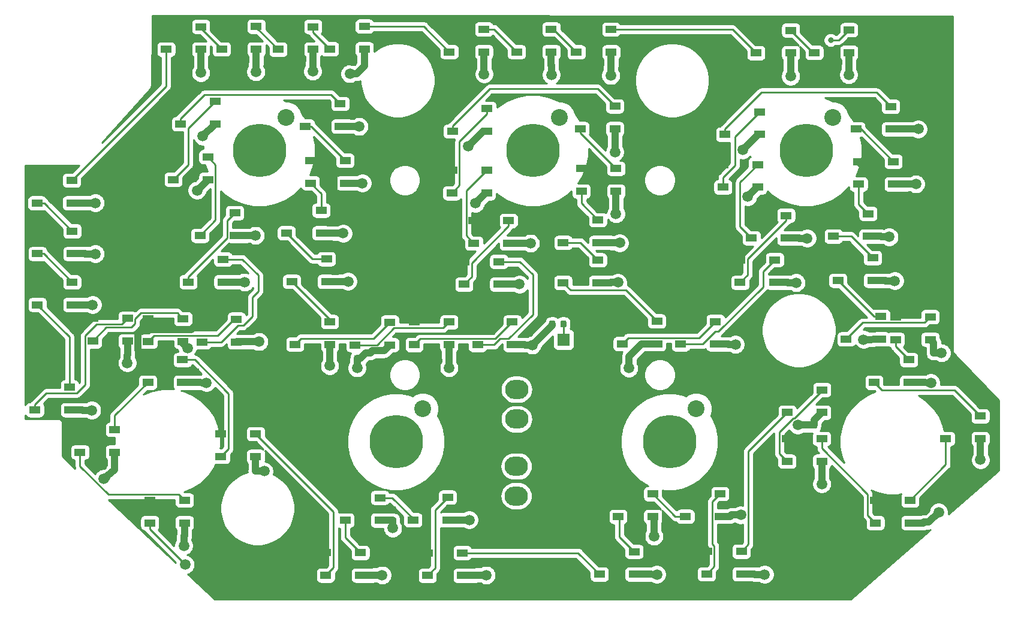
<source format=gbr>
G04 #@! TF.GenerationSoftware,KiCad,Pcbnew,(5.1.6)-1*
G04 #@! TF.CreationDate,2021-02-10T22:50:21+11:00*
G04 #@! TF.ProjectId,INTR LT Panel PCB V2,494e5452-204c-4542-9050-616e656c2050,rev?*
G04 #@! TF.SameCoordinates,Original*
G04 #@! TF.FileFunction,Copper,L1,Top*
G04 #@! TF.FilePolarity,Positive*
%FSLAX46Y46*%
G04 Gerber Fmt 4.6, Leading zero omitted, Abs format (unit mm)*
G04 Created by KiCad (PCBNEW (5.1.6)-1) date 2021-02-10 22:50:21*
%MOMM*%
%LPD*%
G01*
G04 APERTURE LIST*
G04 #@! TA.AperFunction,SMDPad,CuDef*
%ADD10R,1.500000X1.000000*%
G04 #@! TD*
G04 #@! TA.AperFunction,WasherPad*
%ADD11C,2.381250*%
G04 #@! TD*
G04 #@! TA.AperFunction,WasherPad*
%ADD12C,7.540752*%
G04 #@! TD*
G04 #@! TA.AperFunction,ComponentPad*
%ADD13O,3.300000X2.700000*%
G04 #@! TD*
G04 #@! TA.AperFunction,ComponentPad*
%ADD14C,1.800000*%
G04 #@! TD*
G04 #@! TA.AperFunction,ComponentPad*
%ADD15R,1.800000X1.800000*%
G04 #@! TD*
G04 #@! TA.AperFunction,ViaPad*
%ADD16C,1.500000*%
G04 #@! TD*
G04 #@! TA.AperFunction,ViaPad*
%ADD17C,0.800000*%
G04 #@! TD*
G04 #@! TA.AperFunction,Conductor*
%ADD18C,1.000000*%
G04 #@! TD*
G04 #@! TA.AperFunction,Conductor*
%ADD19C,0.250000*%
G04 #@! TD*
G04 #@! TA.AperFunction,Conductor*
%ADD20C,0.254000*%
G04 #@! TD*
G04 APERTURE END LIST*
G04 #@! TO.P,C55,2*
G04 #@! TO.N,/LEDGND*
G04 #@! TA.AperFunction,SMDPad,CuDef*
G36*
G01*
X124262500Y-74343750D02*
X124262500Y-74856250D01*
G75*
G02*
X124043750Y-75075000I-218750J0D01*
G01*
X123606250Y-75075000D01*
G75*
G02*
X123387500Y-74856250I0J218750D01*
G01*
X123387500Y-74343750D01*
G75*
G02*
X123606250Y-74125000I218750J0D01*
G01*
X124043750Y-74125000D01*
G75*
G02*
X124262500Y-74343750I0J-218750D01*
G01*
G37*
G04 #@! TD.AperFunction*
G04 #@! TO.P,C55,1*
G04 #@! TO.N,/LED+5V*
G04 #@! TA.AperFunction,SMDPad,CuDef*
G36*
G01*
X125837500Y-74343750D02*
X125837500Y-74856250D01*
G75*
G02*
X125618750Y-75075000I-218750J0D01*
G01*
X125181250Y-75075000D01*
G75*
G02*
X124962500Y-74856250I0J218750D01*
G01*
X124962500Y-74343750D01*
G75*
G02*
X125181250Y-74125000I218750J0D01*
G01*
X125618750Y-74125000D01*
G75*
G02*
X125837500Y-74343750I0J-218750D01*
G01*
G37*
G04 #@! TD.AperFunction*
G04 #@! TD*
D10*
G04 #@! TO.P,D45,1*
G04 #@! TO.N,/LED+5V*
X158100000Y-68350000D03*
G04 #@! TO.P,D45,2*
G04 #@! TO.N,Net-(D45-Pad2)*
X158100000Y-71550000D03*
G04 #@! TO.P,D45,4*
G04 #@! TO.N,Net-(D44-Pad2)*
X163000000Y-68350000D03*
G04 #@! TO.P,D45,3*
G04 #@! TO.N,/LEDGND*
X163000000Y-71550000D03*
G04 #@! TD*
G04 #@! TO.P,D44,1*
G04 #@! TO.N,/LED+5V*
X157725000Y-60575000D03*
G04 #@! TO.P,D44,2*
G04 #@! TO.N,Net-(D44-Pad2)*
X157725000Y-63775000D03*
G04 #@! TO.P,D44,4*
G04 #@! TO.N,Net-(D43-Pad2)*
X162625000Y-60575000D03*
G04 #@! TO.P,D44,3*
G04 #@! TO.N,/LEDGND*
X162625000Y-63775000D03*
G04 #@! TD*
G04 #@! TO.P,D43,1*
G04 #@! TO.N,/LED+5V*
X139200000Y-61325000D03*
G04 #@! TO.P,D43,2*
G04 #@! TO.N,Net-(D43-Pad2)*
X139200000Y-64525000D03*
G04 #@! TO.P,D43,4*
G04 #@! TO.N,Net-(D42-Pad2)*
X144100000Y-61325000D03*
G04 #@! TO.P,D43,3*
G04 #@! TO.N,/LEDGND*
X144100000Y-64525000D03*
G04 #@! TD*
G04 #@! TO.P,D42,1*
G04 #@! TO.N,/LED+5V*
X138925000Y-68775000D03*
G04 #@! TO.P,D42,2*
G04 #@! TO.N,Net-(D42-Pad2)*
X138925000Y-71975000D03*
G04 #@! TO.P,D42,4*
G04 #@! TO.N,Net-(D41-Pad2)*
X143825000Y-68775000D03*
G04 #@! TO.P,D42,3*
G04 #@! TO.N,/LEDGND*
X143825000Y-71975000D03*
G04 #@! TD*
G04 #@! TO.P,D35,1*
G04 #@! TO.N,/LED+5V*
X118925000Y-69350000D03*
G04 #@! TO.P,D35,2*
G04 #@! TO.N,Net-(D35-Pad2)*
X118925000Y-72550000D03*
G04 #@! TO.P,D35,4*
G04 #@! TO.N,Net-(D34-Pad2)*
X123825000Y-69350000D03*
G04 #@! TO.P,D35,3*
G04 #@! TO.N,/LEDGND*
X123825000Y-72550000D03*
G04 #@! TD*
G04 #@! TO.P,D34,1*
G04 #@! TO.N,/LED+5V*
X118775000Y-60525000D03*
G04 #@! TO.P,D34,2*
G04 #@! TO.N,Net-(D34-Pad2)*
X118775000Y-63725000D03*
G04 #@! TO.P,D34,4*
G04 #@! TO.N,Net-(D33-Pad2)*
X123675000Y-60525000D03*
G04 #@! TO.P,D34,3*
G04 #@! TO.N,/LEDGND*
X123675000Y-63725000D03*
G04 #@! TD*
G04 #@! TO.P,D33,1*
G04 #@! TO.N,/LED+5V*
X100725000Y-60875000D03*
G04 #@! TO.P,D33,2*
G04 #@! TO.N,Net-(D33-Pad2)*
X100725000Y-64075000D03*
G04 #@! TO.P,D33,4*
G04 #@! TO.N,Net-(D32-Pad2)*
X105625000Y-60875000D03*
G04 #@! TO.P,D33,3*
G04 #@! TO.N,/LEDGND*
X105625000Y-64075000D03*
G04 #@! TD*
G04 #@! TO.P,D32,1*
G04 #@! TO.N,/LED+5V*
X100650000Y-69600000D03*
G04 #@! TO.P,D32,2*
G04 #@! TO.N,Net-(D32-Pad2)*
X100650000Y-72800000D03*
G04 #@! TO.P,D32,4*
G04 #@! TO.N,Net-(D31-Pad2)*
X105550000Y-69600000D03*
G04 #@! TO.P,D32,3*
G04 #@! TO.N,/LEDGND*
X105550000Y-72800000D03*
G04 #@! TD*
G04 #@! TO.P,D23,1*
G04 #@! TO.N,/LED+5V*
X80675000Y-68200000D03*
G04 #@! TO.P,D23,2*
G04 #@! TO.N,Net-(D23-Pad2)*
X80675000Y-71400000D03*
G04 #@! TO.P,D23,4*
G04 #@! TO.N,Net-(D22-Pad2)*
X85575000Y-68200000D03*
G04 #@! TO.P,D23,3*
G04 #@! TO.N,/LEDGND*
X85575000Y-71400000D03*
G04 #@! TD*
G04 #@! TO.P,D22,1*
G04 #@! TO.N,/LED+5V*
X79975000Y-60175000D03*
G04 #@! TO.P,D22,2*
G04 #@! TO.N,Net-(D22-Pad2)*
X79975000Y-63375000D03*
G04 #@! TO.P,D22,4*
G04 #@! TO.N,Net-(D21-Pad2)*
X84875000Y-60175000D03*
G04 #@! TO.P,D22,3*
G04 #@! TO.N,/LEDGND*
X84875000Y-63375000D03*
G04 #@! TD*
G04 #@! TO.P,D21,1*
G04 #@! TO.N,/LED+5V*
X62350000Y-59850000D03*
G04 #@! TO.P,D21,2*
G04 #@! TO.N,Net-(D21-Pad2)*
X62350000Y-63050000D03*
G04 #@! TO.P,D21,4*
G04 #@! TO.N,Net-(D20-Pad2)*
X67250000Y-59850000D03*
G04 #@! TO.P,D21,3*
G04 #@! TO.N,/LEDGND*
X67250000Y-63050000D03*
G04 #@! TD*
G04 #@! TO.P,D20,1*
G04 #@! TO.N,/LED+5V*
X61300000Y-67700000D03*
G04 #@! TO.P,D20,2*
G04 #@! TO.N,Net-(D20-Pad2)*
X61300000Y-70900000D03*
G04 #@! TO.P,D20,4*
G04 #@! TO.N,Net-(D19-Pad2)*
X66200000Y-67700000D03*
G04 #@! TO.P,D20,3*
G04 #@! TO.N,/LEDGND*
X66200000Y-70900000D03*
G04 #@! TD*
G04 #@! TO.P,C56,2*
G04 #@! TO.N,/LEDGND*
G04 #@! TA.AperFunction,SMDPad,CuDef*
G36*
G01*
X124112500Y-65468750D02*
X124112500Y-65981250D01*
G75*
G02*
X123893750Y-66200000I-218750J0D01*
G01*
X123456250Y-66200000D01*
G75*
G02*
X123237500Y-65981250I0J218750D01*
G01*
X123237500Y-65468750D01*
G75*
G02*
X123456250Y-65250000I218750J0D01*
G01*
X123893750Y-65250000D01*
G75*
G02*
X124112500Y-65468750I0J-218750D01*
G01*
G37*
G04 #@! TD.AperFunction*
G04 #@! TO.P,C56,1*
G04 #@! TO.N,/LED+5V*
G04 #@! TA.AperFunction,SMDPad,CuDef*
G36*
G01*
X125687500Y-65468750D02*
X125687500Y-65981250D01*
G75*
G02*
X125468750Y-66200000I-218750J0D01*
G01*
X125031250Y-66200000D01*
G75*
G02*
X124812500Y-65981250I0J218750D01*
G01*
X124812500Y-65468750D01*
G75*
G02*
X125031250Y-65250000I218750J0D01*
G01*
X125468750Y-65250000D01*
G75*
G02*
X125687500Y-65468750I0J-218750D01*
G01*
G37*
G04 #@! TD.AperFunction*
G04 #@! TD*
G04 #@! TO.P,C54,2*
G04 #@! TO.N,/LEDGND*
G04 #@! TA.AperFunction,SMDPad,CuDef*
G36*
G01*
X164618750Y-71087500D02*
X165131250Y-71087500D01*
G75*
G02*
X165350000Y-71306250I0J-218750D01*
G01*
X165350000Y-71743750D01*
G75*
G02*
X165131250Y-71962500I-218750J0D01*
G01*
X164618750Y-71962500D01*
G75*
G02*
X164400000Y-71743750I0J218750D01*
G01*
X164400000Y-71306250D01*
G75*
G02*
X164618750Y-71087500I218750J0D01*
G01*
G37*
G04 #@! TD.AperFunction*
G04 #@! TO.P,C54,1*
G04 #@! TO.N,/LED+5V*
G04 #@! TA.AperFunction,SMDPad,CuDef*
G36*
G01*
X164618750Y-69512500D02*
X165131250Y-69512500D01*
G75*
G02*
X165350000Y-69731250I0J-218750D01*
G01*
X165350000Y-70168750D01*
G75*
G02*
X165131250Y-70387500I-218750J0D01*
G01*
X164618750Y-70387500D01*
G75*
G02*
X164400000Y-70168750I0J218750D01*
G01*
X164400000Y-69731250D01*
G75*
G02*
X164618750Y-69512500I218750J0D01*
G01*
G37*
G04 #@! TD.AperFunction*
G04 #@! TD*
G04 #@! TO.P,C53,2*
G04 #@! TO.N,/LEDGND*
G04 #@! TA.AperFunction,SMDPad,CuDef*
G36*
G01*
X164643750Y-63337500D02*
X165156250Y-63337500D01*
G75*
G02*
X165375000Y-63556250I0J-218750D01*
G01*
X165375000Y-63993750D01*
G75*
G02*
X165156250Y-64212500I-218750J0D01*
G01*
X164643750Y-64212500D01*
G75*
G02*
X164425000Y-63993750I0J218750D01*
G01*
X164425000Y-63556250D01*
G75*
G02*
X164643750Y-63337500I218750J0D01*
G01*
G37*
G04 #@! TD.AperFunction*
G04 #@! TO.P,C53,1*
G04 #@! TO.N,/LED+5V*
G04 #@! TA.AperFunction,SMDPad,CuDef*
G36*
G01*
X164643750Y-61762500D02*
X165156250Y-61762500D01*
G75*
G02*
X165375000Y-61981250I0J-218750D01*
G01*
X165375000Y-62418750D01*
G75*
G02*
X165156250Y-62637500I-218750J0D01*
G01*
X164643750Y-62637500D01*
G75*
G02*
X164425000Y-62418750I0J218750D01*
G01*
X164425000Y-61981250D01*
G75*
G02*
X164643750Y-61762500I218750J0D01*
G01*
G37*
G04 #@! TD.AperFunction*
G04 #@! TD*
D11*
G04 #@! TO.P,9,*
G04 #@! TO.N,*
X154448722Y-62139124D03*
D12*
X150672800Y-66802000D03*
G04 #@! TD*
D11*
G04 #@! TO.P,8,*
G04 #@! TO.N,*
X115840722Y-62139124D03*
D12*
X112064800Y-66802000D03*
G04 #@! TD*
D11*
G04 #@! TO.P,7,*
G04 #@! TO.N,*
X77232722Y-62139124D03*
D12*
X73456800Y-66802000D03*
G04 #@! TD*
D11*
G04 #@! TO.P,3,*
G04 #@! TO.N,*
X135144722Y-103287124D03*
D12*
X131368800Y-107950000D03*
G04 #@! TD*
D11*
G04 #@! TO.P,2,*
G04 #@! TO.N,*
X96536722Y-103287124D03*
D12*
X92760800Y-107950000D03*
G04 #@! TD*
G04 #@! TO.P,C52,2*
G04 #@! TO.N,/LEDGND*
G04 #@! TA.AperFunction,SMDPad,CuDef*
G36*
G01*
X72462500Y-112306250D02*
X72462500Y-111793750D01*
G75*
G02*
X72681250Y-111575000I218750J0D01*
G01*
X73118750Y-111575000D01*
G75*
G02*
X73337500Y-111793750I0J-218750D01*
G01*
X73337500Y-112306250D01*
G75*
G02*
X73118750Y-112525000I-218750J0D01*
G01*
X72681250Y-112525000D01*
G75*
G02*
X72462500Y-112306250I0J218750D01*
G01*
G37*
G04 #@! TD.AperFunction*
G04 #@! TO.P,C52,1*
G04 #@! TO.N,/LED+5V*
G04 #@! TA.AperFunction,SMDPad,CuDef*
G36*
G01*
X70887500Y-112306250D02*
X70887500Y-111793750D01*
G75*
G02*
X71106250Y-111575000I218750J0D01*
G01*
X71543750Y-111575000D01*
G75*
G02*
X71762500Y-111793750I0J-218750D01*
G01*
X71762500Y-112306250D01*
G75*
G02*
X71543750Y-112525000I-218750J0D01*
G01*
X71106250Y-112525000D01*
G75*
G02*
X70887500Y-112306250I0J218750D01*
G01*
G37*
G04 #@! TD.AperFunction*
G04 #@! TD*
G04 #@! TO.P,C51,2*
G04 #@! TO.N,/LEDGND*
G04 #@! TA.AperFunction,SMDPad,CuDef*
G36*
G01*
X62362500Y-121606250D02*
X62362500Y-121093750D01*
G75*
G02*
X62581250Y-120875000I218750J0D01*
G01*
X63018750Y-120875000D01*
G75*
G02*
X63237500Y-121093750I0J-218750D01*
G01*
X63237500Y-121606250D01*
G75*
G02*
X63018750Y-121825000I-218750J0D01*
G01*
X62581250Y-121825000D01*
G75*
G02*
X62362500Y-121606250I0J218750D01*
G01*
G37*
G04 #@! TD.AperFunction*
G04 #@! TO.P,C51,1*
G04 #@! TO.N,/LED+5V*
G04 #@! TA.AperFunction,SMDPad,CuDef*
G36*
G01*
X60787500Y-121606250D02*
X60787500Y-121093750D01*
G75*
G02*
X61006250Y-120875000I218750J0D01*
G01*
X61443750Y-120875000D01*
G75*
G02*
X61662500Y-121093750I0J-218750D01*
G01*
X61662500Y-121606250D01*
G75*
G02*
X61443750Y-121825000I-218750J0D01*
G01*
X61006250Y-121825000D01*
G75*
G02*
X60787500Y-121606250I0J218750D01*
G01*
G37*
G04 #@! TD.AperFunction*
G04 #@! TD*
G04 #@! TO.P,C50,2*
G04 #@! TO.N,/LEDGND*
G04 #@! TA.AperFunction,SMDPad,CuDef*
G36*
G01*
X52612500Y-111656250D02*
X52612500Y-111143750D01*
G75*
G02*
X52831250Y-110925000I218750J0D01*
G01*
X53268750Y-110925000D01*
G75*
G02*
X53487500Y-111143750I0J-218750D01*
G01*
X53487500Y-111656250D01*
G75*
G02*
X53268750Y-111875000I-218750J0D01*
G01*
X52831250Y-111875000D01*
G75*
G02*
X52612500Y-111656250I0J218750D01*
G01*
G37*
G04 #@! TD.AperFunction*
G04 #@! TO.P,C50,1*
G04 #@! TO.N,/LED+5V*
G04 #@! TA.AperFunction,SMDPad,CuDef*
G36*
G01*
X51037500Y-111656250D02*
X51037500Y-111143750D01*
G75*
G02*
X51256250Y-110925000I218750J0D01*
G01*
X51693750Y-110925000D01*
G75*
G02*
X51912500Y-111143750I0J-218750D01*
G01*
X51912500Y-111656250D01*
G75*
G02*
X51693750Y-111875000I-218750J0D01*
G01*
X51256250Y-111875000D01*
G75*
G02*
X51037500Y-111656250I0J218750D01*
G01*
G37*
G04 #@! TD.AperFunction*
G04 #@! TD*
G04 #@! TO.P,C49,2*
G04 #@! TO.N,/LEDGND*
G04 #@! TA.AperFunction,SMDPad,CuDef*
G36*
G01*
X108843750Y-85262500D02*
X109356250Y-85262500D01*
G75*
G02*
X109575000Y-85481250I0J-218750D01*
G01*
X109575000Y-85918750D01*
G75*
G02*
X109356250Y-86137500I-218750J0D01*
G01*
X108843750Y-86137500D01*
G75*
G02*
X108625000Y-85918750I0J218750D01*
G01*
X108625000Y-85481250D01*
G75*
G02*
X108843750Y-85262500I218750J0D01*
G01*
G37*
G04 #@! TD.AperFunction*
G04 #@! TO.P,C49,1*
G04 #@! TO.N,/LED+5V*
G04 #@! TA.AperFunction,SMDPad,CuDef*
G36*
G01*
X108843750Y-83687500D02*
X109356250Y-83687500D01*
G75*
G02*
X109575000Y-83906250I0J-218750D01*
G01*
X109575000Y-84343750D01*
G75*
G02*
X109356250Y-84562500I-218750J0D01*
G01*
X108843750Y-84562500D01*
G75*
G02*
X108625000Y-84343750I0J218750D01*
G01*
X108625000Y-83906250D01*
G75*
G02*
X108843750Y-83687500I218750J0D01*
G01*
G37*
G04 #@! TD.AperFunction*
G04 #@! TD*
G04 #@! TO.P,C48,2*
G04 #@! TO.N,/LEDGND*
G04 #@! TA.AperFunction,SMDPad,CuDef*
G36*
G01*
X122843750Y-85012500D02*
X123356250Y-85012500D01*
G75*
G02*
X123575000Y-85231250I0J-218750D01*
G01*
X123575000Y-85668750D01*
G75*
G02*
X123356250Y-85887500I-218750J0D01*
G01*
X122843750Y-85887500D01*
G75*
G02*
X122625000Y-85668750I0J218750D01*
G01*
X122625000Y-85231250D01*
G75*
G02*
X122843750Y-85012500I218750J0D01*
G01*
G37*
G04 #@! TD.AperFunction*
G04 #@! TO.P,C48,1*
G04 #@! TO.N,/LED+5V*
G04 #@! TA.AperFunction,SMDPad,CuDef*
G36*
G01*
X122843750Y-83437500D02*
X123356250Y-83437500D01*
G75*
G02*
X123575000Y-83656250I0J-218750D01*
G01*
X123575000Y-84093750D01*
G75*
G02*
X123356250Y-84312500I-218750J0D01*
G01*
X122843750Y-84312500D01*
G75*
G02*
X122625000Y-84093750I0J218750D01*
G01*
X122625000Y-83656250D01*
G75*
G02*
X122843750Y-83437500I218750J0D01*
G01*
G37*
G04 #@! TD.AperFunction*
G04 #@! TD*
G04 #@! TO.P,C47,2*
G04 #@! TO.N,/LEDGND*
G04 #@! TA.AperFunction,SMDPad,CuDef*
G36*
G01*
X110243750Y-79462500D02*
X110756250Y-79462500D01*
G75*
G02*
X110975000Y-79681250I0J-218750D01*
G01*
X110975000Y-80118750D01*
G75*
G02*
X110756250Y-80337500I-218750J0D01*
G01*
X110243750Y-80337500D01*
G75*
G02*
X110025000Y-80118750I0J218750D01*
G01*
X110025000Y-79681250D01*
G75*
G02*
X110243750Y-79462500I218750J0D01*
G01*
G37*
G04 #@! TD.AperFunction*
G04 #@! TO.P,C47,1*
G04 #@! TO.N,/LED+5V*
G04 #@! TA.AperFunction,SMDPad,CuDef*
G36*
G01*
X110243750Y-77887500D02*
X110756250Y-77887500D01*
G75*
G02*
X110975000Y-78106250I0J-218750D01*
G01*
X110975000Y-78543750D01*
G75*
G02*
X110756250Y-78762500I-218750J0D01*
G01*
X110243750Y-78762500D01*
G75*
G02*
X110025000Y-78543750I0J218750D01*
G01*
X110025000Y-78106250D01*
G75*
G02*
X110243750Y-77887500I218750J0D01*
G01*
G37*
G04 #@! TD.AperFunction*
G04 #@! TD*
G04 #@! TO.P,C46,2*
G04 #@! TO.N,/LEDGND*
G04 #@! TA.AperFunction,SMDPad,CuDef*
G36*
G01*
X122893750Y-79412500D02*
X123406250Y-79412500D01*
G75*
G02*
X123625000Y-79631250I0J-218750D01*
G01*
X123625000Y-80068750D01*
G75*
G02*
X123406250Y-80287500I-218750J0D01*
G01*
X122893750Y-80287500D01*
G75*
G02*
X122675000Y-80068750I0J218750D01*
G01*
X122675000Y-79631250D01*
G75*
G02*
X122893750Y-79412500I218750J0D01*
G01*
G37*
G04 #@! TD.AperFunction*
G04 #@! TO.P,C46,1*
G04 #@! TO.N,/LED+5V*
G04 #@! TA.AperFunction,SMDPad,CuDef*
G36*
G01*
X122893750Y-77837500D02*
X123406250Y-77837500D01*
G75*
G02*
X123625000Y-78056250I0J-218750D01*
G01*
X123625000Y-78493750D01*
G75*
G02*
X123406250Y-78712500I-218750J0D01*
G01*
X122893750Y-78712500D01*
G75*
G02*
X122675000Y-78493750I0J218750D01*
G01*
X122675000Y-78056250D01*
G75*
G02*
X122893750Y-77837500I218750J0D01*
G01*
G37*
G04 #@! TD.AperFunction*
G04 #@! TD*
G04 #@! TO.P,C45,2*
G04 #@! TO.N,/LEDGND*
G04 #@! TA.AperFunction,SMDPad,CuDef*
G36*
G01*
X99812500Y-96456250D02*
X99812500Y-95943750D01*
G75*
G02*
X100031250Y-95725000I218750J0D01*
G01*
X100468750Y-95725000D01*
G75*
G02*
X100687500Y-95943750I0J-218750D01*
G01*
X100687500Y-96456250D01*
G75*
G02*
X100468750Y-96675000I-218750J0D01*
G01*
X100031250Y-96675000D01*
G75*
G02*
X99812500Y-96456250I0J218750D01*
G01*
G37*
G04 #@! TD.AperFunction*
G04 #@! TO.P,C45,1*
G04 #@! TO.N,/LED+5V*
G04 #@! TA.AperFunction,SMDPad,CuDef*
G36*
G01*
X98237500Y-96456250D02*
X98237500Y-95943750D01*
G75*
G02*
X98456250Y-95725000I218750J0D01*
G01*
X98893750Y-95725000D01*
G75*
G02*
X99112500Y-95943750I0J-218750D01*
G01*
X99112500Y-96456250D01*
G75*
G02*
X98893750Y-96675000I-218750J0D01*
G01*
X98456250Y-96675000D01*
G75*
G02*
X98237500Y-96456250I0J218750D01*
G01*
G37*
G04 #@! TD.AperFunction*
G04 #@! TD*
G04 #@! TO.P,C44,2*
G04 #@! TO.N,/LEDGND*
G04 #@! TA.AperFunction,SMDPad,CuDef*
G36*
G01*
X139893750Y-117862500D02*
X140406250Y-117862500D01*
G75*
G02*
X140625000Y-118081250I0J-218750D01*
G01*
X140625000Y-118518750D01*
G75*
G02*
X140406250Y-118737500I-218750J0D01*
G01*
X139893750Y-118737500D01*
G75*
G02*
X139675000Y-118518750I0J218750D01*
G01*
X139675000Y-118081250D01*
G75*
G02*
X139893750Y-117862500I218750J0D01*
G01*
G37*
G04 #@! TD.AperFunction*
G04 #@! TO.P,C44,1*
G04 #@! TO.N,/LED+5V*
G04 #@! TA.AperFunction,SMDPad,CuDef*
G36*
G01*
X139893750Y-116287500D02*
X140406250Y-116287500D01*
G75*
G02*
X140625000Y-116506250I0J-218750D01*
G01*
X140625000Y-116943750D01*
G75*
G02*
X140406250Y-117162500I-218750J0D01*
G01*
X139893750Y-117162500D01*
G75*
G02*
X139675000Y-116943750I0J218750D01*
G01*
X139675000Y-116506250D01*
G75*
G02*
X139893750Y-116287500I218750J0D01*
G01*
G37*
G04 #@! TD.AperFunction*
G04 #@! TD*
G04 #@! TO.P,C43,2*
G04 #@! TO.N,/LEDGND*
G04 #@! TA.AperFunction,SMDPad,CuDef*
G36*
G01*
X125250000Y-96131250D02*
X125250000Y-95618750D01*
G75*
G02*
X125468750Y-95400000I218750J0D01*
G01*
X125906250Y-95400000D01*
G75*
G02*
X126125000Y-95618750I0J-218750D01*
G01*
X126125000Y-96131250D01*
G75*
G02*
X125906250Y-96350000I-218750J0D01*
G01*
X125468750Y-96350000D01*
G75*
G02*
X125250000Y-96131250I0J218750D01*
G01*
G37*
G04 #@! TD.AperFunction*
G04 #@! TO.P,C43,1*
G04 #@! TO.N,/LED+5V*
G04 #@! TA.AperFunction,SMDPad,CuDef*
G36*
G01*
X123675000Y-96131250D02*
X123675000Y-95618750D01*
G75*
G02*
X123893750Y-95400000I218750J0D01*
G01*
X124331250Y-95400000D01*
G75*
G02*
X124550000Y-95618750I0J-218750D01*
G01*
X124550000Y-96131250D01*
G75*
G02*
X124331250Y-96350000I-218750J0D01*
G01*
X123893750Y-96350000D01*
G75*
G02*
X123675000Y-96131250I0J218750D01*
G01*
G37*
G04 #@! TD.AperFunction*
G04 #@! TD*
G04 #@! TO.P,C42,2*
G04 #@! TO.N,/LEDGND*
G04 #@! TA.AperFunction,SMDPad,CuDef*
G36*
G01*
X92043750Y-118612500D02*
X92556250Y-118612500D01*
G75*
G02*
X92775000Y-118831250I0J-218750D01*
G01*
X92775000Y-119268750D01*
G75*
G02*
X92556250Y-119487500I-218750J0D01*
G01*
X92043750Y-119487500D01*
G75*
G02*
X91825000Y-119268750I0J218750D01*
G01*
X91825000Y-118831250D01*
G75*
G02*
X92043750Y-118612500I218750J0D01*
G01*
G37*
G04 #@! TD.AperFunction*
G04 #@! TO.P,C42,1*
G04 #@! TO.N,/LED+5V*
G04 #@! TA.AperFunction,SMDPad,CuDef*
G36*
G01*
X92043750Y-117037500D02*
X92556250Y-117037500D01*
G75*
G02*
X92775000Y-117256250I0J-218750D01*
G01*
X92775000Y-117693750D01*
G75*
G02*
X92556250Y-117912500I-218750J0D01*
G01*
X92043750Y-117912500D01*
G75*
G02*
X91825000Y-117693750I0J218750D01*
G01*
X91825000Y-117256250D01*
G75*
G02*
X92043750Y-117037500I218750J0D01*
G01*
G37*
G04 #@! TD.AperFunction*
G04 #@! TD*
G04 #@! TO.P,C41,2*
G04 #@! TO.N,/LEDGND*
G04 #@! TA.AperFunction,SMDPad,CuDef*
G36*
G01*
X168262500Y-95656250D02*
X168262500Y-95143750D01*
G75*
G02*
X168481250Y-94925000I218750J0D01*
G01*
X168918750Y-94925000D01*
G75*
G02*
X169137500Y-95143750I0J-218750D01*
G01*
X169137500Y-95656250D01*
G75*
G02*
X168918750Y-95875000I-218750J0D01*
G01*
X168481250Y-95875000D01*
G75*
G02*
X168262500Y-95656250I0J218750D01*
G01*
G37*
G04 #@! TD.AperFunction*
G04 #@! TO.P,C41,1*
G04 #@! TO.N,/LED+5V*
G04 #@! TA.AperFunction,SMDPad,CuDef*
G36*
G01*
X166687500Y-95656250D02*
X166687500Y-95143750D01*
G75*
G02*
X166906250Y-94925000I218750J0D01*
G01*
X167343750Y-94925000D01*
G75*
G02*
X167562500Y-95143750I0J-218750D01*
G01*
X167562500Y-95656250D01*
G75*
G02*
X167343750Y-95875000I-218750J0D01*
G01*
X166906250Y-95875000D01*
G75*
G02*
X166687500Y-95656250I0J218750D01*
G01*
G37*
G04 #@! TD.AperFunction*
G04 #@! TD*
G04 #@! TO.P,C40,2*
G04 #@! TO.N,/LEDGND*
G04 #@! TA.AperFunction,SMDPad,CuDef*
G36*
G01*
X143143750Y-126262500D02*
X143656250Y-126262500D01*
G75*
G02*
X143875000Y-126481250I0J-218750D01*
G01*
X143875000Y-126918750D01*
G75*
G02*
X143656250Y-127137500I-218750J0D01*
G01*
X143143750Y-127137500D01*
G75*
G02*
X142925000Y-126918750I0J218750D01*
G01*
X142925000Y-126481250D01*
G75*
G02*
X143143750Y-126262500I218750J0D01*
G01*
G37*
G04 #@! TD.AperFunction*
G04 #@! TO.P,C40,1*
G04 #@! TO.N,/LED+5V*
G04 #@! TA.AperFunction,SMDPad,CuDef*
G36*
G01*
X143143750Y-124687500D02*
X143656250Y-124687500D01*
G75*
G02*
X143875000Y-124906250I0J-218750D01*
G01*
X143875000Y-125343750D01*
G75*
G02*
X143656250Y-125562500I-218750J0D01*
G01*
X143143750Y-125562500D01*
G75*
G02*
X142925000Y-125343750I0J218750D01*
G01*
X142925000Y-124906250D01*
G75*
G02*
X143143750Y-124687500I218750J0D01*
G01*
G37*
G04 #@! TD.AperFunction*
G04 #@! TD*
G04 #@! TO.P,C39,2*
G04 #@! TO.N,/LEDGND*
G04 #@! TA.AperFunction,SMDPad,CuDef*
G36*
G01*
X166743750Y-99137500D02*
X167256250Y-99137500D01*
G75*
G02*
X167475000Y-99356250I0J-218750D01*
G01*
X167475000Y-99793750D01*
G75*
G02*
X167256250Y-100012500I-218750J0D01*
G01*
X166743750Y-100012500D01*
G75*
G02*
X166525000Y-99793750I0J218750D01*
G01*
X166525000Y-99356250D01*
G75*
G02*
X166743750Y-99137500I218750J0D01*
G01*
G37*
G04 #@! TD.AperFunction*
G04 #@! TO.P,C39,1*
G04 #@! TO.N,/LED+5V*
G04 #@! TA.AperFunction,SMDPad,CuDef*
G36*
G01*
X166743750Y-97562500D02*
X167256250Y-97562500D01*
G75*
G02*
X167475000Y-97781250I0J-218750D01*
G01*
X167475000Y-98218750D01*
G75*
G02*
X167256250Y-98437500I-218750J0D01*
G01*
X166743750Y-98437500D01*
G75*
G02*
X166525000Y-98218750I0J218750D01*
G01*
X166525000Y-97781250D01*
G75*
G02*
X166743750Y-97562500I218750J0D01*
G01*
G37*
G04 #@! TD.AperFunction*
G04 #@! TD*
G04 #@! TO.P,C38,2*
G04 #@! TO.N,/LEDGND*
G04 #@! TA.AperFunction,SMDPad,CuDef*
G36*
G01*
X86837500Y-96431250D02*
X86837500Y-95918750D01*
G75*
G02*
X87056250Y-95700000I218750J0D01*
G01*
X87493750Y-95700000D01*
G75*
G02*
X87712500Y-95918750I0J-218750D01*
G01*
X87712500Y-96431250D01*
G75*
G02*
X87493750Y-96650000I-218750J0D01*
G01*
X87056250Y-96650000D01*
G75*
G02*
X86837500Y-96431250I0J218750D01*
G01*
G37*
G04 #@! TD.AperFunction*
G04 #@! TO.P,C38,1*
G04 #@! TO.N,/LED+5V*
G04 #@! TA.AperFunction,SMDPad,CuDef*
G36*
G01*
X85262500Y-96431250D02*
X85262500Y-95918750D01*
G75*
G02*
X85481250Y-95700000I218750J0D01*
G01*
X85918750Y-95700000D01*
G75*
G02*
X86137500Y-95918750I0J-218750D01*
G01*
X86137500Y-96431250D01*
G75*
G02*
X85918750Y-96650000I-218750J0D01*
G01*
X85481250Y-96650000D01*
G75*
G02*
X85262500Y-96431250I0J218750D01*
G01*
G37*
G04 #@! TD.AperFunction*
G04 #@! TD*
G04 #@! TO.P,C37,2*
G04 #@! TO.N,/LEDGND*
G04 #@! TA.AperFunction,SMDPad,CuDef*
G36*
G01*
X71843750Y-93362500D02*
X72356250Y-93362500D01*
G75*
G02*
X72575000Y-93581250I0J-218750D01*
G01*
X72575000Y-94018750D01*
G75*
G02*
X72356250Y-94237500I-218750J0D01*
G01*
X71843750Y-94237500D01*
G75*
G02*
X71625000Y-94018750I0J218750D01*
G01*
X71625000Y-93581250D01*
G75*
G02*
X71843750Y-93362500I218750J0D01*
G01*
G37*
G04 #@! TD.AperFunction*
G04 #@! TO.P,C37,1*
G04 #@! TO.N,/LED+5V*
G04 #@! TA.AperFunction,SMDPad,CuDef*
G36*
G01*
X71843750Y-91787500D02*
X72356250Y-91787500D01*
G75*
G02*
X72575000Y-92006250I0J-218750D01*
G01*
X72575000Y-92443750D01*
G75*
G02*
X72356250Y-92662500I-218750J0D01*
G01*
X71843750Y-92662500D01*
G75*
G02*
X71625000Y-92443750I0J218750D01*
G01*
X71625000Y-92006250D01*
G75*
G02*
X71843750Y-91787500I218750J0D01*
G01*
G37*
G04 #@! TD.AperFunction*
G04 #@! TD*
G04 #@! TO.P,C36,2*
G04 #@! TO.N,/LEDGND*
G04 #@! TA.AperFunction,SMDPad,CuDef*
G36*
G01*
X82962500Y-96456250D02*
X82962500Y-95943750D01*
G75*
G02*
X83181250Y-95725000I218750J0D01*
G01*
X83618750Y-95725000D01*
G75*
G02*
X83837500Y-95943750I0J-218750D01*
G01*
X83837500Y-96456250D01*
G75*
G02*
X83618750Y-96675000I-218750J0D01*
G01*
X83181250Y-96675000D01*
G75*
G02*
X82962500Y-96456250I0J218750D01*
G01*
G37*
G04 #@! TD.AperFunction*
G04 #@! TO.P,C36,1*
G04 #@! TO.N,/LED+5V*
G04 #@! TA.AperFunction,SMDPad,CuDef*
G36*
G01*
X81387500Y-96456250D02*
X81387500Y-95943750D01*
G75*
G02*
X81606250Y-95725000I218750J0D01*
G01*
X82043750Y-95725000D01*
G75*
G02*
X82262500Y-95943750I0J-218750D01*
G01*
X82262500Y-96456250D01*
G75*
G02*
X82043750Y-96675000I-218750J0D01*
G01*
X81606250Y-96675000D01*
G75*
G02*
X81387500Y-96456250I0J218750D01*
G01*
G37*
G04 #@! TD.AperFunction*
G04 #@! TD*
G04 #@! TO.P,C35,2*
G04 #@! TO.N,/LEDGND*
G04 #@! TA.AperFunction,SMDPad,CuDef*
G36*
G01*
X84543750Y-84862500D02*
X85056250Y-84862500D01*
G75*
G02*
X85275000Y-85081250I0J-218750D01*
G01*
X85275000Y-85518750D01*
G75*
G02*
X85056250Y-85737500I-218750J0D01*
G01*
X84543750Y-85737500D01*
G75*
G02*
X84325000Y-85518750I0J218750D01*
G01*
X84325000Y-85081250D01*
G75*
G02*
X84543750Y-84862500I218750J0D01*
G01*
G37*
G04 #@! TD.AperFunction*
G04 #@! TO.P,C35,1*
G04 #@! TO.N,/LED+5V*
G04 #@! TA.AperFunction,SMDPad,CuDef*
G36*
G01*
X84543750Y-83287500D02*
X85056250Y-83287500D01*
G75*
G02*
X85275000Y-83506250I0J-218750D01*
G01*
X85275000Y-83943750D01*
G75*
G02*
X85056250Y-84162500I-218750J0D01*
G01*
X84543750Y-84162500D01*
G75*
G02*
X84325000Y-83943750I0J218750D01*
G01*
X84325000Y-83506250D01*
G75*
G02*
X84543750Y-83287500I218750J0D01*
G01*
G37*
G04 #@! TD.AperFunction*
G04 #@! TD*
G04 #@! TO.P,C34,2*
G04 #@! TO.N,/LEDGND*
G04 #@! TA.AperFunction,SMDPad,CuDef*
G36*
G01*
X69943750Y-84962500D02*
X70456250Y-84962500D01*
G75*
G02*
X70675000Y-85181250I0J-218750D01*
G01*
X70675000Y-85618750D01*
G75*
G02*
X70456250Y-85837500I-218750J0D01*
G01*
X69943750Y-85837500D01*
G75*
G02*
X69725000Y-85618750I0J218750D01*
G01*
X69725000Y-85181250D01*
G75*
G02*
X69943750Y-84962500I218750J0D01*
G01*
G37*
G04 #@! TD.AperFunction*
G04 #@! TO.P,C34,1*
G04 #@! TO.N,/LED+5V*
G04 #@! TA.AperFunction,SMDPad,CuDef*
G36*
G01*
X69943750Y-83387500D02*
X70456250Y-83387500D01*
G75*
G02*
X70675000Y-83606250I0J-218750D01*
G01*
X70675000Y-84043750D01*
G75*
G02*
X70456250Y-84262500I-218750J0D01*
G01*
X69943750Y-84262500D01*
G75*
G02*
X69725000Y-84043750I0J218750D01*
G01*
X69725000Y-83606250D01*
G75*
G02*
X69943750Y-83387500I218750J0D01*
G01*
G37*
G04 #@! TD.AperFunction*
G04 #@! TD*
G04 #@! TO.P,C33,2*
G04 #@! TO.N,/LEDGND*
G04 #@! TA.AperFunction,SMDPad,CuDef*
G36*
G01*
X83743750Y-78062500D02*
X84256250Y-78062500D01*
G75*
G02*
X84475000Y-78281250I0J-218750D01*
G01*
X84475000Y-78718750D01*
G75*
G02*
X84256250Y-78937500I-218750J0D01*
G01*
X83743750Y-78937500D01*
G75*
G02*
X83525000Y-78718750I0J218750D01*
G01*
X83525000Y-78281250D01*
G75*
G02*
X83743750Y-78062500I218750J0D01*
G01*
G37*
G04 #@! TD.AperFunction*
G04 #@! TO.P,C33,1*
G04 #@! TO.N,/LED+5V*
G04 #@! TA.AperFunction,SMDPad,CuDef*
G36*
G01*
X83743750Y-76487500D02*
X84256250Y-76487500D01*
G75*
G02*
X84475000Y-76706250I0J-218750D01*
G01*
X84475000Y-77143750D01*
G75*
G02*
X84256250Y-77362500I-218750J0D01*
G01*
X83743750Y-77362500D01*
G75*
G02*
X83525000Y-77143750I0J218750D01*
G01*
X83525000Y-76706250D01*
G75*
G02*
X83743750Y-76487500I218750J0D01*
G01*
G37*
G04 #@! TD.AperFunction*
G04 #@! TD*
G04 #@! TO.P,C32,2*
G04 #@! TO.N,/LEDGND*
G04 #@! TA.AperFunction,SMDPad,CuDef*
G36*
G01*
X71543750Y-78362500D02*
X72056250Y-78362500D01*
G75*
G02*
X72275000Y-78581250I0J-218750D01*
G01*
X72275000Y-79018750D01*
G75*
G02*
X72056250Y-79237500I-218750J0D01*
G01*
X71543750Y-79237500D01*
G75*
G02*
X71325000Y-79018750I0J218750D01*
G01*
X71325000Y-78581250D01*
G75*
G02*
X71543750Y-78362500I218750J0D01*
G01*
G37*
G04 #@! TD.AperFunction*
G04 #@! TO.P,C32,1*
G04 #@! TO.N,/LED+5V*
G04 #@! TA.AperFunction,SMDPad,CuDef*
G36*
G01*
X71543750Y-76787500D02*
X72056250Y-76787500D01*
G75*
G02*
X72275000Y-77006250I0J-218750D01*
G01*
X72275000Y-77443750D01*
G75*
G02*
X72056250Y-77662500I-218750J0D01*
G01*
X71543750Y-77662500D01*
G75*
G02*
X71325000Y-77443750I0J218750D01*
G01*
X71325000Y-77006250D01*
G75*
G02*
X71543750Y-76787500I218750J0D01*
G01*
G37*
G04 #@! TD.AperFunction*
G04 #@! TD*
G04 #@! TO.P,C31,2*
G04 #@! TO.N,/LEDGND*
G04 #@! TA.AperFunction,SMDPad,CuDef*
G36*
G01*
X48643750Y-88162500D02*
X49156250Y-88162500D01*
G75*
G02*
X49375000Y-88381250I0J-218750D01*
G01*
X49375000Y-88818750D01*
G75*
G02*
X49156250Y-89037500I-218750J0D01*
G01*
X48643750Y-89037500D01*
G75*
G02*
X48425000Y-88818750I0J218750D01*
G01*
X48425000Y-88381250D01*
G75*
G02*
X48643750Y-88162500I218750J0D01*
G01*
G37*
G04 #@! TD.AperFunction*
G04 #@! TO.P,C31,1*
G04 #@! TO.N,/LED+5V*
G04 #@! TA.AperFunction,SMDPad,CuDef*
G36*
G01*
X48643750Y-86587500D02*
X49156250Y-86587500D01*
G75*
G02*
X49375000Y-86806250I0J-218750D01*
G01*
X49375000Y-87243750D01*
G75*
G02*
X49156250Y-87462500I-218750J0D01*
G01*
X48643750Y-87462500D01*
G75*
G02*
X48425000Y-87243750I0J218750D01*
G01*
X48425000Y-86806250D01*
G75*
G02*
X48643750Y-86587500I218750J0D01*
G01*
G37*
G04 #@! TD.AperFunction*
G04 #@! TD*
G04 #@! TO.P,C30,2*
G04 #@! TO.N,/LEDGND*
G04 #@! TA.AperFunction,SMDPad,CuDef*
G36*
G01*
X114262500Y-55056250D02*
X114262500Y-54543750D01*
G75*
G02*
X114481250Y-54325000I218750J0D01*
G01*
X114918750Y-54325000D01*
G75*
G02*
X115137500Y-54543750I0J-218750D01*
G01*
X115137500Y-55056250D01*
G75*
G02*
X114918750Y-55275000I-218750J0D01*
G01*
X114481250Y-55275000D01*
G75*
G02*
X114262500Y-55056250I0J218750D01*
G01*
G37*
G04 #@! TD.AperFunction*
G04 #@! TO.P,C30,1*
G04 #@! TO.N,/LED+5V*
G04 #@! TA.AperFunction,SMDPad,CuDef*
G36*
G01*
X112687500Y-55056250D02*
X112687500Y-54543750D01*
G75*
G02*
X112906250Y-54325000I218750J0D01*
G01*
X113343750Y-54325000D01*
G75*
G02*
X113562500Y-54543750I0J-218750D01*
G01*
X113562500Y-55056250D01*
G75*
G02*
X113343750Y-55275000I-218750J0D01*
G01*
X112906250Y-55275000D01*
G75*
G02*
X112687500Y-55056250I0J218750D01*
G01*
G37*
G04 #@! TD.AperFunction*
G04 #@! TD*
G04 #@! TO.P,C29,2*
G04 #@! TO.N,/LEDGND*
G04 #@! TA.AperFunction,SMDPad,CuDef*
G36*
G01*
X48643750Y-80962500D02*
X49156250Y-80962500D01*
G75*
G02*
X49375000Y-81181250I0J-218750D01*
G01*
X49375000Y-81618750D01*
G75*
G02*
X49156250Y-81837500I-218750J0D01*
G01*
X48643750Y-81837500D01*
G75*
G02*
X48425000Y-81618750I0J218750D01*
G01*
X48425000Y-81181250D01*
G75*
G02*
X48643750Y-80962500I218750J0D01*
G01*
G37*
G04 #@! TD.AperFunction*
G04 #@! TO.P,C29,1*
G04 #@! TO.N,/LED+5V*
G04 #@! TA.AperFunction,SMDPad,CuDef*
G36*
G01*
X48643750Y-79387500D02*
X49156250Y-79387500D01*
G75*
G02*
X49375000Y-79606250I0J-218750D01*
G01*
X49375000Y-80043750D01*
G75*
G02*
X49156250Y-80262500I-218750J0D01*
G01*
X48643750Y-80262500D01*
G75*
G02*
X48425000Y-80043750I0J218750D01*
G01*
X48425000Y-79606250D01*
G75*
G02*
X48643750Y-79387500I218750J0D01*
G01*
G37*
G04 #@! TD.AperFunction*
G04 #@! TD*
G04 #@! TO.P,C28,2*
G04 #@! TO.N,/LEDGND*
G04 #@! TA.AperFunction,SMDPad,CuDef*
G36*
G01*
X156262500Y-55156250D02*
X156262500Y-54643750D01*
G75*
G02*
X156481250Y-54425000I218750J0D01*
G01*
X156918750Y-54425000D01*
G75*
G02*
X157137500Y-54643750I0J-218750D01*
G01*
X157137500Y-55156250D01*
G75*
G02*
X156918750Y-55375000I-218750J0D01*
G01*
X156481250Y-55375000D01*
G75*
G02*
X156262500Y-55156250I0J218750D01*
G01*
G37*
G04 #@! TD.AperFunction*
G04 #@! TO.P,C28,1*
G04 #@! TO.N,/LED+5V*
G04 #@! TA.AperFunction,SMDPad,CuDef*
G36*
G01*
X154687500Y-55156250D02*
X154687500Y-54643750D01*
G75*
G02*
X154906250Y-54425000I218750J0D01*
G01*
X155343750Y-54425000D01*
G75*
G02*
X155562500Y-54643750I0J-218750D01*
G01*
X155562500Y-55156250D01*
G75*
G02*
X155343750Y-55375000I-218750J0D01*
G01*
X154906250Y-55375000D01*
G75*
G02*
X154687500Y-55156250I0J218750D01*
G01*
G37*
G04 #@! TD.AperFunction*
G04 #@! TD*
G04 #@! TO.P,C27,2*
G04 #@! TO.N,/LEDGND*
G04 #@! TA.AperFunction,SMDPad,CuDef*
G36*
G01*
X87862500Y-54656250D02*
X87862500Y-54143750D01*
G75*
G02*
X88081250Y-53925000I218750J0D01*
G01*
X88518750Y-53925000D01*
G75*
G02*
X88737500Y-54143750I0J-218750D01*
G01*
X88737500Y-54656250D01*
G75*
G02*
X88518750Y-54875000I-218750J0D01*
G01*
X88081250Y-54875000D01*
G75*
G02*
X87862500Y-54656250I0J218750D01*
G01*
G37*
G04 #@! TD.AperFunction*
G04 #@! TO.P,C27,1*
G04 #@! TO.N,/LED+5V*
G04 #@! TA.AperFunction,SMDPad,CuDef*
G36*
G01*
X86287500Y-54656250D02*
X86287500Y-54143750D01*
G75*
G02*
X86506250Y-53925000I218750J0D01*
G01*
X86943750Y-53925000D01*
G75*
G02*
X87162500Y-54143750I0J-218750D01*
G01*
X87162500Y-54656250D01*
G75*
G02*
X86943750Y-54875000I-218750J0D01*
G01*
X86506250Y-54875000D01*
G75*
G02*
X86287500Y-54656250I0J218750D01*
G01*
G37*
G04 #@! TD.AperFunction*
G04 #@! TD*
G04 #@! TO.P,C26,2*
G04 #@! TO.N,/LEDGND*
G04 #@! TA.AperFunction,SMDPad,CuDef*
G36*
G01*
X122662500Y-55156250D02*
X122662500Y-54643750D01*
G75*
G02*
X122881250Y-54425000I218750J0D01*
G01*
X123318750Y-54425000D01*
G75*
G02*
X123537500Y-54643750I0J-218750D01*
G01*
X123537500Y-55156250D01*
G75*
G02*
X123318750Y-55375000I-218750J0D01*
G01*
X122881250Y-55375000D01*
G75*
G02*
X122662500Y-55156250I0J218750D01*
G01*
G37*
G04 #@! TD.AperFunction*
G04 #@! TO.P,C26,1*
G04 #@! TO.N,/LED+5V*
G04 #@! TA.AperFunction,SMDPad,CuDef*
G36*
G01*
X121087500Y-55156250D02*
X121087500Y-54643750D01*
G75*
G02*
X121306250Y-54425000I218750J0D01*
G01*
X121743750Y-54425000D01*
G75*
G02*
X121962500Y-54643750I0J-218750D01*
G01*
X121962500Y-55156250D01*
G75*
G02*
X121743750Y-55375000I-218750J0D01*
G01*
X121306250Y-55375000D01*
G75*
G02*
X121087500Y-55156250I0J218750D01*
G01*
G37*
G04 #@! TD.AperFunction*
G04 #@! TD*
G04 #@! TO.P,C25,2*
G04 #@! TO.N,/LEDGND*
G04 #@! TA.AperFunction,SMDPad,CuDef*
G36*
G01*
X80562500Y-54656250D02*
X80562500Y-54143750D01*
G75*
G02*
X80781250Y-53925000I218750J0D01*
G01*
X81218750Y-53925000D01*
G75*
G02*
X81437500Y-54143750I0J-218750D01*
G01*
X81437500Y-54656250D01*
G75*
G02*
X81218750Y-54875000I-218750J0D01*
G01*
X80781250Y-54875000D01*
G75*
G02*
X80562500Y-54656250I0J218750D01*
G01*
G37*
G04 #@! TD.AperFunction*
G04 #@! TO.P,C25,1*
G04 #@! TO.N,/LED+5V*
G04 #@! TA.AperFunction,SMDPad,CuDef*
G36*
G01*
X78987500Y-54656250D02*
X78987500Y-54143750D01*
G75*
G02*
X79206250Y-53925000I218750J0D01*
G01*
X79643750Y-53925000D01*
G75*
G02*
X79862500Y-54143750I0J-218750D01*
G01*
X79862500Y-54656250D01*
G75*
G02*
X79643750Y-54875000I-218750J0D01*
G01*
X79206250Y-54875000D01*
G75*
G02*
X78987500Y-54656250I0J218750D01*
G01*
G37*
G04 #@! TD.AperFunction*
G04 #@! TD*
G04 #@! TO.P,C24,2*
G04 #@! TO.N,/LEDGND*
G04 #@! TA.AperFunction,SMDPad,CuDef*
G36*
G01*
X72537500Y-54756250D02*
X72537500Y-54243750D01*
G75*
G02*
X72756250Y-54025000I218750J0D01*
G01*
X73193750Y-54025000D01*
G75*
G02*
X73412500Y-54243750I0J-218750D01*
G01*
X73412500Y-54756250D01*
G75*
G02*
X73193750Y-54975000I-218750J0D01*
G01*
X72756250Y-54975000D01*
G75*
G02*
X72537500Y-54756250I0J218750D01*
G01*
G37*
G04 #@! TD.AperFunction*
G04 #@! TO.P,C24,1*
G04 #@! TO.N,/LED+5V*
G04 #@! TA.AperFunction,SMDPad,CuDef*
G36*
G01*
X70962500Y-54756250D02*
X70962500Y-54243750D01*
G75*
G02*
X71181250Y-54025000I218750J0D01*
G01*
X71618750Y-54025000D01*
G75*
G02*
X71837500Y-54243750I0J-218750D01*
G01*
X71837500Y-54756250D01*
G75*
G02*
X71618750Y-54975000I-218750J0D01*
G01*
X71181250Y-54975000D01*
G75*
G02*
X70962500Y-54756250I0J218750D01*
G01*
G37*
G04 #@! TD.AperFunction*
G04 #@! TD*
G04 #@! TO.P,R1,2*
G04 #@! TO.N,/LEDGND*
G04 #@! TA.AperFunction,SMDPad,CuDef*
G36*
G01*
X115262500Y-91043750D02*
X115262500Y-91556250D01*
G75*
G02*
X115043750Y-91775000I-218750J0D01*
G01*
X114606250Y-91775000D01*
G75*
G02*
X114387500Y-91556250I0J218750D01*
G01*
X114387500Y-91043750D01*
G75*
G02*
X114606250Y-90825000I218750J0D01*
G01*
X115043750Y-90825000D01*
G75*
G02*
X115262500Y-91043750I0J-218750D01*
G01*
G37*
G04 #@! TD.AperFunction*
G04 #@! TO.P,R1,1*
G04 #@! TO.N,Net-(D1-Pad1)*
G04 #@! TA.AperFunction,SMDPad,CuDef*
G36*
G01*
X116837500Y-91043750D02*
X116837500Y-91556250D01*
G75*
G02*
X116618750Y-91775000I-218750J0D01*
G01*
X116181250Y-91775000D01*
G75*
G02*
X115962500Y-91556250I0J218750D01*
G01*
X115962500Y-91043750D01*
G75*
G02*
X116181250Y-90825000I218750J0D01*
G01*
X116618750Y-90825000D01*
G75*
G02*
X116837500Y-91043750I0J-218750D01*
G01*
G37*
G04 #@! TD.AperFunction*
G04 #@! TD*
D13*
G04 #@! TO.P,J2,4*
G04 #@! TO.N,/DATAOUT*
X109750000Y-111400000D03*
G04 #@! TO.P,J2,3*
G04 #@! TO.N,/LEDGND*
X109750000Y-115600000D03*
G04 #@! TO.P,J2,2*
G04 #@! TO.N,/LED+5V*
X115250000Y-111400000D03*
G04 #@! TO.P,J2,1*
G04 #@! TA.AperFunction,ComponentPad*
G36*
G01*
X116649999Y-116950000D02*
X113850001Y-116950000D01*
G75*
G02*
X113600000Y-116699999I0J250001D01*
G01*
X113600000Y-114500001D01*
G75*
G02*
X113850001Y-114250000I250001J0D01*
G01*
X116649999Y-114250000D01*
G75*
G02*
X116900000Y-114500001I0J-250001D01*
G01*
X116900000Y-116699999D01*
G75*
G02*
X116649999Y-116950000I-250001J0D01*
G01*
G37*
G04 #@! TD.AperFunction*
G04 #@! TD*
G04 #@! TO.P,J1,4*
G04 #@! TO.N,/DATAIN*
X109800000Y-100550000D03*
G04 #@! TO.P,J1,3*
G04 #@! TO.N,/LEDGND*
X109800000Y-104750000D03*
G04 #@! TO.P,J1,2*
G04 #@! TO.N,/LED+5V*
X115300000Y-100550000D03*
G04 #@! TO.P,J1,1*
G04 #@! TA.AperFunction,ComponentPad*
G36*
G01*
X116699999Y-106100000D02*
X113900001Y-106100000D01*
G75*
G02*
X113650000Y-105849999I0J250001D01*
G01*
X113650000Y-103650001D01*
G75*
G02*
X113900001Y-103400000I250001J0D01*
G01*
X116699999Y-103400000D01*
G75*
G02*
X116950000Y-103650001I0J-250001D01*
G01*
X116950000Y-105849999D01*
G75*
G02*
X116699999Y-106100000I-250001J0D01*
G01*
G37*
G04 #@! TD.AperFunction*
G04 #@! TD*
G04 #@! TO.P,C23,2*
G04 #@! TO.N,/LEDGND*
G04 #@! TA.AperFunction,SMDPad,CuDef*
G36*
G01*
X161643750Y-84762500D02*
X162156250Y-84762500D01*
G75*
G02*
X162375000Y-84981250I0J-218750D01*
G01*
X162375000Y-85418750D01*
G75*
G02*
X162156250Y-85637500I-218750J0D01*
G01*
X161643750Y-85637500D01*
G75*
G02*
X161425000Y-85418750I0J218750D01*
G01*
X161425000Y-84981250D01*
G75*
G02*
X161643750Y-84762500I218750J0D01*
G01*
G37*
G04 #@! TD.AperFunction*
G04 #@! TO.P,C23,1*
G04 #@! TO.N,/LED+5V*
G04 #@! TA.AperFunction,SMDPad,CuDef*
G36*
G01*
X161643750Y-83187500D02*
X162156250Y-83187500D01*
G75*
G02*
X162375000Y-83406250I0J-218750D01*
G01*
X162375000Y-83843750D01*
G75*
G02*
X162156250Y-84062500I-218750J0D01*
G01*
X161643750Y-84062500D01*
G75*
G02*
X161425000Y-83843750I0J218750D01*
G01*
X161425000Y-83406250D01*
G75*
G02*
X161643750Y-83187500I218750J0D01*
G01*
G37*
G04 #@! TD.AperFunction*
G04 #@! TD*
G04 #@! TO.P,C22,2*
G04 #@! TO.N,/LEDGND*
G04 #@! TA.AperFunction,SMDPad,CuDef*
G36*
G01*
X149443750Y-78750000D02*
X149956250Y-78750000D01*
G75*
G02*
X150175000Y-78968750I0J-218750D01*
G01*
X150175000Y-79406250D01*
G75*
G02*
X149956250Y-79625000I-218750J0D01*
G01*
X149443750Y-79625000D01*
G75*
G02*
X149225000Y-79406250I0J218750D01*
G01*
X149225000Y-78968750D01*
G75*
G02*
X149443750Y-78750000I218750J0D01*
G01*
G37*
G04 #@! TD.AperFunction*
G04 #@! TO.P,C22,1*
G04 #@! TO.N,/LED+5V*
G04 #@! TA.AperFunction,SMDPad,CuDef*
G36*
G01*
X149443750Y-77175000D02*
X149956250Y-77175000D01*
G75*
G02*
X150175000Y-77393750I0J-218750D01*
G01*
X150175000Y-77831250D01*
G75*
G02*
X149956250Y-78050000I-218750J0D01*
G01*
X149443750Y-78050000D01*
G75*
G02*
X149225000Y-77831250I0J218750D01*
G01*
X149225000Y-77393750D01*
G75*
G02*
X149443750Y-77175000I218750J0D01*
G01*
G37*
G04 #@! TD.AperFunction*
G04 #@! TD*
G04 #@! TO.P,C21,2*
G04 #@! TO.N,/LEDGND*
G04 #@! TA.AperFunction,SMDPad,CuDef*
G36*
G01*
X147843750Y-85037500D02*
X148356250Y-85037500D01*
G75*
G02*
X148575000Y-85256250I0J-218750D01*
G01*
X148575000Y-85693750D01*
G75*
G02*
X148356250Y-85912500I-218750J0D01*
G01*
X147843750Y-85912500D01*
G75*
G02*
X147625000Y-85693750I0J218750D01*
G01*
X147625000Y-85256250D01*
G75*
G02*
X147843750Y-85037500I218750J0D01*
G01*
G37*
G04 #@! TD.AperFunction*
G04 #@! TO.P,C21,1*
G04 #@! TO.N,/LED+5V*
G04 #@! TA.AperFunction,SMDPad,CuDef*
G36*
G01*
X147843750Y-83462500D02*
X148356250Y-83462500D01*
G75*
G02*
X148575000Y-83681250I0J-218750D01*
G01*
X148575000Y-84118750D01*
G75*
G02*
X148356250Y-84337500I-218750J0D01*
G01*
X147843750Y-84337500D01*
G75*
G02*
X147625000Y-84118750I0J218750D01*
G01*
X147625000Y-83681250D01*
G75*
G02*
X147843750Y-83462500I218750J0D01*
G01*
G37*
G04 #@! TD.AperFunction*
G04 #@! TD*
G04 #@! TO.P,C20,2*
G04 #@! TO.N,/LEDGND*
G04 #@! TA.AperFunction,SMDPad,CuDef*
G36*
G01*
X174862500Y-109756250D02*
X174862500Y-109243750D01*
G75*
G02*
X175081250Y-109025000I218750J0D01*
G01*
X175518750Y-109025000D01*
G75*
G02*
X175737500Y-109243750I0J-218750D01*
G01*
X175737500Y-109756250D01*
G75*
G02*
X175518750Y-109975000I-218750J0D01*
G01*
X175081250Y-109975000D01*
G75*
G02*
X174862500Y-109756250I0J218750D01*
G01*
G37*
G04 #@! TD.AperFunction*
G04 #@! TO.P,C20,1*
G04 #@! TO.N,/LED+5V*
G04 #@! TA.AperFunction,SMDPad,CuDef*
G36*
G01*
X173287500Y-109756250D02*
X173287500Y-109243750D01*
G75*
G02*
X173506250Y-109025000I218750J0D01*
G01*
X173943750Y-109025000D01*
G75*
G02*
X174162500Y-109243750I0J-218750D01*
G01*
X174162500Y-109756250D01*
G75*
G02*
X173943750Y-109975000I-218750J0D01*
G01*
X173506250Y-109975000D01*
G75*
G02*
X173287500Y-109756250I0J218750D01*
G01*
G37*
G04 #@! TD.AperFunction*
G04 #@! TD*
G04 #@! TO.P,C19,2*
G04 #@! TO.N,/LEDGND*
G04 #@! TA.AperFunction,SMDPad,CuDef*
G36*
G01*
X152237500Y-105343750D02*
X152237500Y-105856250D01*
G75*
G02*
X152018750Y-106075000I-218750J0D01*
G01*
X151581250Y-106075000D01*
G75*
G02*
X151362500Y-105856250I0J218750D01*
G01*
X151362500Y-105343750D01*
G75*
G02*
X151581250Y-105125000I218750J0D01*
G01*
X152018750Y-105125000D01*
G75*
G02*
X152237500Y-105343750I0J-218750D01*
G01*
G37*
G04 #@! TD.AperFunction*
G04 #@! TO.P,C19,1*
G04 #@! TO.N,/LED+5V*
G04 #@! TA.AperFunction,SMDPad,CuDef*
G36*
G01*
X153812500Y-105343750D02*
X153812500Y-105856250D01*
G75*
G02*
X153593750Y-106075000I-218750J0D01*
G01*
X153156250Y-106075000D01*
G75*
G02*
X152937500Y-105856250I0J218750D01*
G01*
X152937500Y-105343750D01*
G75*
G02*
X153156250Y-105125000I218750J0D01*
G01*
X153593750Y-105125000D01*
G75*
G02*
X153812500Y-105343750I0J-218750D01*
G01*
G37*
G04 #@! TD.AperFunction*
G04 #@! TD*
G04 #@! TO.P,C18,2*
G04 #@! TO.N,/LEDGND*
G04 #@! TA.AperFunction,SMDPad,CuDef*
G36*
G01*
X152462500Y-112956250D02*
X152462500Y-112443750D01*
G75*
G02*
X152681250Y-112225000I218750J0D01*
G01*
X153118750Y-112225000D01*
G75*
G02*
X153337500Y-112443750I0J-218750D01*
G01*
X153337500Y-112956250D01*
G75*
G02*
X153118750Y-113175000I-218750J0D01*
G01*
X152681250Y-113175000D01*
G75*
G02*
X152462500Y-112956250I0J218750D01*
G01*
G37*
G04 #@! TD.AperFunction*
G04 #@! TO.P,C18,1*
G04 #@! TO.N,/LED+5V*
G04 #@! TA.AperFunction,SMDPad,CuDef*
G36*
G01*
X150887500Y-112956250D02*
X150887500Y-112443750D01*
G75*
G02*
X151106250Y-112225000I218750J0D01*
G01*
X151543750Y-112225000D01*
G75*
G02*
X151762500Y-112443750I0J-218750D01*
G01*
X151762500Y-112956250D01*
G75*
G02*
X151543750Y-113175000I-218750J0D01*
G01*
X151106250Y-113175000D01*
G75*
G02*
X150887500Y-112956250I0J218750D01*
G01*
G37*
G04 #@! TD.AperFunction*
G04 #@! TD*
G04 #@! TO.P,C17,2*
G04 #@! TO.N,/LEDGND*
G04 #@! TA.AperFunction,SMDPad,CuDef*
G36*
G01*
X167043750Y-118850000D02*
X167556250Y-118850000D01*
G75*
G02*
X167775000Y-119068750I0J-218750D01*
G01*
X167775000Y-119506250D01*
G75*
G02*
X167556250Y-119725000I-218750J0D01*
G01*
X167043750Y-119725000D01*
G75*
G02*
X166825000Y-119506250I0J218750D01*
G01*
X166825000Y-119068750D01*
G75*
G02*
X167043750Y-118850000I218750J0D01*
G01*
G37*
G04 #@! TD.AperFunction*
G04 #@! TO.P,C17,1*
G04 #@! TO.N,/LED+5V*
G04 #@! TA.AperFunction,SMDPad,CuDef*
G36*
G01*
X167043750Y-117275000D02*
X167556250Y-117275000D01*
G75*
G02*
X167775000Y-117493750I0J-218750D01*
G01*
X167775000Y-117931250D01*
G75*
G02*
X167556250Y-118150000I-218750J0D01*
G01*
X167043750Y-118150000D01*
G75*
G02*
X166825000Y-117931250I0J218750D01*
G01*
X166825000Y-117493750D01*
G75*
G02*
X167043750Y-117275000I218750J0D01*
G01*
G37*
G04 #@! TD.AperFunction*
G04 #@! TD*
G04 #@! TO.P,C16,2*
G04 #@! TO.N,/LEDGND*
G04 #@! TA.AperFunction,SMDPad,CuDef*
G36*
G01*
X103743750Y-126362500D02*
X104256250Y-126362500D01*
G75*
G02*
X104475000Y-126581250I0J-218750D01*
G01*
X104475000Y-127018750D01*
G75*
G02*
X104256250Y-127237500I-218750J0D01*
G01*
X103743750Y-127237500D01*
G75*
G02*
X103525000Y-127018750I0J218750D01*
G01*
X103525000Y-126581250D01*
G75*
G02*
X103743750Y-126362500I218750J0D01*
G01*
G37*
G04 #@! TD.AperFunction*
G04 #@! TO.P,C16,1*
G04 #@! TO.N,/LED+5V*
G04 #@! TA.AperFunction,SMDPad,CuDef*
G36*
G01*
X103743750Y-124787500D02*
X104256250Y-124787500D01*
G75*
G02*
X104475000Y-125006250I0J-218750D01*
G01*
X104475000Y-125443750D01*
G75*
G02*
X104256250Y-125662500I-218750J0D01*
G01*
X103743750Y-125662500D01*
G75*
G02*
X103525000Y-125443750I0J218750D01*
G01*
X103525000Y-125006250D01*
G75*
G02*
X103743750Y-124787500I218750J0D01*
G01*
G37*
G04 #@! TD.AperFunction*
G04 #@! TD*
G04 #@! TO.P,C15,2*
G04 #@! TO.N,/LEDGND*
G04 #@! TA.AperFunction,SMDPad,CuDef*
G36*
G01*
X128043750Y-126237500D02*
X128556250Y-126237500D01*
G75*
G02*
X128775000Y-126456250I0J-218750D01*
G01*
X128775000Y-126893750D01*
G75*
G02*
X128556250Y-127112500I-218750J0D01*
G01*
X128043750Y-127112500D01*
G75*
G02*
X127825000Y-126893750I0J218750D01*
G01*
X127825000Y-126456250D01*
G75*
G02*
X128043750Y-126237500I218750J0D01*
G01*
G37*
G04 #@! TD.AperFunction*
G04 #@! TO.P,C15,1*
G04 #@! TO.N,/LED+5V*
G04 #@! TA.AperFunction,SMDPad,CuDef*
G36*
G01*
X128043750Y-124662500D02*
X128556250Y-124662500D01*
G75*
G02*
X128775000Y-124881250I0J-218750D01*
G01*
X128775000Y-125318750D01*
G75*
G02*
X128556250Y-125537500I-218750J0D01*
G01*
X128043750Y-125537500D01*
G75*
G02*
X127825000Y-125318750I0J218750D01*
G01*
X127825000Y-124881250D01*
G75*
G02*
X128043750Y-124662500I218750J0D01*
G01*
G37*
G04 #@! TD.AperFunction*
G04 #@! TD*
G04 #@! TO.P,C14,2*
G04 #@! TO.N,/LEDGND*
G04 #@! TA.AperFunction,SMDPad,CuDef*
G36*
G01*
X128762500Y-120556250D02*
X128762500Y-120043750D01*
G75*
G02*
X128981250Y-119825000I218750J0D01*
G01*
X129418750Y-119825000D01*
G75*
G02*
X129637500Y-120043750I0J-218750D01*
G01*
X129637500Y-120556250D01*
G75*
G02*
X129418750Y-120775000I-218750J0D01*
G01*
X128981250Y-120775000D01*
G75*
G02*
X128762500Y-120556250I0J218750D01*
G01*
G37*
G04 #@! TD.AperFunction*
G04 #@! TO.P,C14,1*
G04 #@! TO.N,/LED+5V*
G04 #@! TA.AperFunction,SMDPad,CuDef*
G36*
G01*
X127187500Y-120556250D02*
X127187500Y-120043750D01*
G75*
G02*
X127406250Y-119825000I218750J0D01*
G01*
X127843750Y-119825000D01*
G75*
G02*
X128062500Y-120043750I0J-218750D01*
G01*
X128062500Y-120556250D01*
G75*
G02*
X127843750Y-120775000I-218750J0D01*
G01*
X127406250Y-120775000D01*
G75*
G02*
X127187500Y-120556250I0J218750D01*
G01*
G37*
G04 #@! TD.AperFunction*
G04 #@! TD*
G04 #@! TO.P,C13,2*
G04 #@! TO.N,/LEDGND*
G04 #@! TA.AperFunction,SMDPad,CuDef*
G36*
G01*
X89343750Y-126350000D02*
X89856250Y-126350000D01*
G75*
G02*
X90075000Y-126568750I0J-218750D01*
G01*
X90075000Y-127006250D01*
G75*
G02*
X89856250Y-127225000I-218750J0D01*
G01*
X89343750Y-127225000D01*
G75*
G02*
X89125000Y-127006250I0J218750D01*
G01*
X89125000Y-126568750D01*
G75*
G02*
X89343750Y-126350000I218750J0D01*
G01*
G37*
G04 #@! TD.AperFunction*
G04 #@! TO.P,C13,1*
G04 #@! TO.N,/LED+5V*
G04 #@! TA.AperFunction,SMDPad,CuDef*
G36*
G01*
X89343750Y-124775000D02*
X89856250Y-124775000D01*
G75*
G02*
X90075000Y-124993750I0J-218750D01*
G01*
X90075000Y-125431250D01*
G75*
G02*
X89856250Y-125650000I-218750J0D01*
G01*
X89343750Y-125650000D01*
G75*
G02*
X89125000Y-125431250I0J218750D01*
G01*
X89125000Y-124993750D01*
G75*
G02*
X89343750Y-124775000I218750J0D01*
G01*
G37*
G04 #@! TD.AperFunction*
G04 #@! TD*
G04 #@! TO.P,C12,2*
G04 #@! TO.N,/LEDGND*
G04 #@! TA.AperFunction,SMDPad,CuDef*
G36*
G01*
X101643750Y-118562500D02*
X102156250Y-118562500D01*
G75*
G02*
X102375000Y-118781250I0J-218750D01*
G01*
X102375000Y-119218750D01*
G75*
G02*
X102156250Y-119437500I-218750J0D01*
G01*
X101643750Y-119437500D01*
G75*
G02*
X101425000Y-119218750I0J218750D01*
G01*
X101425000Y-118781250D01*
G75*
G02*
X101643750Y-118562500I218750J0D01*
G01*
G37*
G04 #@! TD.AperFunction*
G04 #@! TO.P,C12,1*
G04 #@! TO.N,/LED+5V*
G04 #@! TA.AperFunction,SMDPad,CuDef*
G36*
G01*
X101643750Y-116987500D02*
X102156250Y-116987500D01*
G75*
G02*
X102375000Y-117206250I0J-218750D01*
G01*
X102375000Y-117643750D01*
G75*
G02*
X102156250Y-117862500I-218750J0D01*
G01*
X101643750Y-117862500D01*
G75*
G02*
X101425000Y-117643750I0J218750D01*
G01*
X101425000Y-117206250D01*
G75*
G02*
X101643750Y-116987500I218750J0D01*
G01*
G37*
G04 #@! TD.AperFunction*
G04 #@! TD*
G04 #@! TO.P,C11,2*
G04 #@! TO.N,/LEDGND*
G04 #@! TA.AperFunction,SMDPad,CuDef*
G36*
G01*
X48543750Y-73762500D02*
X49056250Y-73762500D01*
G75*
G02*
X49275000Y-73981250I0J-218750D01*
G01*
X49275000Y-74418750D01*
G75*
G02*
X49056250Y-74637500I-218750J0D01*
G01*
X48543750Y-74637500D01*
G75*
G02*
X48325000Y-74418750I0J218750D01*
G01*
X48325000Y-73981250D01*
G75*
G02*
X48543750Y-73762500I218750J0D01*
G01*
G37*
G04 #@! TD.AperFunction*
G04 #@! TO.P,C11,1*
G04 #@! TO.N,/LED+5V*
G04 #@! TA.AperFunction,SMDPad,CuDef*
G36*
G01*
X48543750Y-72187500D02*
X49056250Y-72187500D01*
G75*
G02*
X49275000Y-72406250I0J-218750D01*
G01*
X49275000Y-72843750D01*
G75*
G02*
X49056250Y-73062500I-218750J0D01*
G01*
X48543750Y-73062500D01*
G75*
G02*
X48325000Y-72843750I0J218750D01*
G01*
X48325000Y-72406250D01*
G75*
G02*
X48543750Y-72187500I218750J0D01*
G01*
G37*
G04 #@! TD.AperFunction*
G04 #@! TD*
G04 #@! TO.P,C10,2*
G04 #@! TO.N,/LEDGND*
G04 #@! TA.AperFunction,SMDPad,CuDef*
G36*
G01*
X48243750Y-103062500D02*
X48756250Y-103062500D01*
G75*
G02*
X48975000Y-103281250I0J-218750D01*
G01*
X48975000Y-103718750D01*
G75*
G02*
X48756250Y-103937500I-218750J0D01*
G01*
X48243750Y-103937500D01*
G75*
G02*
X48025000Y-103718750I0J218750D01*
G01*
X48025000Y-103281250D01*
G75*
G02*
X48243750Y-103062500I218750J0D01*
G01*
G37*
G04 #@! TD.AperFunction*
G04 #@! TO.P,C10,1*
G04 #@! TO.N,/LED+5V*
G04 #@! TA.AperFunction,SMDPad,CuDef*
G36*
G01*
X48243750Y-101487500D02*
X48756250Y-101487500D01*
G75*
G02*
X48975000Y-101706250I0J-218750D01*
G01*
X48975000Y-102143750D01*
G75*
G02*
X48756250Y-102362500I-218750J0D01*
G01*
X48243750Y-102362500D01*
G75*
G02*
X48025000Y-102143750I0J218750D01*
G01*
X48025000Y-101706250D01*
G75*
G02*
X48243750Y-101487500I218750J0D01*
G01*
G37*
G04 #@! TD.AperFunction*
G04 #@! TD*
G04 #@! TO.P,C9,2*
G04 #@! TO.N,/LEDGND*
G04 #@! TA.AperFunction,SMDPad,CuDef*
G36*
G01*
X64243750Y-99137500D02*
X64756250Y-99137500D01*
G75*
G02*
X64975000Y-99356250I0J-218750D01*
G01*
X64975000Y-99793750D01*
G75*
G02*
X64756250Y-100012500I-218750J0D01*
G01*
X64243750Y-100012500D01*
G75*
G02*
X64025000Y-99793750I0J218750D01*
G01*
X64025000Y-99356250D01*
G75*
G02*
X64243750Y-99137500I218750J0D01*
G01*
G37*
G04 #@! TD.AperFunction*
G04 #@! TO.P,C9,1*
G04 #@! TO.N,/LED+5V*
G04 #@! TA.AperFunction,SMDPad,CuDef*
G36*
G01*
X64243750Y-97562500D02*
X64756250Y-97562500D01*
G75*
G02*
X64975000Y-97781250I0J-218750D01*
G01*
X64975000Y-98218750D01*
G75*
G02*
X64756250Y-98437500I-218750J0D01*
G01*
X64243750Y-98437500D01*
G75*
G02*
X64025000Y-98218750I0J218750D01*
G01*
X64025000Y-97781250D01*
G75*
G02*
X64243750Y-97562500I218750J0D01*
G01*
G37*
G04 #@! TD.AperFunction*
G04 #@! TD*
G04 #@! TO.P,C8,2*
G04 #@! TO.N,/LEDGND*
G04 #@! TA.AperFunction,SMDPad,CuDef*
G36*
G01*
X110743750Y-93850000D02*
X111256250Y-93850000D01*
G75*
G02*
X111475000Y-94068750I0J-218750D01*
G01*
X111475000Y-94506250D01*
G75*
G02*
X111256250Y-94725000I-218750J0D01*
G01*
X110743750Y-94725000D01*
G75*
G02*
X110525000Y-94506250I0J218750D01*
G01*
X110525000Y-94068750D01*
G75*
G02*
X110743750Y-93850000I218750J0D01*
G01*
G37*
G04 #@! TD.AperFunction*
G04 #@! TO.P,C8,1*
G04 #@! TO.N,/LED+5V*
G04 #@! TA.AperFunction,SMDPad,CuDef*
G36*
G01*
X110743750Y-92275000D02*
X111256250Y-92275000D01*
G75*
G02*
X111475000Y-92493750I0J-218750D01*
G01*
X111475000Y-92931250D01*
G75*
G02*
X111256250Y-93150000I-218750J0D01*
G01*
X110743750Y-93150000D01*
G75*
G02*
X110525000Y-92931250I0J218750D01*
G01*
X110525000Y-92493750D01*
G75*
G02*
X110743750Y-92275000I218750J0D01*
G01*
G37*
G04 #@! TD.AperFunction*
G04 #@! TD*
G04 #@! TO.P,C7,2*
G04 #@! TO.N,/LEDGND*
G04 #@! TA.AperFunction,SMDPad,CuDef*
G36*
G01*
X54362500Y-95956250D02*
X54362500Y-95443750D01*
G75*
G02*
X54581250Y-95225000I218750J0D01*
G01*
X55018750Y-95225000D01*
G75*
G02*
X55237500Y-95443750I0J-218750D01*
G01*
X55237500Y-95956250D01*
G75*
G02*
X55018750Y-96175000I-218750J0D01*
G01*
X54581250Y-96175000D01*
G75*
G02*
X54362500Y-95956250I0J218750D01*
G01*
G37*
G04 #@! TD.AperFunction*
G04 #@! TO.P,C7,1*
G04 #@! TO.N,/LED+5V*
G04 #@! TA.AperFunction,SMDPad,CuDef*
G36*
G01*
X52787500Y-95956250D02*
X52787500Y-95443750D01*
G75*
G02*
X53006250Y-95225000I218750J0D01*
G01*
X53443750Y-95225000D01*
G75*
G02*
X53662500Y-95443750I0J-218750D01*
G01*
X53662500Y-95956250D01*
G75*
G02*
X53443750Y-96175000I-218750J0D01*
G01*
X53006250Y-96175000D01*
G75*
G02*
X52787500Y-95956250I0J218750D01*
G01*
G37*
G04 #@! TD.AperFunction*
G04 #@! TD*
G04 #@! TO.P,C6,2*
G04 #@! TO.N,/LEDGND*
G04 #@! TA.AperFunction,SMDPad,CuDef*
G36*
G01*
X139443750Y-93750000D02*
X139956250Y-93750000D01*
G75*
G02*
X140175000Y-93968750I0J-218750D01*
G01*
X140175000Y-94406250D01*
G75*
G02*
X139956250Y-94625000I-218750J0D01*
G01*
X139443750Y-94625000D01*
G75*
G02*
X139225000Y-94406250I0J218750D01*
G01*
X139225000Y-93968750D01*
G75*
G02*
X139443750Y-93750000I218750J0D01*
G01*
G37*
G04 #@! TD.AperFunction*
G04 #@! TO.P,C6,1*
G04 #@! TO.N,/LED+5V*
G04 #@! TA.AperFunction,SMDPad,CuDef*
G36*
G01*
X139443750Y-92175000D02*
X139956250Y-92175000D01*
G75*
G02*
X140175000Y-92393750I0J-218750D01*
G01*
X140175000Y-92831250D01*
G75*
G02*
X139956250Y-93050000I-218750J0D01*
G01*
X139443750Y-93050000D01*
G75*
G02*
X139225000Y-92831250I0J218750D01*
G01*
X139225000Y-92393750D01*
G75*
G02*
X139443750Y-92175000I218750J0D01*
G01*
G37*
G04 #@! TD.AperFunction*
G04 #@! TD*
G04 #@! TO.P,C5,2*
G04 #@! TO.N,/LEDGND*
G04 #@! TA.AperFunction,SMDPad,CuDef*
G36*
G01*
X161043750Y-78537500D02*
X161556250Y-78537500D01*
G75*
G02*
X161775000Y-78756250I0J-218750D01*
G01*
X161775000Y-79193750D01*
G75*
G02*
X161556250Y-79412500I-218750J0D01*
G01*
X161043750Y-79412500D01*
G75*
G02*
X160825000Y-79193750I0J218750D01*
G01*
X160825000Y-78756250D01*
G75*
G02*
X161043750Y-78537500I218750J0D01*
G01*
G37*
G04 #@! TD.AperFunction*
G04 #@! TO.P,C5,1*
G04 #@! TO.N,/LED+5V*
G04 #@! TA.AperFunction,SMDPad,CuDef*
G36*
G01*
X161043750Y-76962500D02*
X161556250Y-76962500D01*
G75*
G02*
X161775000Y-77181250I0J-218750D01*
G01*
X161775000Y-77618750D01*
G75*
G02*
X161556250Y-77837500I-218750J0D01*
G01*
X161043750Y-77837500D01*
G75*
G02*
X160825000Y-77618750I0J218750D01*
G01*
X160825000Y-77181250D01*
G75*
G02*
X161043750Y-76962500I218750J0D01*
G01*
G37*
G04 #@! TD.AperFunction*
G04 #@! TD*
G04 #@! TO.P,C4,2*
G04 #@! TO.N,/LEDGND*
G04 #@! TA.AperFunction,SMDPad,CuDef*
G36*
G01*
X148062500Y-55256250D02*
X148062500Y-54743750D01*
G75*
G02*
X148281250Y-54525000I218750J0D01*
G01*
X148718750Y-54525000D01*
G75*
G02*
X148937500Y-54743750I0J-218750D01*
G01*
X148937500Y-55256250D01*
G75*
G02*
X148718750Y-55475000I-218750J0D01*
G01*
X148281250Y-55475000D01*
G75*
G02*
X148062500Y-55256250I0J218750D01*
G01*
G37*
G04 #@! TD.AperFunction*
G04 #@! TO.P,C4,1*
G04 #@! TO.N,/LED+5V*
G04 #@! TA.AperFunction,SMDPad,CuDef*
G36*
G01*
X146487500Y-55256250D02*
X146487500Y-54743750D01*
G75*
G02*
X146706250Y-54525000I218750J0D01*
G01*
X147143750Y-54525000D01*
G75*
G02*
X147362500Y-54743750I0J-218750D01*
G01*
X147362500Y-55256250D01*
G75*
G02*
X147143750Y-55475000I-218750J0D01*
G01*
X146706250Y-55475000D01*
G75*
G02*
X146487500Y-55256250I0J218750D01*
G01*
G37*
G04 #@! TD.AperFunction*
G04 #@! TD*
G04 #@! TO.P,C3,2*
G04 #@! TO.N,/LEDGND*
G04 #@! TA.AperFunction,SMDPad,CuDef*
G36*
G01*
X104762500Y-55056250D02*
X104762500Y-54543750D01*
G75*
G02*
X104981250Y-54325000I218750J0D01*
G01*
X105418750Y-54325000D01*
G75*
G02*
X105637500Y-54543750I0J-218750D01*
G01*
X105637500Y-55056250D01*
G75*
G02*
X105418750Y-55275000I-218750J0D01*
G01*
X104981250Y-55275000D01*
G75*
G02*
X104762500Y-55056250I0J218750D01*
G01*
G37*
G04 #@! TD.AperFunction*
G04 #@! TO.P,C3,1*
G04 #@! TO.N,/LED+5V*
G04 #@! TA.AperFunction,SMDPad,CuDef*
G36*
G01*
X103187500Y-55056250D02*
X103187500Y-54543750D01*
G75*
G02*
X103406250Y-54325000I218750J0D01*
G01*
X103843750Y-54325000D01*
G75*
G02*
X104062500Y-54543750I0J-218750D01*
G01*
X104062500Y-55056250D01*
G75*
G02*
X103843750Y-55275000I-218750J0D01*
G01*
X103406250Y-55275000D01*
G75*
G02*
X103187500Y-55056250I0J218750D01*
G01*
G37*
G04 #@! TD.AperFunction*
G04 #@! TD*
G04 #@! TO.P,C2,2*
G04 #@! TO.N,/LEDGND*
G04 #@! TA.AperFunction,SMDPad,CuDef*
G36*
G01*
X64762500Y-54756250D02*
X64762500Y-54243750D01*
G75*
G02*
X64981250Y-54025000I218750J0D01*
G01*
X65418750Y-54025000D01*
G75*
G02*
X65637500Y-54243750I0J-218750D01*
G01*
X65637500Y-54756250D01*
G75*
G02*
X65418750Y-54975000I-218750J0D01*
G01*
X64981250Y-54975000D01*
G75*
G02*
X64762500Y-54756250I0J218750D01*
G01*
G37*
G04 #@! TD.AperFunction*
G04 #@! TO.P,C2,1*
G04 #@! TO.N,/LED+5V*
G04 #@! TA.AperFunction,SMDPad,CuDef*
G36*
G01*
X63187500Y-54756250D02*
X63187500Y-54243750D01*
G75*
G02*
X63406250Y-54025000I218750J0D01*
G01*
X63843750Y-54025000D01*
G75*
G02*
X64062500Y-54243750I0J-218750D01*
G01*
X64062500Y-54756250D01*
G75*
G02*
X63843750Y-54975000I-218750J0D01*
G01*
X63406250Y-54975000D01*
G75*
G02*
X63187500Y-54756250I0J218750D01*
G01*
G37*
G04 #@! TD.AperFunction*
G04 #@! TD*
D10*
G04 #@! TO.P,D66,1*
G04 #@! TO.N,/LED+5V*
X57990400Y-116205000D03*
G04 #@! TO.P,D66,2*
G04 #@! TO.N,/DATAOUT*
X57990400Y-119405000D03*
G04 #@! TO.P,D66,4*
G04 #@! TO.N,Net-(D65-Pad2)*
X62890400Y-116205000D03*
G04 #@! TO.P,D66,3*
G04 #@! TO.N,/LEDGND*
X62890400Y-119405000D03*
G04 #@! TD*
G04 #@! TO.P,D65,1*
G04 #@! TO.N,/LED+5V*
X48133000Y-106223000D03*
G04 #@! TO.P,D65,2*
G04 #@! TO.N,Net-(D65-Pad2)*
X48133000Y-109423000D03*
G04 #@! TO.P,D65,4*
G04 #@! TO.N,Net-(D64-Pad2)*
X53033000Y-106223000D03*
G04 #@! TO.P,D65,3*
G04 #@! TO.N,/LEDGND*
X53033000Y-109423000D03*
G04 #@! TD*
G04 #@! TO.P,D64,1*
G04 #@! TO.N,/LED+5V*
X57711000Y-96367600D03*
G04 #@! TO.P,D64,2*
G04 #@! TO.N,Net-(D64-Pad2)*
X57711000Y-99567600D03*
G04 #@! TO.P,D64,4*
G04 #@! TO.N,Net-(D63-Pad2)*
X62611000Y-96367600D03*
G04 #@! TO.P,D64,3*
G04 #@! TO.N,/LEDGND*
X62611000Y-99567600D03*
G04 #@! TD*
G04 #@! TO.P,D63,1*
G04 #@! TO.N,/LED+5V*
X68035000Y-106833000D03*
G04 #@! TO.P,D63,2*
G04 #@! TO.N,Net-(D63-Pad2)*
X68035000Y-110033000D03*
G04 #@! TO.P,D63,4*
G04 #@! TO.N,Net-(D62-Pad2)*
X72935000Y-106833000D03*
G04 #@! TO.P,D63,3*
G04 #@! TO.N,/LEDGND*
X72935000Y-110033000D03*
G04 #@! TD*
G04 #@! TO.P,D62,1*
G04 #@! TO.N,/LED+5V*
X82831600Y-123622000D03*
G04 #@! TO.P,D62,2*
G04 #@! TO.N,Net-(D62-Pad2)*
X82831600Y-126822000D03*
G04 #@! TO.P,D62,4*
G04 #@! TO.N,Net-(D61-Pad2)*
X87731600Y-123622000D03*
G04 #@! TO.P,D62,3*
G04 #@! TO.N,/LEDGND*
X87731600Y-126822000D03*
G04 #@! TD*
G04 #@! TO.P,D61,1*
G04 #@! TO.N,/LED+5V*
X85574800Y-115849000D03*
G04 #@! TO.P,D61,2*
G04 #@! TO.N,Net-(D61-Pad2)*
X85574800Y-119049000D03*
G04 #@! TO.P,D61,4*
G04 #@! TO.N,Net-(D60-Pad2)*
X90474800Y-115849000D03*
G04 #@! TO.P,D61,3*
G04 #@! TO.N,/LEDGND*
X90474800Y-119049000D03*
G04 #@! TD*
G04 #@! TO.P,D60,1*
G04 #@! TO.N,/LED+5V*
X95150600Y-115799000D03*
G04 #@! TO.P,D60,2*
G04 #@! TO.N,Net-(D60-Pad2)*
X95150600Y-118999000D03*
G04 #@! TO.P,D60,4*
G04 #@! TO.N,Net-(D59-Pad2)*
X100050600Y-115799000D03*
G04 #@! TO.P,D60,3*
G04 #@! TO.N,/LEDGND*
X100050600Y-118999000D03*
G04 #@! TD*
G04 #@! TO.P,D59,1*
G04 #@! TO.N,/LED+5V*
X97208000Y-123647000D03*
G04 #@! TO.P,D59,2*
G04 #@! TO.N,Net-(D59-Pad2)*
X97208000Y-126847000D03*
G04 #@! TO.P,D59,4*
G04 #@! TO.N,Net-(D58-Pad2)*
X102108000Y-123647000D03*
G04 #@! TO.P,D59,3*
G04 #@! TO.N,/LEDGND*
X102108000Y-126847000D03*
G04 #@! TD*
G04 #@! TO.P,D58,1*
G04 #@! TO.N,/LED+5V*
X121490000Y-123469000D03*
G04 #@! TO.P,D58,2*
G04 #@! TO.N,Net-(D58-Pad2)*
X121490000Y-126669000D03*
G04 #@! TO.P,D58,4*
G04 #@! TO.N,Net-(D57-Pad2)*
X126390000Y-123469000D03*
G04 #@! TO.P,D58,3*
G04 #@! TO.N,/LEDGND*
X126390000Y-126669000D03*
G04 #@! TD*
G04 #@! TO.P,D57,1*
G04 #@! TO.N,/LED+5V*
X124125000Y-115325000D03*
G04 #@! TO.P,D57,2*
G04 #@! TO.N,Net-(D57-Pad2)*
X124125000Y-118525000D03*
G04 #@! TO.P,D57,4*
G04 #@! TO.N,Net-(D56-Pad2)*
X129025000Y-115325000D03*
G04 #@! TO.P,D57,3*
G04 #@! TO.N,/LEDGND*
X129025000Y-118525000D03*
G04 #@! TD*
G04 #@! TO.P,D56,1*
G04 #@! TO.N,/LED+5V*
X133625000Y-115300000D03*
G04 #@! TO.P,D56,2*
G04 #@! TO.N,Net-(D56-Pad2)*
X133625000Y-118500000D03*
G04 #@! TO.P,D56,4*
G04 #@! TO.N,Net-(D55-Pad2)*
X138525000Y-115300000D03*
G04 #@! TO.P,D56,3*
G04 #@! TO.N,/LEDGND*
X138525000Y-118500000D03*
G04 #@! TD*
G04 #@! TO.P,D55,1*
G04 #@! TO.N,/LED+5V*
X136629000Y-123444000D03*
G04 #@! TO.P,D55,2*
G04 #@! TO.N,Net-(D55-Pad2)*
X136629000Y-126644000D03*
G04 #@! TO.P,D55,4*
G04 #@! TO.N,Net-(D54-Pad2)*
X141529000Y-123444000D03*
G04 #@! TO.P,D55,3*
G04 #@! TO.N,/LEDGND*
X141529000Y-126644000D03*
G04 #@! TD*
G04 #@! TO.P,D54,1*
G04 #@! TO.N,/LED+5V*
X148008000Y-100610000D03*
G04 #@! TO.P,D54,2*
G04 #@! TO.N,Net-(D54-Pad2)*
X148008000Y-103810000D03*
G04 #@! TO.P,D54,4*
G04 #@! TO.N,Net-(D53-Pad2)*
X152908000Y-100610000D03*
G04 #@! TO.P,D54,3*
G04 #@! TO.N,/LEDGND*
X152908000Y-103810000D03*
G04 #@! TD*
G04 #@! TO.P,D53,1*
G04 #@! TO.N,/LED+5V*
X147983000Y-107519000D03*
G04 #@! TO.P,D53,2*
G04 #@! TO.N,Net-(D53-Pad2)*
X147983000Y-110719000D03*
G04 #@! TO.P,D53,4*
G04 #@! TO.N,Net-(D52-Pad2)*
X152883000Y-107519000D03*
G04 #@! TO.P,D53,3*
G04 #@! TO.N,/LEDGND*
X152883000Y-110719000D03*
G04 #@! TD*
G04 #@! TO.P,D52,1*
G04 #@! TO.N,/LED+5V*
X160466000Y-116205000D03*
G04 #@! TO.P,D52,2*
G04 #@! TO.N,Net-(D52-Pad2)*
X160466000Y-119405000D03*
G04 #@! TO.P,D52,4*
G04 #@! TO.N,Net-(D51-Pad2)*
X165366000Y-116205000D03*
G04 #@! TO.P,D52,3*
G04 #@! TO.N,/LEDGND*
X165366000Y-119405000D03*
G04 #@! TD*
G04 #@! TO.P,D51,1*
G04 #@! TO.N,/LED+5V*
X170385000Y-104318000D03*
G04 #@! TO.P,D51,2*
G04 #@! TO.N,Net-(D51-Pad2)*
X170385000Y-107518000D03*
G04 #@! TO.P,D51,4*
G04 #@! TO.N,Net-(D50-Pad2)*
X175285000Y-104318000D03*
G04 #@! TO.P,D51,3*
G04 #@! TO.N,/LEDGND*
X175285000Y-107518000D03*
G04 #@! TD*
G04 #@! TO.P,D50,1*
G04 #@! TO.N,/LED+5V*
X160276000Y-96367600D03*
G04 #@! TO.P,D50,2*
G04 #@! TO.N,Net-(D50-Pad2)*
X160276000Y-99567600D03*
G04 #@! TO.P,D50,4*
G04 #@! TO.N,Net-(D49-Pad2)*
X165176000Y-96367600D03*
G04 #@! TO.P,D50,3*
G04 #@! TO.N,/LEDGND*
X165176000Y-99567600D03*
G04 #@! TD*
G04 #@! TO.P,D49,1*
G04 #@! TO.N,/LED+5V*
X163299000Y-90297400D03*
G04 #@! TO.P,D49,2*
G04 #@! TO.N,Net-(D49-Pad2)*
X163299000Y-93497400D03*
G04 #@! TO.P,D49,4*
G04 #@! TO.N,Net-(D48-Pad2)*
X168199000Y-90297400D03*
G04 #@! TO.P,D49,3*
G04 #@! TO.N,/LEDGND*
X168199000Y-93497400D03*
G04 #@! TD*
G04 #@! TO.P,D48,1*
G04 #@! TO.N,/LED+5V*
X156339000Y-90246200D03*
G04 #@! TO.P,D48,2*
G04 #@! TO.N,Net-(D48-Pad2)*
X156339000Y-93446200D03*
G04 #@! TO.P,D48,4*
G04 #@! TO.N,Net-(D47-Pad2)*
X161239000Y-90246200D03*
G04 #@! TO.P,D48,3*
G04 #@! TO.N,/LEDGND*
X161239000Y-93446200D03*
G04 #@! TD*
G04 #@! TO.P,D47,1*
G04 #@! TO.N,/LED+5V*
X155171000Y-81965800D03*
G04 #@! TO.P,D47,2*
G04 #@! TO.N,Net-(D47-Pad2)*
X155171000Y-85165800D03*
G04 #@! TO.P,D47,4*
G04 #@! TO.N,Net-(D46-Pad2)*
X160071000Y-81965800D03*
G04 #@! TO.P,D47,3*
G04 #@! TO.N,/LEDGND*
X160071000Y-85165800D03*
G04 #@! TD*
G04 #@! TO.P,D46,1*
G04 #@! TO.N,/LED+5V*
X154522000Y-75717600D03*
G04 #@! TO.P,D46,2*
G04 #@! TO.N,Net-(D46-Pad2)*
X154522000Y-78917600D03*
G04 #@! TO.P,D46,4*
G04 #@! TO.N,Net-(D45-Pad2)*
X159422000Y-75717600D03*
G04 #@! TO.P,D46,3*
G04 #@! TO.N,/LEDGND*
X159422000Y-78917600D03*
G04 #@! TD*
G04 #@! TO.P,D41,1*
G04 #@! TO.N,/LED+5V*
X142953000Y-75971400D03*
G04 #@! TO.P,D41,2*
G04 #@! TO.N,Net-(D41-Pad2)*
X142953000Y-79171400D03*
G04 #@! TO.P,D41,4*
G04 #@! TO.N,Net-(D40-Pad2)*
X147853000Y-75971400D03*
G04 #@! TO.P,D41,3*
G04 #@! TO.N,/LEDGND*
X147853000Y-79171400D03*
G04 #@! TD*
G04 #@! TO.P,D40,1*
G04 #@! TO.N,/LED+5V*
X141351000Y-82245200D03*
G04 #@! TO.P,D40,2*
G04 #@! TO.N,Net-(D40-Pad2)*
X141351000Y-85445200D03*
G04 #@! TO.P,D40,4*
G04 #@! TO.N,Net-(D39-Pad2)*
X146251000Y-82245200D03*
G04 #@! TO.P,D40,3*
G04 #@! TO.N,/LEDGND*
X146251000Y-85445200D03*
G04 #@! TD*
G04 #@! TO.P,D39,1*
G04 #@! TO.N,/LED+5V*
X132971000Y-90957400D03*
G04 #@! TO.P,D39,2*
G04 #@! TO.N,Net-(D39-Pad2)*
X132971000Y-94157400D03*
G04 #@! TO.P,D39,4*
G04 #@! TO.N,Net-(D38-Pad2)*
X137871000Y-90957400D03*
G04 #@! TO.P,D39,3*
G04 #@! TO.N,/LEDGND*
X137871000Y-94157400D03*
G04 #@! TD*
G04 #@! TO.P,D38,1*
G04 #@! TO.N,/LED+5V*
X124702000Y-90906800D03*
G04 #@! TO.P,D38,2*
G04 #@! TO.N,Net-(D38-Pad2)*
X124702000Y-94106800D03*
G04 #@! TO.P,D38,4*
G04 #@! TO.N,Net-(D37-Pad2)*
X129602000Y-90906800D03*
G04 #@! TO.P,D38,3*
G04 #@! TO.N,/LEDGND*
X129602000Y-94106800D03*
G04 #@! TD*
G04 #@! TO.P,D37,1*
G04 #@! TO.N,/LED+5V*
X116360000Y-82271000D03*
G04 #@! TO.P,D37,2*
G04 #@! TO.N,Net-(D37-Pad2)*
X116360000Y-85471000D03*
G04 #@! TO.P,D37,4*
G04 #@! TO.N,Net-(D36-Pad2)*
X121260000Y-82271000D03*
G04 #@! TO.P,D37,3*
G04 #@! TO.N,/LEDGND*
X121260000Y-85471000D03*
G04 #@! TD*
G04 #@! TO.P,D36,1*
G04 #@! TO.N,/LED+5V*
X116371000Y-76606600D03*
G04 #@! TO.P,D36,2*
G04 #@! TO.N,Net-(D36-Pad2)*
X116371000Y-79806600D03*
G04 #@! TO.P,D36,4*
G04 #@! TO.N,Net-(D35-Pad2)*
X121271000Y-76606600D03*
G04 #@! TO.P,D36,3*
G04 #@! TO.N,/LEDGND*
X121271000Y-79806600D03*
G04 #@! TD*
G04 #@! TO.P,D31,1*
G04 #@! TO.N,/LED+5V*
X103761000Y-76708000D03*
G04 #@! TO.P,D31,2*
G04 #@! TO.N,Net-(D31-Pad2)*
X103761000Y-79908000D03*
G04 #@! TO.P,D31,4*
G04 #@! TO.N,Net-(D30-Pad2)*
X108661000Y-76708000D03*
G04 #@! TO.P,D31,3*
G04 #@! TO.N,/LEDGND*
X108661000Y-79908000D03*
G04 #@! TD*
G04 #@! TO.P,D30,1*
G04 #@! TO.N,/LED+5V*
X102362000Y-82499200D03*
G04 #@! TO.P,D30,2*
G04 #@! TO.N,Net-(D30-Pad2)*
X102362000Y-85699200D03*
G04 #@! TO.P,D30,4*
G04 #@! TO.N,Net-(D29-Pad2)*
X107262000Y-82499200D03*
G04 #@! TO.P,D30,3*
G04 #@! TO.N,/LEDGND*
X107262000Y-85699200D03*
G04 #@! TD*
G04 #@! TO.P,D29,1*
G04 #@! TO.N,/LED+5V*
X104281000Y-91033800D03*
G04 #@! TO.P,D29,2*
G04 #@! TO.N,Net-(D29-Pad2)*
X104281000Y-94233800D03*
G04 #@! TO.P,D29,4*
G04 #@! TO.N,Net-(D28-Pad2)*
X109181000Y-91033800D03*
G04 #@! TO.P,D29,3*
G04 #@! TO.N,/LEDGND*
X109181000Y-94233800D03*
G04 #@! TD*
G04 #@! TO.P,D28,1*
G04 #@! TO.N,/LED+5V*
X95340000Y-91033800D03*
G04 #@! TO.P,D28,2*
G04 #@! TO.N,Net-(D28-Pad2)*
X95340000Y-94233800D03*
G04 #@! TO.P,D28,4*
G04 #@! TO.N,Net-(D27-Pad2)*
X100240000Y-91033800D03*
G04 #@! TO.P,D28,3*
G04 #@! TO.N,/LEDGND*
X100240000Y-94233800D03*
G04 #@! TD*
G04 #@! TO.P,D27,1*
G04 #@! TO.N,/LED+5V*
X86997200Y-91059000D03*
G04 #@! TO.P,D27,2*
G04 #@! TO.N,Net-(D27-Pad2)*
X86997200Y-94259000D03*
G04 #@! TO.P,D27,4*
G04 #@! TO.N,Net-(D26-Pad2)*
X91897200Y-91059000D03*
G04 #@! TO.P,D27,3*
G04 #@! TO.N,/LEDGND*
X91897200Y-94259000D03*
G04 #@! TD*
G04 #@! TO.P,D26,1*
G04 #@! TO.N,/LED+5V*
X78499800Y-90983000D03*
G04 #@! TO.P,D26,2*
G04 #@! TO.N,Net-(D26-Pad2)*
X78499800Y-94183000D03*
G04 #@! TO.P,D26,4*
G04 #@! TO.N,Net-(D25-Pad2)*
X83399800Y-90983000D03*
G04 #@! TO.P,D26,3*
G04 #@! TO.N,/LEDGND*
X83399800Y-94183000D03*
G04 #@! TD*
G04 #@! TO.P,D25,1*
G04 #@! TO.N,/LED+5V*
X78042600Y-82118400D03*
G04 #@! TO.P,D25,2*
G04 #@! TO.N,Net-(D25-Pad2)*
X78042600Y-85318400D03*
G04 #@! TO.P,D25,4*
G04 #@! TO.N,Net-(D24-Pad2)*
X82942600Y-82118400D03*
G04 #@! TO.P,D25,3*
G04 #@! TO.N,/LEDGND*
X82942600Y-85318400D03*
G04 #@! TD*
G04 #@! TO.P,D24,1*
G04 #@! TO.N,/LED+5V*
X77292200Y-75260200D03*
G04 #@! TO.P,D24,2*
G04 #@! TO.N,Net-(D24-Pad2)*
X77292200Y-78460200D03*
G04 #@! TO.P,D24,4*
G04 #@! TO.N,Net-(D23-Pad2)*
X82192200Y-75260200D03*
G04 #@! TO.P,D24,3*
G04 #@! TO.N,/LEDGND*
X82192200Y-78460200D03*
G04 #@! TD*
G04 #@! TO.P,D19,1*
G04 #@! TO.N,/LED+5V*
X65088600Y-75616000D03*
G04 #@! TO.P,D19,2*
G04 #@! TO.N,Net-(D19-Pad2)*
X65088600Y-78816000D03*
G04 #@! TO.P,D19,4*
G04 #@! TO.N,Net-(D18-Pad2)*
X69988600Y-75616000D03*
G04 #@! TO.P,D19,3*
G04 #@! TO.N,/LEDGND*
X69988600Y-78816000D03*
G04 #@! TD*
G04 #@! TO.P,D18,1*
G04 #@! TO.N,/LED+5V*
X63423800Y-82169000D03*
G04 #@! TO.P,D18,2*
G04 #@! TO.N,Net-(D18-Pad2)*
X63423800Y-85369000D03*
G04 #@! TO.P,D18,4*
G04 #@! TO.N,Net-(D17-Pad2)*
X68323800Y-82169000D03*
G04 #@! TO.P,D18,3*
G04 #@! TO.N,/LEDGND*
X68323800Y-85369000D03*
G04 #@! TD*
G04 #@! TO.P,D17,1*
G04 #@! TO.N,/LED+5V*
X65331000Y-90652600D03*
G04 #@! TO.P,D17,2*
G04 #@! TO.N,Net-(D17-Pad2)*
X65331000Y-93852600D03*
G04 #@! TO.P,D17,4*
G04 #@! TO.N,Net-(D16-Pad2)*
X70231000Y-90652600D03*
G04 #@! TO.P,D17,3*
G04 #@! TO.N,/LEDGND*
X70231000Y-93852600D03*
G04 #@! TD*
G04 #@! TO.P,D16,1*
G04 #@! TO.N,/LED+5V*
X57785000Y-90576400D03*
G04 #@! TO.P,D16,2*
G04 #@! TO.N,Net-(D16-Pad2)*
X57785000Y-93776400D03*
G04 #@! TO.P,D16,4*
G04 #@! TO.N,Net-(D15-Pad2)*
X62685000Y-90576400D03*
G04 #@! TO.P,D16,3*
G04 #@! TO.N,/LEDGND*
X62685000Y-93776400D03*
G04 #@! TD*
G04 #@! TO.P,D15,1*
G04 #@! TO.N,/LED+5V*
X49936400Y-90525600D03*
G04 #@! TO.P,D15,2*
G04 #@! TO.N,Net-(D15-Pad2)*
X49936400Y-93725600D03*
G04 #@! TO.P,D15,4*
G04 #@! TO.N,Net-(D14-Pad2)*
X54836400Y-90525600D03*
G04 #@! TO.P,D15,3*
G04 #@! TO.N,/LEDGND*
X54836400Y-93725600D03*
G04 #@! TD*
G04 #@! TO.P,D14,1*
G04 #@! TO.N,/LED+5V*
X41759800Y-100254000D03*
G04 #@! TO.P,D14,2*
G04 #@! TO.N,Net-(D14-Pad2)*
X41759800Y-103454000D03*
G04 #@! TO.P,D14,4*
G04 #@! TO.N,Net-(D13-Pad2)*
X46659800Y-100254000D03*
G04 #@! TO.P,D14,3*
G04 #@! TO.N,/LEDGND*
X46659800Y-103454000D03*
G04 #@! TD*
G04 #@! TO.P,D13,1*
G04 #@! TO.N,/LED+5V*
X42115400Y-85394800D03*
G04 #@! TO.P,D13,2*
G04 #@! TO.N,Net-(D13-Pad2)*
X42115400Y-88594800D03*
G04 #@! TO.P,D13,4*
G04 #@! TO.N,Net-(D12-Pad2)*
X47015400Y-85394800D03*
G04 #@! TO.P,D13,3*
G04 #@! TO.N,/LEDGND*
X47015400Y-88594800D03*
G04 #@! TD*
G04 #@! TO.P,D12,1*
G04 #@! TO.N,/LED+5V*
X42127000Y-78181400D03*
G04 #@! TO.P,D12,2*
G04 #@! TO.N,Net-(D12-Pad2)*
X42127000Y-81381400D03*
G04 #@! TO.P,D12,4*
G04 #@! TO.N,Net-(D11-Pad2)*
X47027000Y-78181400D03*
G04 #@! TO.P,D12,3*
G04 #@! TO.N,/LEDGND*
X47027000Y-81381400D03*
G04 #@! TD*
G04 #@! TO.P,D11,1*
G04 #@! TO.N,/LED+5V*
X42064600Y-71018400D03*
G04 #@! TO.P,D11,2*
G04 #@! TO.N,Net-(D11-Pad2)*
X42064600Y-74218400D03*
G04 #@! TO.P,D11,4*
G04 #@! TO.N,Net-(D10-Pad2)*
X46964600Y-71018400D03*
G04 #@! TO.P,D11,3*
G04 #@! TO.N,/LEDGND*
X46964600Y-74218400D03*
G04 #@! TD*
G04 #@! TO.P,D10,1*
G04 #@! TO.N,/LED+5V*
X60299600Y-49301400D03*
G04 #@! TO.P,D10,2*
G04 #@! TO.N,Net-(D10-Pad2)*
X60299600Y-52501400D03*
G04 #@! TO.P,D10,4*
G04 #@! TO.N,Net-(D10-Pad4)*
X65199600Y-49301400D03*
G04 #@! TO.P,D10,3*
G04 #@! TO.N,/LEDGND*
X65199600Y-52501400D03*
G04 #@! TD*
G04 #@! TO.P,D9,1*
G04 #@! TO.N,/LED+5V*
X68122800Y-49276000D03*
G04 #@! TO.P,D9,2*
G04 #@! TO.N,Net-(D10-Pad4)*
X68122800Y-52476000D03*
G04 #@! TO.P,D9,4*
G04 #@! TO.N,Net-(D8-Pad2)*
X73022800Y-49276000D03*
G04 #@! TO.P,D9,3*
G04 #@! TO.N,/LEDGND*
X73022800Y-52476000D03*
G04 #@! TD*
G04 #@! TO.P,D8,1*
G04 #@! TO.N,/LED+5V*
X76126000Y-49301800D03*
G04 #@! TO.P,D8,2*
G04 #@! TO.N,Net-(D8-Pad2)*
X76126000Y-52501800D03*
G04 #@! TO.P,D8,4*
G04 #@! TO.N,Net-(D7-Pad2)*
X81026000Y-49301800D03*
G04 #@! TO.P,D8,3*
G04 #@! TO.N,/LEDGND*
X81026000Y-52501800D03*
G04 #@! TD*
G04 #@! TO.P,D7,1*
G04 #@! TO.N,/LED+5V*
X83390400Y-49250600D03*
G04 #@! TO.P,D7,2*
G04 #@! TO.N,Net-(D7-Pad2)*
X83390400Y-52450600D03*
G04 #@! TO.P,D7,4*
G04 #@! TO.N,Net-(D6-Pad2)*
X88290400Y-49250600D03*
G04 #@! TO.P,D7,3*
G04 #@! TO.N,/LEDGND*
X88290400Y-52450600D03*
G04 #@! TD*
G04 #@! TO.P,D6,1*
G04 #@! TO.N,/LED+5V*
X100279000Y-49657000D03*
G04 #@! TO.P,D6,2*
G04 #@! TO.N,Net-(D6-Pad2)*
X100279000Y-52857000D03*
G04 #@! TO.P,D6,4*
G04 #@! TO.N,Net-(D5-Pad2)*
X105179000Y-49657000D03*
G04 #@! TO.P,D6,3*
G04 #@! TO.N,/LEDGND*
X105179000Y-52857000D03*
G04 #@! TD*
G04 #@! TO.P,D5,1*
G04 #@! TO.N,/LED+5V*
X109781000Y-49657000D03*
G04 #@! TO.P,D5,2*
G04 #@! TO.N,Net-(D5-Pad2)*
X109781000Y-52857000D03*
G04 #@! TO.P,D5,4*
G04 #@! TO.N,Net-(D4-Pad2)*
X114681000Y-49657000D03*
G04 #@! TO.P,D5,3*
G04 #@! TO.N,/LEDGND*
X114681000Y-52857000D03*
G04 #@! TD*
G04 #@! TO.P,D4,1*
G04 #@! TO.N,/LED+5V*
X118237000Y-49682800D03*
G04 #@! TO.P,D4,2*
G04 #@! TO.N,Net-(D4-Pad2)*
X118237000Y-52882800D03*
G04 #@! TO.P,D4,4*
G04 #@! TO.N,Net-(D3-Pad2)*
X123137000Y-49682800D03*
G04 #@! TO.P,D4,3*
G04 #@! TO.N,/LEDGND*
X123137000Y-52882800D03*
G04 #@! TD*
G04 #@! TO.P,D3,1*
G04 #@! TO.N,/LED+5V*
X143600000Y-49809600D03*
G04 #@! TO.P,D3,2*
G04 #@! TO.N,Net-(D3-Pad2)*
X143600000Y-53009600D03*
G04 #@! TO.P,D3,4*
G04 #@! TO.N,Net-(D2-Pad2)*
X148500000Y-49809600D03*
G04 #@! TO.P,D3,3*
G04 #@! TO.N,/LEDGND*
X148500000Y-53009600D03*
G04 #@! TD*
G04 #@! TO.P,D2,1*
G04 #@! TO.N,/LED+5V*
X151830000Y-49758800D03*
G04 #@! TO.P,D2,2*
G04 #@! TO.N,Net-(D2-Pad2)*
X151830000Y-52958800D03*
G04 #@! TO.P,D2,4*
G04 #@! TO.N,/DATAIN*
X156730000Y-49758800D03*
G04 #@! TO.P,D2,3*
G04 #@! TO.N,/LEDGND*
X156730000Y-52958800D03*
G04 #@! TD*
D14*
G04 #@! TO.P,D1,2*
G04 #@! TO.N,/LED+5V*
X116434000Y-96037400D03*
D15*
G04 #@! TO.P,D1,1*
G04 #@! TO.N,Net-(D1-Pad1)*
X116434000Y-93497400D03*
G04 #@! TD*
D16*
G04 #@! TO.N,/LEDGND*
X65200000Y-55800000D03*
X72975000Y-55675000D03*
X81000000Y-55600000D03*
X105200000Y-56000000D03*
X114700000Y-56100000D03*
X123100000Y-56200000D03*
X148500000Y-56300000D03*
X156700000Y-56100000D03*
X50300000Y-81400000D03*
X50300000Y-74200000D03*
X49900000Y-88600000D03*
X71400000Y-85400000D03*
X72900000Y-78800000D03*
X85300000Y-78500000D03*
X86000000Y-85300000D03*
X73400000Y-93800000D03*
X66000000Y-99600000D03*
X54800000Y-96800000D03*
X63300000Y-94700000D03*
X83400000Y-97200000D03*
X49800000Y-103500000D03*
X90800000Y-126800000D03*
X103100000Y-119000000D03*
X105500000Y-126800000D03*
X129600000Y-126700000D03*
X129200000Y-121300000D03*
X152900000Y-113900000D03*
X149500000Y-105600000D03*
X140700000Y-94200000D03*
X112000000Y-94300000D03*
X163200000Y-85200000D03*
X162400000Y-79000000D03*
X150812500Y-79187500D03*
X149275000Y-85475000D03*
X158800000Y-93500000D03*
X175300000Y-110500000D03*
X169400000Y-117900000D03*
X168300000Y-99600000D03*
X169800000Y-95400000D03*
X144800000Y-126700000D03*
X141450000Y-118300000D03*
X92300000Y-120150000D03*
X100250000Y-97500000D03*
X124350000Y-79850000D03*
X111750000Y-79900000D03*
X110200000Y-85700000D03*
X124100000Y-85450000D03*
X51500000Y-113150000D03*
X62800000Y-122650000D03*
X74150000Y-112100000D03*
X86250000Y-55950000D03*
X125650000Y-97550000D03*
X87275000Y-97525000D03*
X142425000Y-73325000D03*
X64675000Y-72425000D03*
X87550000Y-63400000D03*
X88000000Y-71400000D03*
X65475000Y-64775000D03*
X102925000Y-66225000D03*
X103975000Y-74275000D03*
X141712500Y-66712500D03*
X166525000Y-63775000D03*
X166175000Y-71525000D03*
X123825000Y-75750000D03*
X123675000Y-67025000D03*
G04 #@! TO.N,/LED+5V*
X136300000Y-77650000D03*
X59800000Y-96350000D03*
X67100000Y-96850000D03*
D17*
X68000000Y-101800000D03*
G04 #@! TO.N,/DATAIN*
X154150000Y-51200000D03*
D16*
G04 #@! TO.N,/DATAOUT*
X63000000Y-125300000D03*
G04 #@! TD*
D18*
G04 #@! TO.N,/LEDGND*
X65199600Y-54499600D02*
X65200000Y-54500000D01*
X65199600Y-52501400D02*
X65199600Y-54499600D01*
X65200000Y-54500000D02*
X65200000Y-55800000D01*
X65200000Y-55800000D02*
X65200000Y-55800000D01*
X73022800Y-54452200D02*
X72975000Y-54500000D01*
X73022800Y-52476000D02*
X73022800Y-54452200D01*
X72975000Y-54500000D02*
X72975000Y-55675000D01*
X72975000Y-55675000D02*
X72975000Y-55675000D01*
X81026000Y-54374000D02*
X81000000Y-54400000D01*
X81026000Y-52501800D02*
X81026000Y-54374000D01*
X81000000Y-54400000D02*
X81000000Y-55600000D01*
X81000000Y-55600000D02*
X81000000Y-55600000D01*
X88300000Y-52460200D02*
X88290400Y-52450600D01*
X88300000Y-54400000D02*
X88300000Y-52460200D01*
X105179000Y-54779000D02*
X105200000Y-54800000D01*
X105179000Y-52857000D02*
X105179000Y-54779000D01*
X105200000Y-54800000D02*
X105200000Y-56000000D01*
X105200000Y-56000000D02*
X105200000Y-56000000D01*
X114681000Y-54781000D02*
X114700000Y-54800000D01*
X114681000Y-52857000D02*
X114681000Y-54781000D01*
X114700000Y-54800000D02*
X114700000Y-56100000D01*
X114700000Y-56100000D02*
X114700000Y-56100000D01*
X123137000Y-54863000D02*
X123100000Y-54900000D01*
X123137000Y-52882800D02*
X123137000Y-54863000D01*
X123100000Y-54900000D02*
X123100000Y-56200000D01*
X123100000Y-56200000D02*
X123100000Y-56200000D01*
X148500000Y-53009600D02*
X148500000Y-55000000D01*
X148500000Y-55000000D02*
X148500000Y-56300000D01*
X148500000Y-56300000D02*
X148500000Y-56300000D01*
X156730000Y-54870000D02*
X156700000Y-54900000D01*
X156730000Y-52958800D02*
X156730000Y-54870000D01*
X156700000Y-54900000D02*
X156700000Y-56100000D01*
X156700000Y-56100000D02*
X156700000Y-56100000D01*
X48881400Y-81381400D02*
X48900000Y-81400000D01*
X47027000Y-81381400D02*
X48881400Y-81381400D01*
X48900000Y-81400000D02*
X50300000Y-81400000D01*
X50300000Y-81400000D02*
X50300000Y-81400000D01*
X48781600Y-74218400D02*
X48800000Y-74200000D01*
X46964600Y-74218400D02*
X48781600Y-74218400D01*
X48800000Y-74200000D02*
X50300000Y-74200000D01*
X50300000Y-74200000D02*
X50300000Y-74200000D01*
X48894800Y-88594800D02*
X48900000Y-88600000D01*
X47015400Y-88594800D02*
X48894800Y-88594800D01*
X48900000Y-88600000D02*
X49900000Y-88600000D01*
X49900000Y-88600000D02*
X49900000Y-88600000D01*
X70169000Y-85369000D02*
X70200000Y-85400000D01*
X68323800Y-85369000D02*
X70169000Y-85369000D01*
X70200000Y-85400000D02*
X71400000Y-85400000D01*
X71400000Y-85400000D02*
X71400000Y-85400000D01*
X71784000Y-78816000D02*
X71800000Y-78800000D01*
X69988600Y-78816000D02*
X71784000Y-78816000D01*
X71800000Y-78800000D02*
X72900000Y-78800000D01*
X72900000Y-78800000D02*
X72900000Y-78800000D01*
X83960200Y-78460200D02*
X84000000Y-78500000D01*
X82192200Y-78460200D02*
X83960200Y-78460200D01*
X84000000Y-78500000D02*
X85300000Y-78500000D01*
X85300000Y-78500000D02*
X85300000Y-78500000D01*
X84781600Y-85318400D02*
X84800000Y-85300000D01*
X82942600Y-85318400D02*
X84781600Y-85318400D01*
X84800000Y-85300000D02*
X86000000Y-85300000D01*
X86000000Y-85300000D02*
X86000000Y-85300000D01*
X70283600Y-93800000D02*
X70231000Y-93852600D01*
X72100000Y-93800000D02*
X70283600Y-93800000D01*
X72100000Y-93800000D02*
X73400000Y-93800000D01*
X73400000Y-93800000D02*
X73400000Y-93800000D01*
X64492600Y-99567600D02*
X64500000Y-99575000D01*
X62611000Y-99567600D02*
X64492600Y-99567600D01*
X64500000Y-99575000D02*
X66000000Y-99600000D01*
X66000000Y-99600000D02*
X65975000Y-99575000D01*
X54836400Y-95663600D02*
X54800000Y-95700000D01*
X54836400Y-93725600D02*
X54836400Y-95663600D01*
X54800000Y-95700000D02*
X54800000Y-96800000D01*
X54800000Y-96800000D02*
X54800000Y-96800000D01*
X62685000Y-93776400D02*
X62685000Y-94085000D01*
X62685000Y-94085000D02*
X63300000Y-94700000D01*
X83399800Y-96199800D02*
X83400000Y-96200000D01*
X83399800Y-94183000D02*
X83399800Y-96199800D01*
X83400000Y-96200000D02*
X83400000Y-97200000D01*
X83400000Y-97200000D02*
X83400000Y-97200000D01*
X48454000Y-103454000D02*
X48500000Y-103500000D01*
X46659800Y-103454000D02*
X48454000Y-103454000D01*
X48500000Y-103500000D02*
X49800000Y-103500000D01*
X49800000Y-103500000D02*
X49800000Y-103500000D01*
X89565500Y-126822000D02*
X89600000Y-126787500D01*
X87731600Y-126822000D02*
X89565500Y-126822000D01*
X89600000Y-126787500D02*
X90800000Y-126800000D01*
X90800000Y-126800000D02*
X90787500Y-126787500D01*
X101899000Y-118999000D02*
X101900000Y-119000000D01*
X100050600Y-118999000D02*
X101899000Y-118999000D01*
X101900000Y-119000000D02*
X103100000Y-119000000D01*
X103100000Y-119000000D02*
X103100000Y-119000000D01*
X103953000Y-126847000D02*
X104000000Y-126800000D01*
X102108000Y-126847000D02*
X103953000Y-126847000D01*
X104000000Y-126800000D02*
X105500000Y-126800000D01*
X105500000Y-126800000D02*
X105500000Y-126800000D01*
X128294000Y-126669000D02*
X128300000Y-126675000D01*
X126390000Y-126669000D02*
X128294000Y-126669000D01*
X128300000Y-126675000D02*
X129600000Y-126700000D01*
X129600000Y-126700000D02*
X129575000Y-126675000D01*
X129200000Y-120300000D02*
X129200000Y-121300000D01*
X129200000Y-121300000D02*
X129200000Y-121300000D01*
X152883000Y-112683000D02*
X152900000Y-112700000D01*
X152883000Y-110719000D02*
X152883000Y-112683000D01*
X152900000Y-112700000D02*
X152900000Y-113900000D01*
X152900000Y-113900000D02*
X152900000Y-113900000D01*
X151800000Y-104918000D02*
X151800000Y-105600000D01*
X152908000Y-103810000D02*
X151800000Y-104918000D01*
X151800000Y-105600000D02*
X149500000Y-105600000D01*
X149500000Y-105600000D02*
X149500000Y-105600000D01*
X139669900Y-94157400D02*
X139700000Y-94187500D01*
X137871000Y-94157400D02*
X139669900Y-94157400D01*
X139700000Y-94187500D02*
X140700000Y-94200000D01*
X140700000Y-94200000D02*
X140687500Y-94187500D01*
X110946300Y-94233800D02*
X111000000Y-94287500D01*
X109181000Y-94233800D02*
X110946300Y-94233800D01*
X111000000Y-94287500D02*
X112000000Y-94300000D01*
X112000000Y-94300000D02*
X111987500Y-94287500D01*
X161865800Y-85165800D02*
X161900000Y-85200000D01*
X160071000Y-85165800D02*
X161865800Y-85165800D01*
X161900000Y-85200000D02*
X163200000Y-85200000D01*
X163200000Y-85200000D02*
X163200000Y-85200000D01*
X161242600Y-78917600D02*
X161300000Y-78975000D01*
X159422000Y-78917600D02*
X161242600Y-78917600D01*
X161300000Y-78975000D02*
X162400000Y-79000000D01*
X162400000Y-79000000D02*
X162275000Y-78975000D01*
X149683900Y-79171400D02*
X149700000Y-79187500D01*
X147853000Y-79171400D02*
X149683900Y-79171400D01*
X149700000Y-79187500D02*
X150812500Y-79187500D01*
X150812500Y-79187500D02*
X150887500Y-79187500D01*
X148070200Y-85445200D02*
X148100000Y-85475000D01*
X146251000Y-85445200D02*
X148070200Y-85445200D01*
X148100000Y-85475000D02*
X149275000Y-85475000D01*
X149275000Y-85475000D02*
X149275000Y-85475000D01*
X161239000Y-93446200D02*
X158800000Y-93500000D01*
X158800000Y-93500000D02*
X158853800Y-93446200D01*
X175285000Y-109485000D02*
X175300000Y-109500000D01*
X175285000Y-107518000D02*
X175285000Y-109485000D01*
X175300000Y-109500000D02*
X175300000Y-110500000D01*
X175300000Y-110500000D02*
X175300000Y-110500000D01*
X167182500Y-119405000D02*
X167300000Y-119287500D01*
X165366000Y-119405000D02*
X167182500Y-119405000D01*
X167300000Y-119287500D02*
X168012500Y-119287500D01*
X168012500Y-119287500D02*
X169400000Y-117900000D01*
X169400000Y-117900000D02*
X169400000Y-117900000D01*
X166992600Y-99567600D02*
X167000000Y-99575000D01*
X165176000Y-99567600D02*
X166992600Y-99567600D01*
X167000000Y-99575000D02*
X168300000Y-99600000D01*
X168300000Y-99600000D02*
X168275000Y-99575000D01*
X168700000Y-93998400D02*
X168700000Y-95400000D01*
X168199000Y-93497400D02*
X168700000Y-93998400D01*
X168700000Y-95400000D02*
X169800000Y-95400000D01*
X169800000Y-95400000D02*
X169800000Y-95400000D01*
X143344000Y-126644000D02*
X143400000Y-126700000D01*
X141529000Y-126644000D02*
X143344000Y-126644000D01*
X143400000Y-126700000D02*
X144800000Y-126700000D01*
X144800000Y-126700000D02*
X144800000Y-126700000D01*
X140150000Y-118300000D02*
X141450000Y-118300000D01*
X141450000Y-118300000D02*
X141450000Y-118300000D01*
X92299000Y-119049000D02*
X92300000Y-119050000D01*
X90474800Y-119049000D02*
X92299000Y-119049000D01*
X92300000Y-119050000D02*
X92300000Y-120150000D01*
X92300000Y-120150000D02*
X92300000Y-120150000D01*
X100240000Y-96190000D02*
X100250000Y-96200000D01*
X100240000Y-94233800D02*
X100240000Y-96190000D01*
X100250000Y-96200000D02*
X100250000Y-97500000D01*
X100250000Y-97500000D02*
X100250000Y-97500000D01*
X123106600Y-79806600D02*
X123150000Y-79850000D01*
X121271000Y-79806600D02*
X123106600Y-79806600D01*
X123150000Y-79850000D02*
X124350000Y-79850000D01*
X124350000Y-79850000D02*
X124350000Y-79850000D01*
X110492000Y-79908000D02*
X110500000Y-79900000D01*
X108661000Y-79908000D02*
X110492000Y-79908000D01*
X110500000Y-79900000D02*
X111750000Y-79900000D01*
X111750000Y-79900000D02*
X111750000Y-79900000D01*
X109099200Y-85699200D02*
X109100000Y-85700000D01*
X107262000Y-85699200D02*
X109099200Y-85699200D01*
X109100000Y-85700000D02*
X110200000Y-85700000D01*
X110200000Y-85700000D02*
X110200000Y-85700000D01*
X123079000Y-85471000D02*
X123100000Y-85450000D01*
X121260000Y-85471000D02*
X123079000Y-85471000D01*
X123100000Y-85450000D02*
X124100000Y-85450000D01*
X124100000Y-85450000D02*
X124100000Y-85450000D01*
X53033000Y-111383000D02*
X53050000Y-111400000D01*
X53033000Y-109423000D02*
X53033000Y-111383000D01*
X53050000Y-111875000D02*
X51500000Y-113150000D01*
X53050000Y-111400000D02*
X53050000Y-111875000D01*
X51500000Y-113150000D02*
X51875000Y-113050000D01*
X62890400Y-121259600D02*
X62800000Y-121350000D01*
X62890400Y-119405000D02*
X62890400Y-121259600D01*
X62800000Y-121350000D02*
X62800000Y-122650000D01*
X62800000Y-122650000D02*
X62800000Y-122650000D01*
X72935000Y-112015000D02*
X72900000Y-112050000D01*
X72935000Y-110033000D02*
X72935000Y-112015000D01*
X72900000Y-112050000D02*
X74150000Y-112100000D01*
X74150000Y-112100000D02*
X74100000Y-112050000D01*
X114825000Y-91475000D02*
X112000000Y-94300000D01*
X114825000Y-91300000D02*
X114825000Y-91475000D01*
X88300000Y-54875000D02*
X87225000Y-55950000D01*
X88300000Y-54400000D02*
X88300000Y-54875000D01*
X87225000Y-55950000D02*
X86250000Y-55950000D01*
X86250000Y-55950000D02*
X86250000Y-55950000D01*
X127455700Y-94106800D02*
X125687500Y-95875000D01*
X129602000Y-94106800D02*
X127455700Y-94106800D01*
X125687500Y-95875000D02*
X125650000Y-97550000D01*
X125650000Y-97550000D02*
X125687500Y-97512500D01*
X87275000Y-96175000D02*
X87275000Y-97525000D01*
X87275000Y-97525000D02*
X87275000Y-97525000D01*
X87712500Y-96175000D02*
X88525000Y-95362500D01*
X87275000Y-96175000D02*
X87712500Y-96175000D01*
X91072190Y-95084010D02*
X91897200Y-94259000D01*
X89440990Y-95084010D02*
X91072190Y-95084010D01*
X89162500Y-95362500D02*
X89440990Y-95084010D01*
X88525000Y-95362500D02*
X89162500Y-95362500D01*
X129200000Y-118700000D02*
X129025000Y-118525000D01*
X129200000Y-120300000D02*
X129200000Y-118700000D01*
X139950000Y-118500000D02*
X140150000Y-118300000D01*
X138525000Y-118500000D02*
X139950000Y-118500000D01*
X143825000Y-71975000D02*
X143775000Y-71975000D01*
X143775000Y-71975000D02*
X142425000Y-73325000D01*
X142425000Y-73325000D02*
X142425000Y-73325000D01*
X66200000Y-70900000D02*
X66125000Y-70900000D01*
X66200000Y-70900000D02*
X64675000Y-72425000D01*
X64675000Y-72425000D02*
X64675000Y-72425000D01*
X84875000Y-63375000D02*
X87550000Y-63400000D01*
X87550000Y-63400000D02*
X87525000Y-63375000D01*
X85575000Y-71400000D02*
X88000000Y-71400000D01*
X88000000Y-71400000D02*
X88000000Y-71400000D01*
X67250000Y-63050000D02*
X67200000Y-63050000D01*
X67200000Y-63050000D02*
X65475000Y-64775000D01*
X65475000Y-64775000D02*
X65475000Y-64775000D01*
X105625000Y-64075000D02*
X105100000Y-64075000D01*
X105100000Y-64075000D02*
X102925000Y-66225000D01*
X102925000Y-66225000D02*
X102950000Y-66225000D01*
X105550000Y-72800000D02*
X105450000Y-72800000D01*
X105450000Y-72800000D02*
X103975000Y-74275000D01*
X103975000Y-74275000D02*
X103975000Y-74275000D01*
X144100000Y-64525000D02*
X143900000Y-64525000D01*
X143900000Y-64525000D02*
X141712500Y-66712500D01*
X141712500Y-66712500D02*
X141650000Y-66775000D01*
X162625000Y-63775000D02*
X162875000Y-63775000D01*
X164900000Y-63775000D02*
X162625000Y-63775000D01*
X164900000Y-63775000D02*
X166525000Y-63775000D01*
X166525000Y-63775000D02*
X166525000Y-63775000D01*
X164850000Y-71550000D02*
X164875000Y-71525000D01*
X163000000Y-71550000D02*
X164850000Y-71550000D01*
X164875000Y-71525000D02*
X166175000Y-71525000D01*
X166175000Y-71525000D02*
X166175000Y-71525000D01*
X123825000Y-74600000D02*
X123825000Y-72550000D01*
X123825000Y-74600000D02*
X123825000Y-75750000D01*
X123825000Y-75750000D02*
X123825000Y-75750000D01*
X123675000Y-63725000D02*
X123675000Y-65725000D01*
X123675000Y-65725000D02*
X123675000Y-67025000D01*
X123675000Y-67025000D02*
X123675000Y-67025000D01*
G04 #@! TO.N,/LED+5V*
X56334999Y-94991599D02*
X57711000Y-96367600D01*
X56334999Y-92716399D02*
X56334999Y-94991599D01*
X56925009Y-92126389D02*
X56334999Y-92716399D01*
X63857211Y-92126389D02*
X56925009Y-92126389D01*
X65331000Y-90652600D02*
X63857211Y-92126389D01*
X57711000Y-96367600D02*
X59800000Y-96350000D01*
X59800000Y-96350000D02*
X59782400Y-96367600D01*
X84000000Y-69775000D02*
X84000000Y-76925000D01*
X82425000Y-68200000D02*
X84000000Y-69775000D01*
X80675000Y-68200000D02*
X82425000Y-68200000D01*
X118925000Y-69350000D02*
X121250000Y-69350000D01*
X159700000Y-69950000D02*
X164875000Y-69950000D01*
X158100000Y-68350000D02*
X159700000Y-69950000D01*
D19*
G04 #@! TO.N,Net-(D1-Pad1)*
X116400000Y-93463400D02*
X116434000Y-93497400D01*
X116400000Y-91300000D02*
X116400000Y-93463400D01*
G04 #@! TO.N,Net-(D2-Pad2)*
X151649200Y-52958800D02*
X148500000Y-49809600D01*
X151830000Y-52958800D02*
X151649200Y-52958800D01*
G04 #@! TO.N,/DATAIN*
X155288800Y-51200000D02*
X156730000Y-49758800D01*
X154150000Y-51200000D02*
X155288800Y-51200000D01*
G04 #@! TO.N,Net-(D3-Pad2)*
X140273200Y-49682800D02*
X143600000Y-53009600D01*
X123137000Y-49682800D02*
X140273200Y-49682800D01*
G04 #@! TO.N,Net-(D4-Pad2)*
X115011200Y-49657000D02*
X118237000Y-52882800D01*
X114681000Y-49657000D02*
X115011200Y-49657000D01*
G04 #@! TO.N,Net-(D5-Pad2)*
X106581000Y-49657000D02*
X109781000Y-52857000D01*
X105179000Y-49657000D02*
X106581000Y-49657000D01*
G04 #@! TO.N,Net-(D6-Pad2)*
X96672600Y-49250600D02*
X100279000Y-52857000D01*
X88290400Y-49250600D02*
X96672600Y-49250600D01*
G04 #@! TO.N,Net-(D7-Pad2)*
X81026000Y-50086200D02*
X83390400Y-52450600D01*
X81026000Y-49301800D02*
X81026000Y-50086200D01*
G04 #@! TO.N,Net-(D8-Pad2)*
X73022800Y-49398600D02*
X76126000Y-52501800D01*
X73022800Y-49276000D02*
X73022800Y-49398600D01*
G04 #@! TO.N,Net-(D10-Pad4)*
X65199600Y-49552800D02*
X68122800Y-52476000D01*
X65199600Y-49301400D02*
X65199600Y-49552800D01*
G04 #@! TO.N,Net-(D10-Pad2)*
X60299600Y-57683400D02*
X60299600Y-52501400D01*
X46964600Y-71018400D02*
X60299600Y-57683400D01*
G04 #@! TO.N,Net-(D11-Pad2)*
X43064000Y-74218400D02*
X47027000Y-78181400D01*
X42064600Y-74218400D02*
X43064000Y-74218400D01*
G04 #@! TO.N,Net-(D12-Pad2)*
X43002000Y-81381400D02*
X47015400Y-85394800D01*
X42127000Y-81381400D02*
X43002000Y-81381400D01*
G04 #@! TO.N,Net-(D14-Pad2)*
X54011399Y-91350601D02*
X54836400Y-90525600D01*
X48861399Y-99887403D02*
X48861399Y-92965599D01*
X48861399Y-92965599D02*
X50476397Y-91350601D01*
X47669801Y-101079001D02*
X48861399Y-99887403D01*
X50476397Y-91350601D02*
X54011399Y-91350601D01*
X41759800Y-102704000D02*
X43384799Y-101079001D01*
X43384799Y-101079001D02*
X47669801Y-101079001D01*
X41759800Y-103454000D02*
X41759800Y-102704000D01*
G04 #@! TO.N,Net-(D15-Pad2)*
X55911401Y-91285601D02*
X55396391Y-91800611D01*
X55911401Y-90614997D02*
X55911401Y-91285601D01*
X56774999Y-89751399D02*
X55911401Y-90614997D01*
X62685000Y-90576400D02*
X61859999Y-89751399D01*
X61859999Y-89751399D02*
X56774999Y-89751399D01*
X51861389Y-91800611D02*
X49936400Y-93725600D01*
X55396391Y-91800611D02*
X51861389Y-91800611D01*
G04 #@! TO.N,Net-(D16-Pad2)*
X70231000Y-90652600D02*
X69897400Y-90652600D01*
X58610001Y-92951399D02*
X57785000Y-93776400D01*
X67598601Y-92951399D02*
X58610001Y-92951399D01*
X69897400Y-90652600D02*
X67598601Y-92951399D01*
G04 #@! TO.N,Net-(D17-Pad2)*
X71044000Y-82169000D02*
X68323800Y-82169000D01*
X73300000Y-86675000D02*
X73300000Y-84425000D01*
X72475001Y-87499999D02*
X73300000Y-86675000D01*
X68047400Y-93852600D02*
X70422399Y-91477601D01*
X70422399Y-91477601D02*
X71241001Y-91477601D01*
X65331000Y-93852600D02*
X68047400Y-93852600D01*
X71241001Y-91477601D02*
X72475001Y-90243601D01*
X73300000Y-84425000D02*
X71044000Y-82169000D01*
X72475001Y-90243601D02*
X72475001Y-87499999D01*
G04 #@! TO.N,Net-(D18-Pad2)*
X68913599Y-76691001D02*
X69988600Y-75616000D01*
X68913599Y-79129201D02*
X68913599Y-76691001D01*
X63423800Y-84619000D02*
X68913599Y-79129201D01*
X63423800Y-85369000D02*
X63423800Y-84619000D01*
G04 #@! TO.N,Net-(D19-Pad2)*
X67275001Y-76629599D02*
X65088600Y-78816000D01*
X67275001Y-68775001D02*
X67275001Y-76629599D01*
X66200000Y-67700000D02*
X67275001Y-68775001D01*
G04 #@! TO.N,Net-(D20-Pad2)*
X63425001Y-63674999D02*
X67250000Y-59850000D01*
X63425001Y-68774999D02*
X63425001Y-63674999D01*
X61300000Y-70900000D02*
X63425001Y-68774999D01*
G04 #@! TO.N,Net-(D21-Pad2)*
X65743377Y-58906623D02*
X62350000Y-62300000D01*
X62350000Y-62300000D02*
X62350000Y-63050000D01*
X83606623Y-58906623D02*
X65743377Y-58906623D01*
X84875000Y-60175000D02*
X83606623Y-58906623D01*
G04 #@! TO.N,Net-(D22-Pad2)*
X80750000Y-63375000D02*
X85575000Y-68200000D01*
X79975000Y-63375000D02*
X80750000Y-63375000D01*
G04 #@! TO.N,Net-(D23-Pad2)*
X82192200Y-72917200D02*
X80675000Y-71400000D01*
X82192200Y-75260200D02*
X82192200Y-72917200D01*
G04 #@! TO.N,Net-(D24-Pad2)*
X80950400Y-82118400D02*
X77292200Y-78460200D01*
X82942600Y-82118400D02*
X80950400Y-82118400D01*
G04 #@! TO.N,Net-(D26-Pad2)*
X89598201Y-93357999D02*
X91897200Y-91059000D01*
X79324801Y-93357999D02*
X89598201Y-93357999D01*
X78499800Y-94183000D02*
X79324801Y-93357999D01*
G04 #@! TO.N,Net-(D27-Pad2)*
X92437197Y-91884001D02*
X99389799Y-91884001D01*
X99389799Y-91884001D02*
X100240000Y-91033800D01*
X90062198Y-94259000D02*
X92437197Y-91884001D01*
X86997200Y-94259000D02*
X90062198Y-94259000D01*
G04 #@! TO.N,Net-(D28-Pad2)*
X106806001Y-93408799D02*
X109181000Y-91033800D01*
X96165001Y-93408799D02*
X106806001Y-93408799D01*
X95340000Y-94233800D02*
X96165001Y-93408799D01*
G04 #@! TO.N,Net-(D29-Pad2)*
X107262000Y-82499200D02*
X110249200Y-82499200D01*
X110249200Y-82499200D02*
X112100000Y-84350000D01*
X106617410Y-94233800D02*
X104281000Y-94233800D01*
X108641003Y-93408799D02*
X107442411Y-93408799D01*
X112100000Y-89949802D02*
X108641003Y-93408799D01*
X107442411Y-93408799D02*
X106617410Y-94233800D01*
X112100000Y-84350000D02*
X112100000Y-89949802D01*
G04 #@! TO.N,Net-(D30-Pad2)*
X103437001Y-82681999D02*
X108661000Y-77458000D01*
X103437001Y-84624199D02*
X103437001Y-82681999D01*
X108661000Y-77458000D02*
X108661000Y-76708000D01*
X102362000Y-85699200D02*
X103437001Y-84624199D01*
G04 #@! TO.N,Net-(D31-Pad2)*
X102685999Y-72464001D02*
X105550000Y-69600000D01*
X102685999Y-78832999D02*
X102685999Y-72464001D01*
X103761000Y-79908000D02*
X102685999Y-78832999D01*
G04 #@! TO.N,Net-(D32-Pad2)*
X105625000Y-61625000D02*
X105625000Y-60875000D01*
X101725001Y-65524999D02*
X105625000Y-61625000D01*
X101725001Y-71724999D02*
X101725001Y-65524999D01*
X100650000Y-72800000D02*
X101725001Y-71724999D01*
G04 #@! TO.N,Net-(D33-Pad2)*
X100725000Y-64075000D02*
X100725000Y-63325000D01*
X100725000Y-63325000D02*
X105975000Y-58075000D01*
X121225000Y-58075000D02*
X123675000Y-60525000D01*
X105975000Y-58075000D02*
X121225000Y-58075000D01*
G04 #@! TO.N,Net-(D34-Pad2)*
X118775000Y-64300000D02*
X123825000Y-69350000D01*
X118775000Y-63725000D02*
X118775000Y-64300000D01*
G04 #@! TO.N,Net-(D35-Pad2)*
X118925000Y-74260600D02*
X121271000Y-76606600D01*
X118925000Y-72550000D02*
X118925000Y-74260600D01*
G04 #@! TO.N,Net-(D36-Pad2)*
X118795600Y-79806600D02*
X121260000Y-82271000D01*
X116371000Y-79806600D02*
X118795600Y-79806600D01*
G04 #@! TO.N,/DATAOUT*
X57990400Y-119405000D02*
X57990400Y-120290400D01*
X57990400Y-120290400D02*
X62850000Y-125150000D01*
X62850000Y-125150000D02*
X63000000Y-125300000D01*
X63000000Y-125300000D02*
X63050000Y-125350000D01*
G04 #@! TO.N,Net-(D38-Pad2)*
X135546601Y-93281799D02*
X125527001Y-93281799D01*
X125527001Y-93281799D02*
X124702000Y-94106800D01*
X137871000Y-90957400D02*
X135546601Y-93281799D01*
G04 #@! TO.N,Net-(D39-Pad2)*
X145175999Y-83320201D02*
X146251000Y-82245200D01*
X132971000Y-94157400D02*
X136035998Y-94157400D01*
X144606701Y-86056701D02*
X144606701Y-83889499D01*
X144606701Y-83889499D02*
X145175999Y-83320201D01*
X137834199Y-92359199D02*
X138304203Y-92359199D01*
X136035998Y-94157400D02*
X137834199Y-92359199D01*
X138304203Y-92359199D02*
X144606701Y-86056701D01*
G04 #@! TO.N,Net-(D40-Pad2)*
X142426001Y-84370199D02*
X141351000Y-85445200D01*
X142426001Y-82148399D02*
X142426001Y-84370199D01*
X147853000Y-76721400D02*
X142426001Y-82148399D01*
X147853000Y-75971400D02*
X147853000Y-76721400D01*
G04 #@! TO.N,Net-(D41-Pad2)*
X141349999Y-71250001D02*
X143825000Y-68775000D01*
X141349999Y-77568399D02*
X141349999Y-71250001D01*
X142953000Y-79171400D02*
X141349999Y-77568399D01*
G04 #@! TO.N,Net-(D42-Pad2)*
X138925000Y-70610002D02*
X140625000Y-68910002D01*
X138925000Y-71975000D02*
X138925000Y-70610002D01*
X140625000Y-64800000D02*
X144100000Y-61325000D01*
X140625000Y-68910002D02*
X140625000Y-64800000D01*
G04 #@! TO.N,Net-(D43-Pad2)*
X139200000Y-63775000D02*
X144375000Y-58600000D01*
X139200000Y-64525000D02*
X139200000Y-63775000D01*
X160650000Y-58600000D02*
X162625000Y-60575000D01*
X144375000Y-58600000D02*
X160650000Y-58600000D01*
G04 #@! TO.N,Net-(D44-Pad2)*
X158425000Y-63775000D02*
X163000000Y-68350000D01*
X157725000Y-63775000D02*
X158425000Y-63775000D01*
G04 #@! TO.N,Net-(D45-Pad2)*
X158100000Y-74395600D02*
X159422000Y-75717600D01*
X158100000Y-71550000D02*
X158100000Y-74395600D01*
G04 #@! TO.N,Net-(D46-Pad2)*
X157022800Y-78917600D02*
X160071000Y-81965800D01*
X154522000Y-78917600D02*
X157022800Y-78917600D01*
G04 #@! TO.N,Net-(D47-Pad2)*
X160251400Y-90246200D02*
X155171000Y-85165800D01*
X161239000Y-90246200D02*
X160251400Y-90246200D01*
G04 #@! TO.N,Net-(D48-Pad2)*
X158662799Y-91122401D02*
X156339000Y-93446200D01*
X167373999Y-91122401D02*
X158662799Y-91122401D01*
X168199000Y-90297400D02*
X167373999Y-91122401D01*
G04 #@! TO.N,Net-(D50-Pad2)*
X171642001Y-100675001D02*
X175285000Y-104318000D01*
X161383401Y-100675001D02*
X171642001Y-100675001D01*
X160276000Y-99567600D02*
X161383401Y-100675001D01*
G04 #@! TO.N,Net-(D51-Pad2)*
X170385000Y-111186000D02*
X170385000Y-107518000D01*
X165366000Y-116205000D02*
X170385000Y-111186000D01*
G04 #@! TO.N,Net-(D52-Pad2)*
X159390999Y-118329999D02*
X160466000Y-119405000D01*
X159390999Y-115391997D02*
X159390999Y-118329999D01*
X152883000Y-108883998D02*
X159390999Y-115391997D01*
X152883000Y-107519000D02*
X152883000Y-108883998D01*
G04 #@! TO.N,Net-(D53-Pad2)*
X152908000Y-100745002D02*
X152908000Y-100610000D01*
X149018001Y-104635001D02*
X152908000Y-100745002D01*
X148864999Y-104635001D02*
X149018001Y-104635001D01*
X146907999Y-106592001D02*
X148864999Y-104635001D01*
X146907999Y-109643999D02*
X146907999Y-106592001D01*
X147983000Y-110719000D02*
X146907999Y-109643999D01*
G04 #@! TO.N,Net-(D13-Pad2)*
X46659800Y-93139200D02*
X42115400Y-88594800D01*
X46659800Y-100254000D02*
X46659800Y-93139200D01*
G04 #@! TO.N,Net-(D25-Pad2)*
X83399800Y-90675600D02*
X78042600Y-85318400D01*
X83399800Y-90983000D02*
X83399800Y-90675600D01*
G04 #@! TO.N,Net-(D37-Pad2)*
X125220201Y-86525001D02*
X129602000Y-90906800D01*
X117414001Y-86525001D02*
X125220201Y-86525001D01*
X116360000Y-85471000D02*
X117414001Y-86525001D01*
G04 #@! TO.N,Net-(D49-Pad2)*
X163299000Y-94490600D02*
X165176000Y-96367600D01*
X163299000Y-93497400D02*
X163299000Y-94490600D01*
G04 #@! TO.N,Net-(D54-Pad2)*
X142525001Y-122447999D02*
X141529000Y-123444000D01*
X142525001Y-109292999D02*
X142525001Y-122447999D01*
X148008000Y-103810000D02*
X142525001Y-109292999D01*
G04 #@! TO.N,Net-(D55-Pad2)*
X137449999Y-116375001D02*
X138525000Y-115300000D01*
X137449999Y-122429997D02*
X137449999Y-116375001D01*
X137704001Y-122683999D02*
X137449999Y-122429997D01*
X137704001Y-125568999D02*
X137704001Y-122683999D01*
X136629000Y-126644000D02*
X137704001Y-125568999D01*
G04 #@! TO.N,Net-(D56-Pad2)*
X132200000Y-118500000D02*
X129025000Y-115325000D01*
X133625000Y-118500000D02*
X132200000Y-118500000D01*
G04 #@! TO.N,Net-(D57-Pad2)*
X124310000Y-121389000D02*
X126390000Y-123469000D01*
X124310000Y-118313000D02*
X124310000Y-121389000D01*
G04 #@! TO.N,Net-(D58-Pad2)*
X118468000Y-123647000D02*
X102108000Y-123647000D01*
X121490000Y-126669000D02*
X118468000Y-123647000D01*
G04 #@! TO.N,Net-(D59-Pad2)*
X98283001Y-125771999D02*
X97208000Y-126847000D01*
X98283001Y-117566599D02*
X98283001Y-125771999D01*
X100050600Y-115799000D02*
X98283001Y-117566599D01*
G04 #@! TO.N,Net-(D60-Pad2)*
X95150600Y-118999000D02*
X95150600Y-118799400D01*
X92200200Y-115849000D02*
X90474800Y-115849000D01*
X95150600Y-118799400D02*
X92200200Y-115849000D01*
G04 #@! TO.N,Net-(D61-Pad2)*
X85574800Y-121465200D02*
X87731600Y-123622000D01*
X85574800Y-119049000D02*
X85574800Y-121465200D01*
G04 #@! TO.N,Net-(D62-Pad2)*
X83906601Y-125746999D02*
X82831600Y-126822000D01*
X83906601Y-117804601D02*
X83906601Y-125746999D01*
X72935000Y-106833000D02*
X83906601Y-117804601D01*
G04 #@! TO.N,Net-(D63-Pad2)*
X69110001Y-108957999D02*
X68035000Y-110033000D01*
X69110001Y-101118999D02*
X69110001Y-108957999D01*
X64358602Y-96367600D02*
X69110001Y-101118999D01*
X62611000Y-96367600D02*
X64358602Y-96367600D01*
G04 #@! TO.N,Net-(D64-Pad2)*
X53033000Y-104245600D02*
X57711000Y-99567600D01*
X53033000Y-106223000D02*
X53033000Y-104245600D01*
G04 #@! TO.N,Net-(D65-Pad2)*
X48133000Y-111374002D02*
X48133000Y-109423000D01*
X52138997Y-115379999D02*
X48133000Y-111374002D01*
X62065399Y-115379999D02*
X52138997Y-115379999D01*
X62890400Y-116205000D02*
X62065399Y-115379999D01*
G04 #@! TD*
D20*
G04 #@! TO.N,/LED+5V*
G36*
X171374201Y-47776560D02*
G01*
X171374200Y-95009336D01*
X171371085Y-95036677D01*
X171374200Y-95074164D01*
X171374200Y-95079218D01*
X171376887Y-95106500D01*
X171381851Y-95166238D01*
X171383252Y-95171122D01*
X171383750Y-95176182D01*
X171401169Y-95233603D01*
X171417688Y-95291209D01*
X171420013Y-95295724D01*
X171421490Y-95300592D01*
X171449768Y-95353497D01*
X171477215Y-95406789D01*
X171480379Y-95410767D01*
X171482775Y-95415249D01*
X171520828Y-95461616D01*
X171537869Y-95483040D01*
X171541381Y-95486661D01*
X171565252Y-95515748D01*
X171586533Y-95533213D01*
X177925460Y-102068697D01*
X177853376Y-112016180D01*
X170754739Y-118188542D01*
X170785000Y-118036411D01*
X170785000Y-117763589D01*
X170731775Y-117496011D01*
X170627371Y-117243957D01*
X170475799Y-117017114D01*
X170282886Y-116824201D01*
X170056043Y-116672629D01*
X169803989Y-116568225D01*
X169536411Y-116515000D01*
X169263589Y-116515000D01*
X168996011Y-116568225D01*
X168743957Y-116672629D01*
X168517114Y-116824201D01*
X168324201Y-117017114D01*
X168172629Y-117243957D01*
X168068225Y-117496011D01*
X168035788Y-117659080D01*
X167542369Y-118152500D01*
X167355751Y-118152500D01*
X167299999Y-118147009D01*
X167244248Y-118152500D01*
X167077501Y-118168923D01*
X166883800Y-118227682D01*
X166876592Y-118228392D01*
X166739428Y-118270000D01*
X166147192Y-118270000D01*
X166116000Y-118266928D01*
X164616000Y-118266928D01*
X164491518Y-118279188D01*
X164371820Y-118315498D01*
X164261506Y-118374463D01*
X164164815Y-118453815D01*
X164085463Y-118550506D01*
X164026498Y-118660820D01*
X163990188Y-118780518D01*
X163977928Y-118905000D01*
X163977928Y-119905000D01*
X163990188Y-120029482D01*
X164026498Y-120149180D01*
X164085463Y-120259494D01*
X164164815Y-120356185D01*
X164261506Y-120435537D01*
X164371820Y-120494502D01*
X164491518Y-120530812D01*
X164616000Y-120543072D01*
X166116000Y-120543072D01*
X166147192Y-120540000D01*
X167126749Y-120540000D01*
X167182500Y-120545491D01*
X167238251Y-120540000D01*
X167238252Y-120540000D01*
X167404999Y-120523577D01*
X167618947Y-120458676D01*
X167686628Y-120422500D01*
X167956749Y-120422500D01*
X168012500Y-120427991D01*
X168068251Y-120422500D01*
X168068252Y-120422500D01*
X168200517Y-120409473D01*
X156938495Y-130201956D01*
X67110404Y-130176651D01*
X63346361Y-126643238D01*
X63403989Y-126631775D01*
X63656043Y-126527371D01*
X63882886Y-126375799D01*
X64075799Y-126182886D01*
X64227371Y-125956043D01*
X64331775Y-125703989D01*
X64385000Y-125436411D01*
X64385000Y-125163589D01*
X64331775Y-124896011D01*
X64227371Y-124643957D01*
X64075799Y-124417114D01*
X63882886Y-124224201D01*
X63656043Y-124072629D01*
X63403989Y-123968225D01*
X63290974Y-123945745D01*
X63456043Y-123877371D01*
X63682886Y-123725799D01*
X63875799Y-123532886D01*
X64027371Y-123306043D01*
X64131775Y-123053989D01*
X64185000Y-122786411D01*
X64185000Y-122513589D01*
X64131775Y-122246011D01*
X64027371Y-121993957D01*
X63935000Y-121855714D01*
X63935000Y-121713027D01*
X63944076Y-121696047D01*
X64008977Y-121482099D01*
X64025400Y-121315352D01*
X64025400Y-121315351D01*
X64030891Y-121259600D01*
X64025400Y-121203849D01*
X64025400Y-120410501D01*
X64091585Y-120356185D01*
X64170937Y-120259494D01*
X64229902Y-120149180D01*
X64266212Y-120029482D01*
X64278472Y-119905000D01*
X64278472Y-118905000D01*
X64266212Y-118780518D01*
X64229902Y-118660820D01*
X64170937Y-118550506D01*
X64091585Y-118453815D01*
X63994894Y-118374463D01*
X63884580Y-118315498D01*
X63764882Y-118279188D01*
X63640400Y-118266928D01*
X62914961Y-118266928D01*
X62890400Y-118264509D01*
X62865839Y-118266928D01*
X62140400Y-118266928D01*
X62015918Y-118279188D01*
X61896220Y-118315498D01*
X61785906Y-118374463D01*
X61689215Y-118453815D01*
X61609863Y-118550506D01*
X61550898Y-118660820D01*
X61514588Y-118780518D01*
X61502328Y-118905000D01*
X61502328Y-119905000D01*
X61514588Y-120029482D01*
X61550898Y-120149180D01*
X61609863Y-120259494D01*
X61689215Y-120356185D01*
X61755401Y-120410502D01*
X61755401Y-120878763D01*
X61740892Y-120926592D01*
X61740182Y-120933802D01*
X61681423Y-121127502D01*
X61659509Y-121350000D01*
X61665000Y-121405751D01*
X61665000Y-121855714D01*
X61572629Y-121993957D01*
X61468225Y-122246011D01*
X61415000Y-122513589D01*
X61415000Y-122640198D01*
X59158301Y-120383500D01*
X59191585Y-120356185D01*
X59270937Y-120259494D01*
X59329902Y-120149180D01*
X59366212Y-120029482D01*
X59378472Y-119905000D01*
X59378472Y-118905000D01*
X59366212Y-118780518D01*
X59329902Y-118660820D01*
X59270937Y-118550506D01*
X59191585Y-118453815D01*
X59094894Y-118374463D01*
X58984580Y-118315498D01*
X58864882Y-118279188D01*
X58740400Y-118266928D01*
X57240400Y-118266928D01*
X57115918Y-118279188D01*
X56996220Y-118315498D01*
X56885906Y-118374463D01*
X56789215Y-118453815D01*
X56709863Y-118550506D01*
X56650898Y-118660820D01*
X56614588Y-118780518D01*
X56602328Y-118905000D01*
X56602328Y-119905000D01*
X56614588Y-120029482D01*
X56650898Y-120149180D01*
X56709863Y-120259494D01*
X56789215Y-120356185D01*
X56885906Y-120435537D01*
X56996220Y-120494502D01*
X57115918Y-120530812D01*
X57240400Y-120543072D01*
X57272850Y-120543072D01*
X57284854Y-120582646D01*
X57355426Y-120714676D01*
X57412010Y-120783623D01*
X57450400Y-120830401D01*
X57479398Y-120854199D01*
X61643833Y-125018635D01*
X61639410Y-125040874D01*
X52159346Y-116141671D01*
X52176319Y-116139999D01*
X61502328Y-116139999D01*
X61502328Y-116705000D01*
X61514588Y-116829482D01*
X61550898Y-116949180D01*
X61609863Y-117059494D01*
X61689215Y-117156185D01*
X61785906Y-117235537D01*
X61896220Y-117294502D01*
X62015918Y-117330812D01*
X62140400Y-117343072D01*
X63640400Y-117343072D01*
X63764882Y-117330812D01*
X63884580Y-117294502D01*
X63994894Y-117235537D01*
X64091585Y-117156185D01*
X64170937Y-117059494D01*
X64229902Y-116949180D01*
X64266212Y-116829482D01*
X64266332Y-116828261D01*
X67925800Y-116828261D01*
X67925800Y-117867739D01*
X68128592Y-118887244D01*
X68526383Y-119847597D01*
X69103887Y-120711891D01*
X69838909Y-121446913D01*
X70703203Y-122024417D01*
X71663556Y-122422208D01*
X72683061Y-122625000D01*
X73722539Y-122625000D01*
X74742044Y-122422208D01*
X75702397Y-122024417D01*
X76566691Y-121446913D01*
X77301713Y-120711891D01*
X77879217Y-119847597D01*
X78277008Y-118887244D01*
X78479800Y-117867739D01*
X78479800Y-116828261D01*
X78277008Y-115808756D01*
X77879217Y-114848403D01*
X77301713Y-113984109D01*
X76566691Y-113249087D01*
X75702397Y-112671583D01*
X75454831Y-112569038D01*
X75481775Y-112503989D01*
X75535000Y-112236411D01*
X75535000Y-111963589D01*
X75481775Y-111696011D01*
X75377371Y-111443957D01*
X75225799Y-111217114D01*
X75032886Y-111024201D01*
X74806043Y-110872629D01*
X74553989Y-110768225D01*
X74292968Y-110716304D01*
X74310812Y-110657482D01*
X74323072Y-110533000D01*
X74323072Y-109533000D01*
X74310812Y-109408518D01*
X74274502Y-109288820D01*
X74226827Y-109199629D01*
X83146601Y-118119403D01*
X83146602Y-125432196D01*
X82894870Y-125683928D01*
X82081600Y-125683928D01*
X81957118Y-125696188D01*
X81837420Y-125732498D01*
X81727106Y-125791463D01*
X81630415Y-125870815D01*
X81551063Y-125967506D01*
X81492098Y-126077820D01*
X81455788Y-126197518D01*
X81443528Y-126322000D01*
X81443528Y-127322000D01*
X81455788Y-127446482D01*
X81492098Y-127566180D01*
X81551063Y-127676494D01*
X81630415Y-127773185D01*
X81727106Y-127852537D01*
X81837420Y-127911502D01*
X81957118Y-127947812D01*
X82081600Y-127960072D01*
X83581600Y-127960072D01*
X83706082Y-127947812D01*
X83825780Y-127911502D01*
X83936094Y-127852537D01*
X84032785Y-127773185D01*
X84112137Y-127676494D01*
X84171102Y-127566180D01*
X84207412Y-127446482D01*
X84219672Y-127322000D01*
X84219672Y-126508730D01*
X84406402Y-126322000D01*
X86343528Y-126322000D01*
X86343528Y-127322000D01*
X86355788Y-127446482D01*
X86392098Y-127566180D01*
X86451063Y-127676494D01*
X86530415Y-127773185D01*
X86627106Y-127852537D01*
X86737420Y-127911502D01*
X86857118Y-127947812D01*
X86981600Y-127960072D01*
X88481600Y-127960072D01*
X88512792Y-127957000D01*
X89509749Y-127957000D01*
X89565500Y-127962491D01*
X89621251Y-127957000D01*
X89621252Y-127957000D01*
X89787999Y-127940577D01*
X89839176Y-127925052D01*
X89993228Y-127926657D01*
X90143957Y-128027371D01*
X90396011Y-128131775D01*
X90663589Y-128185000D01*
X90936411Y-128185000D01*
X91203989Y-128131775D01*
X91456043Y-128027371D01*
X91682886Y-127875799D01*
X91875799Y-127682886D01*
X92027371Y-127456043D01*
X92131775Y-127203989D01*
X92185000Y-126936411D01*
X92185000Y-126663589D01*
X92131775Y-126396011D01*
X92111475Y-126347000D01*
X95819928Y-126347000D01*
X95819928Y-127347000D01*
X95832188Y-127471482D01*
X95868498Y-127591180D01*
X95927463Y-127701494D01*
X96006815Y-127798185D01*
X96103506Y-127877537D01*
X96213820Y-127936502D01*
X96333518Y-127972812D01*
X96458000Y-127985072D01*
X97958000Y-127985072D01*
X98082482Y-127972812D01*
X98202180Y-127936502D01*
X98312494Y-127877537D01*
X98409185Y-127798185D01*
X98488537Y-127701494D01*
X98547502Y-127591180D01*
X98583812Y-127471482D01*
X98596072Y-127347000D01*
X98596072Y-126533730D01*
X98782802Y-126347000D01*
X100719928Y-126347000D01*
X100719928Y-127347000D01*
X100732188Y-127471482D01*
X100768498Y-127591180D01*
X100827463Y-127701494D01*
X100906815Y-127798185D01*
X101003506Y-127877537D01*
X101113820Y-127936502D01*
X101233518Y-127972812D01*
X101358000Y-127985072D01*
X102858000Y-127985072D01*
X102889192Y-127982000D01*
X103897249Y-127982000D01*
X103953000Y-127987491D01*
X104008751Y-127982000D01*
X104008752Y-127982000D01*
X104175499Y-127965577D01*
X104276297Y-127935000D01*
X104705714Y-127935000D01*
X104843957Y-128027371D01*
X105096011Y-128131775D01*
X105363589Y-128185000D01*
X105636411Y-128185000D01*
X105903989Y-128131775D01*
X106156043Y-128027371D01*
X106382886Y-127875799D01*
X106575799Y-127682886D01*
X106727371Y-127456043D01*
X106831775Y-127203989D01*
X106885000Y-126936411D01*
X106885000Y-126663589D01*
X106831775Y-126396011D01*
X106727371Y-126143957D01*
X106575799Y-125917114D01*
X106382886Y-125724201D01*
X106156043Y-125572629D01*
X105903989Y-125468225D01*
X105636411Y-125415000D01*
X105363589Y-125415000D01*
X105096011Y-125468225D01*
X104843957Y-125572629D01*
X104705714Y-125665000D01*
X104055751Y-125665000D01*
X103999999Y-125659509D01*
X103920647Y-125667324D01*
X103777501Y-125681423D01*
X103676703Y-125712000D01*
X102889192Y-125712000D01*
X102858000Y-125708928D01*
X101358000Y-125708928D01*
X101233518Y-125721188D01*
X101113820Y-125757498D01*
X101003506Y-125816463D01*
X100906815Y-125895815D01*
X100827463Y-125992506D01*
X100768498Y-126102820D01*
X100732188Y-126222518D01*
X100719928Y-126347000D01*
X98782802Y-126347000D01*
X98794004Y-126335798D01*
X98823002Y-126312000D01*
X98862761Y-126263554D01*
X98917975Y-126196276D01*
X98988547Y-126064246D01*
X98995735Y-126040551D01*
X99032004Y-125920985D01*
X99043001Y-125809332D01*
X99043001Y-125809322D01*
X99046677Y-125771999D01*
X99043001Y-125734677D01*
X99043001Y-123147000D01*
X100719928Y-123147000D01*
X100719928Y-124147000D01*
X100732188Y-124271482D01*
X100768498Y-124391180D01*
X100827463Y-124501494D01*
X100906815Y-124598185D01*
X101003506Y-124677537D01*
X101113820Y-124736502D01*
X101233518Y-124772812D01*
X101358000Y-124785072D01*
X102858000Y-124785072D01*
X102982482Y-124772812D01*
X103102180Y-124736502D01*
X103212494Y-124677537D01*
X103309185Y-124598185D01*
X103388537Y-124501494D01*
X103439046Y-124407000D01*
X118153199Y-124407000D01*
X120101928Y-126355730D01*
X120101928Y-127169000D01*
X120114188Y-127293482D01*
X120150498Y-127413180D01*
X120209463Y-127523494D01*
X120288815Y-127620185D01*
X120385506Y-127699537D01*
X120495820Y-127758502D01*
X120615518Y-127794812D01*
X120740000Y-127807072D01*
X122240000Y-127807072D01*
X122364482Y-127794812D01*
X122484180Y-127758502D01*
X122594494Y-127699537D01*
X122691185Y-127620185D01*
X122770537Y-127523494D01*
X122829502Y-127413180D01*
X122865812Y-127293482D01*
X122878072Y-127169000D01*
X122878072Y-126169000D01*
X125001928Y-126169000D01*
X125001928Y-127169000D01*
X125014188Y-127293482D01*
X125050498Y-127413180D01*
X125109463Y-127523494D01*
X125188815Y-127620185D01*
X125285506Y-127699537D01*
X125395820Y-127758502D01*
X125515518Y-127794812D01*
X125640000Y-127807072D01*
X127140000Y-127807072D01*
X127171192Y-127804000D01*
X128182434Y-127804000D01*
X128222436Y-127808718D01*
X128233378Y-127808928D01*
X128299999Y-127815490D01*
X128344854Y-127811072D01*
X128782500Y-127819489D01*
X128943957Y-127927371D01*
X129196011Y-128031775D01*
X129463589Y-128085000D01*
X129736411Y-128085000D01*
X130003989Y-128031775D01*
X130256043Y-127927371D01*
X130482886Y-127775799D01*
X130675799Y-127582886D01*
X130827371Y-127356043D01*
X130931775Y-127103989D01*
X130985000Y-126836411D01*
X130985000Y-126563589D01*
X130931775Y-126296011D01*
X130868811Y-126144000D01*
X135240928Y-126144000D01*
X135240928Y-127144000D01*
X135253188Y-127268482D01*
X135289498Y-127388180D01*
X135348463Y-127498494D01*
X135427815Y-127595185D01*
X135524506Y-127674537D01*
X135634820Y-127733502D01*
X135754518Y-127769812D01*
X135879000Y-127782072D01*
X137379000Y-127782072D01*
X137503482Y-127769812D01*
X137623180Y-127733502D01*
X137733494Y-127674537D01*
X137830185Y-127595185D01*
X137909537Y-127498494D01*
X137968502Y-127388180D01*
X138004812Y-127268482D01*
X138017072Y-127144000D01*
X138017072Y-126330730D01*
X138203802Y-126144000D01*
X140140928Y-126144000D01*
X140140928Y-127144000D01*
X140153188Y-127268482D01*
X140189498Y-127388180D01*
X140248463Y-127498494D01*
X140327815Y-127595185D01*
X140424506Y-127674537D01*
X140534820Y-127733502D01*
X140654518Y-127769812D01*
X140779000Y-127782072D01*
X142279000Y-127782072D01*
X142310192Y-127779000D01*
X143047034Y-127779000D01*
X143177501Y-127818577D01*
X143344248Y-127835000D01*
X143344249Y-127835000D01*
X143400000Y-127840491D01*
X143455751Y-127835000D01*
X144005714Y-127835000D01*
X144143957Y-127927371D01*
X144396011Y-128031775D01*
X144663589Y-128085000D01*
X144936411Y-128085000D01*
X145203989Y-128031775D01*
X145456043Y-127927371D01*
X145682886Y-127775799D01*
X145875799Y-127582886D01*
X146027371Y-127356043D01*
X146131775Y-127103989D01*
X146185000Y-126836411D01*
X146185000Y-126563589D01*
X146131775Y-126296011D01*
X146027371Y-126043957D01*
X145875799Y-125817114D01*
X145682886Y-125624201D01*
X145456043Y-125472629D01*
X145203989Y-125368225D01*
X144936411Y-125315000D01*
X144663589Y-125315000D01*
X144396011Y-125368225D01*
X144143957Y-125472629D01*
X144005714Y-125565000D01*
X143696966Y-125565000D01*
X143566499Y-125525423D01*
X143399752Y-125509000D01*
X143399751Y-125509000D01*
X143344000Y-125503509D01*
X143288249Y-125509000D01*
X142310192Y-125509000D01*
X142279000Y-125505928D01*
X140779000Y-125505928D01*
X140654518Y-125518188D01*
X140534820Y-125554498D01*
X140424506Y-125613463D01*
X140327815Y-125692815D01*
X140248463Y-125789506D01*
X140189498Y-125899820D01*
X140153188Y-126019518D01*
X140140928Y-126144000D01*
X138203802Y-126144000D01*
X138215005Y-126132797D01*
X138244002Y-126109000D01*
X138280731Y-126064246D01*
X138338975Y-125993276D01*
X138409547Y-125861246D01*
X138410420Y-125858368D01*
X138453004Y-125717985D01*
X138464001Y-125606332D01*
X138464001Y-125606322D01*
X138467677Y-125568999D01*
X138464001Y-125531677D01*
X138464001Y-122721321D01*
X138467677Y-122683998D01*
X138464001Y-122646675D01*
X138464001Y-122646666D01*
X138453004Y-122535013D01*
X138409547Y-122391752D01*
X138338975Y-122259723D01*
X138244002Y-122143998D01*
X138214998Y-122120195D01*
X138209999Y-122115196D01*
X138209999Y-119638072D01*
X139275000Y-119638072D01*
X139306192Y-119635000D01*
X139894249Y-119635000D01*
X139950000Y-119640491D01*
X140005751Y-119635000D01*
X140005752Y-119635000D01*
X140172499Y-119618577D01*
X140386447Y-119553676D01*
X140583623Y-119448284D01*
X140599810Y-119435000D01*
X140655714Y-119435000D01*
X140793957Y-119527371D01*
X141046011Y-119631775D01*
X141313589Y-119685000D01*
X141586411Y-119685000D01*
X141765002Y-119649476D01*
X141765002Y-122133196D01*
X141592270Y-122305928D01*
X140779000Y-122305928D01*
X140654518Y-122318188D01*
X140534820Y-122354498D01*
X140424506Y-122413463D01*
X140327815Y-122492815D01*
X140248463Y-122589506D01*
X140189498Y-122699820D01*
X140153188Y-122819518D01*
X140140928Y-122944000D01*
X140140928Y-123944000D01*
X140153188Y-124068482D01*
X140189498Y-124188180D01*
X140248463Y-124298494D01*
X140327815Y-124395185D01*
X140424506Y-124474537D01*
X140534820Y-124533502D01*
X140654518Y-124569812D01*
X140779000Y-124582072D01*
X142279000Y-124582072D01*
X142403482Y-124569812D01*
X142523180Y-124533502D01*
X142633494Y-124474537D01*
X142730185Y-124395185D01*
X142809537Y-124298494D01*
X142868502Y-124188180D01*
X142904812Y-124068482D01*
X142917072Y-123944000D01*
X142917072Y-123130730D01*
X143036004Y-123011798D01*
X143065002Y-122988000D01*
X143110141Y-122932998D01*
X143159975Y-122872276D01*
X143230547Y-122740246D01*
X143257922Y-122650000D01*
X143274004Y-122596985D01*
X143285001Y-122485332D01*
X143285001Y-122485323D01*
X143288677Y-122448000D01*
X143285001Y-122410677D01*
X143285001Y-109607800D01*
X146148000Y-106744802D01*
X146147999Y-109606676D01*
X146144323Y-109643999D01*
X146147999Y-109681321D01*
X146147999Y-109681331D01*
X146158996Y-109792984D01*
X146195266Y-109912551D01*
X146202453Y-109936245D01*
X146273025Y-110068275D01*
X146295788Y-110096011D01*
X146367998Y-110184000D01*
X146397001Y-110207803D01*
X146594928Y-110405729D01*
X146594928Y-111219000D01*
X146607188Y-111343482D01*
X146643498Y-111463180D01*
X146702463Y-111573494D01*
X146781815Y-111670185D01*
X146878506Y-111749537D01*
X146988820Y-111808502D01*
X147108518Y-111844812D01*
X147233000Y-111857072D01*
X148733000Y-111857072D01*
X148857482Y-111844812D01*
X148977180Y-111808502D01*
X149087494Y-111749537D01*
X149184185Y-111670185D01*
X149263537Y-111573494D01*
X149322502Y-111463180D01*
X149358812Y-111343482D01*
X149371072Y-111219000D01*
X149371072Y-110219000D01*
X149358812Y-110094518D01*
X149322502Y-109974820D01*
X149263537Y-109864506D01*
X149184185Y-109767815D01*
X149087494Y-109688463D01*
X148977180Y-109629498D01*
X148857482Y-109593188D01*
X148733000Y-109580928D01*
X147919729Y-109580928D01*
X147667999Y-109329198D01*
X147667999Y-106906802D01*
X148291106Y-106283696D01*
X148424201Y-106482886D01*
X148617114Y-106675799D01*
X148843957Y-106827371D01*
X149096011Y-106931775D01*
X149363589Y-106985000D01*
X149636411Y-106985000D01*
X149903989Y-106931775D01*
X150156043Y-106827371D01*
X150294286Y-106735000D01*
X151564783Y-106735000D01*
X151543498Y-106774820D01*
X151507188Y-106894518D01*
X151494928Y-107019000D01*
X151494928Y-108019000D01*
X151507188Y-108143482D01*
X151543498Y-108263180D01*
X151602463Y-108373494D01*
X151681815Y-108470185D01*
X151778506Y-108549537D01*
X151888820Y-108608502D01*
X152008518Y-108644812D01*
X152123001Y-108656087D01*
X152123001Y-108846666D01*
X152119324Y-108883998D01*
X152123001Y-108921331D01*
X152130824Y-109000753D01*
X152133998Y-109032983D01*
X152177454Y-109176244D01*
X152248026Y-109308274D01*
X152308059Y-109381423D01*
X152343000Y-109423999D01*
X152371998Y-109447797D01*
X152505129Y-109580928D01*
X152133000Y-109580928D01*
X152008518Y-109593188D01*
X151888820Y-109629498D01*
X151778506Y-109688463D01*
X151681815Y-109767815D01*
X151602463Y-109864506D01*
X151543498Y-109974820D01*
X151507188Y-110094518D01*
X151494928Y-110219000D01*
X151494928Y-111219000D01*
X151507188Y-111343482D01*
X151543498Y-111463180D01*
X151602463Y-111573494D01*
X151681815Y-111670185D01*
X151748001Y-111724502D01*
X151748001Y-112627239D01*
X151742509Y-112683000D01*
X151764423Y-112905498D01*
X151765000Y-112907400D01*
X151765000Y-113105714D01*
X151672629Y-113243957D01*
X151568225Y-113496011D01*
X151515000Y-113763589D01*
X151515000Y-114036411D01*
X151568225Y-114303989D01*
X151672629Y-114556043D01*
X151824201Y-114782886D01*
X152017114Y-114975799D01*
X152243957Y-115127371D01*
X152496011Y-115231775D01*
X152763589Y-115285000D01*
X153036411Y-115285000D01*
X153303989Y-115231775D01*
X153556043Y-115127371D01*
X153782886Y-114975799D01*
X153975799Y-114782886D01*
X154127371Y-114556043D01*
X154231775Y-114303989D01*
X154285000Y-114036411D01*
X154285000Y-113763589D01*
X154231775Y-113496011D01*
X154127371Y-113243957D01*
X154035000Y-113105714D01*
X154035000Y-112755752D01*
X154040491Y-112700000D01*
X154024383Y-112536447D01*
X154018577Y-112477501D01*
X154018000Y-112475599D01*
X154018000Y-111724501D01*
X154084185Y-111670185D01*
X154163537Y-111573494D01*
X154222502Y-111463180D01*
X154258812Y-111343482D01*
X154259607Y-111335407D01*
X158630999Y-115706800D01*
X158631000Y-118292667D01*
X158627323Y-118329999D01*
X158631000Y-118367332D01*
X158641997Y-118478985D01*
X158651450Y-118510147D01*
X158685453Y-118622245D01*
X158756025Y-118754275D01*
X158827200Y-118841001D01*
X158850999Y-118870000D01*
X158879997Y-118893798D01*
X159077928Y-119091729D01*
X159077928Y-119905000D01*
X159090188Y-120029482D01*
X159126498Y-120149180D01*
X159185463Y-120259494D01*
X159264815Y-120356185D01*
X159361506Y-120435537D01*
X159471820Y-120494502D01*
X159591518Y-120530812D01*
X159716000Y-120543072D01*
X161216000Y-120543072D01*
X161340482Y-120530812D01*
X161460180Y-120494502D01*
X161570494Y-120435537D01*
X161667185Y-120356185D01*
X161746537Y-120259494D01*
X161805502Y-120149180D01*
X161841812Y-120029482D01*
X161854072Y-119905000D01*
X161854072Y-118905000D01*
X161841812Y-118780518D01*
X161805502Y-118660820D01*
X161746537Y-118550506D01*
X161667185Y-118453815D01*
X161570494Y-118374463D01*
X161460180Y-118315498D01*
X161340482Y-118279188D01*
X161216000Y-118266928D01*
X160402729Y-118266928D01*
X160150999Y-118015198D01*
X160150999Y-115429319D01*
X160154675Y-115391996D01*
X160150999Y-115354673D01*
X160150999Y-115354664D01*
X160140002Y-115243011D01*
X160096545Y-115099750D01*
X160025973Y-114967721D01*
X159999120Y-114935000D01*
X159954798Y-114880993D01*
X159954794Y-114880989D01*
X159931000Y-114851996D01*
X159902008Y-114828203D01*
X159880865Y-114807060D01*
X160683840Y-115139663D01*
X162128380Y-115427000D01*
X163601220Y-115427000D01*
X164104910Y-115326810D01*
X164085463Y-115350506D01*
X164026498Y-115460820D01*
X163990188Y-115580518D01*
X163977928Y-115705000D01*
X163977928Y-116705000D01*
X163990188Y-116829482D01*
X164026498Y-116949180D01*
X164085463Y-117059494D01*
X164164815Y-117156185D01*
X164261506Y-117235537D01*
X164371820Y-117294502D01*
X164491518Y-117330812D01*
X164616000Y-117343072D01*
X166116000Y-117343072D01*
X166240482Y-117330812D01*
X166360180Y-117294502D01*
X166470494Y-117235537D01*
X166567185Y-117156185D01*
X166646537Y-117059494D01*
X166705502Y-116949180D01*
X166741812Y-116829482D01*
X166754072Y-116705000D01*
X166754072Y-115891729D01*
X170896004Y-111749798D01*
X170925001Y-111726001D01*
X171019974Y-111610276D01*
X171090546Y-111478247D01*
X171134003Y-111334986D01*
X171145000Y-111223333D01*
X171145000Y-111223323D01*
X171148676Y-111186000D01*
X171145000Y-111148677D01*
X171145000Y-108655087D01*
X171259482Y-108643812D01*
X171379180Y-108607502D01*
X171489494Y-108548537D01*
X171586185Y-108469185D01*
X171665537Y-108372494D01*
X171724502Y-108262180D01*
X171760812Y-108142482D01*
X171773072Y-108018000D01*
X171773072Y-107018000D01*
X173896928Y-107018000D01*
X173896928Y-108018000D01*
X173909188Y-108142482D01*
X173945498Y-108262180D01*
X174004463Y-108372494D01*
X174083815Y-108469185D01*
X174150001Y-108523502D01*
X174150001Y-109429239D01*
X174144509Y-109485000D01*
X174165000Y-109693050D01*
X174165000Y-109705714D01*
X174072629Y-109843957D01*
X173968225Y-110096011D01*
X173915000Y-110363589D01*
X173915000Y-110636411D01*
X173968225Y-110903989D01*
X174072629Y-111156043D01*
X174224201Y-111382886D01*
X174417114Y-111575799D01*
X174643957Y-111727371D01*
X174896011Y-111831775D01*
X175163589Y-111885000D01*
X175436411Y-111885000D01*
X175703989Y-111831775D01*
X175956043Y-111727371D01*
X176182886Y-111575799D01*
X176375799Y-111382886D01*
X176527371Y-111156043D01*
X176631775Y-110903989D01*
X176685000Y-110636411D01*
X176685000Y-110363589D01*
X176631775Y-110096011D01*
X176527371Y-109843957D01*
X176435000Y-109705714D01*
X176435000Y-109555743D01*
X176440490Y-109499999D01*
X176435000Y-109444255D01*
X176435000Y-109444248D01*
X176420000Y-109291949D01*
X176420000Y-108523501D01*
X176486185Y-108469185D01*
X176565537Y-108372494D01*
X176624502Y-108262180D01*
X176660812Y-108142482D01*
X176673072Y-108018000D01*
X176673072Y-107018000D01*
X176660812Y-106893518D01*
X176624502Y-106773820D01*
X176565537Y-106663506D01*
X176486185Y-106566815D01*
X176389494Y-106487463D01*
X176279180Y-106428498D01*
X176159482Y-106392188D01*
X176035000Y-106379928D01*
X175309561Y-106379928D01*
X175285000Y-106377509D01*
X175260439Y-106379928D01*
X174535000Y-106379928D01*
X174410518Y-106392188D01*
X174290820Y-106428498D01*
X174180506Y-106487463D01*
X174083815Y-106566815D01*
X174004463Y-106663506D01*
X173945498Y-106773820D01*
X173909188Y-106893518D01*
X173896928Y-107018000D01*
X171773072Y-107018000D01*
X171760812Y-106893518D01*
X171724502Y-106773820D01*
X171665537Y-106663506D01*
X171586185Y-106566815D01*
X171489494Y-106487463D01*
X171379180Y-106428498D01*
X171259482Y-106392188D01*
X171135000Y-106379928D01*
X170175976Y-106379928D01*
X170054463Y-105769040D01*
X169490831Y-104408312D01*
X168672565Y-103183690D01*
X167631110Y-102142235D01*
X166572659Y-101435001D01*
X171327200Y-101435001D01*
X173896928Y-104004730D01*
X173896928Y-104818000D01*
X173909188Y-104942482D01*
X173945498Y-105062180D01*
X174004463Y-105172494D01*
X174083815Y-105269185D01*
X174180506Y-105348537D01*
X174290820Y-105407502D01*
X174410518Y-105443812D01*
X174535000Y-105456072D01*
X176035000Y-105456072D01*
X176159482Y-105443812D01*
X176279180Y-105407502D01*
X176389494Y-105348537D01*
X176486185Y-105269185D01*
X176565537Y-105172494D01*
X176624502Y-105062180D01*
X176660812Y-104942482D01*
X176673072Y-104818000D01*
X176673072Y-103818000D01*
X176660812Y-103693518D01*
X176624502Y-103573820D01*
X176565537Y-103463506D01*
X176486185Y-103366815D01*
X176389494Y-103287463D01*
X176279180Y-103228498D01*
X176159482Y-103192188D01*
X176035000Y-103179928D01*
X175221730Y-103179928D01*
X172205805Y-100164004D01*
X172182002Y-100135000D01*
X172066277Y-100040027D01*
X171934248Y-99969455D01*
X171790987Y-99925998D01*
X171679334Y-99915001D01*
X171679323Y-99915001D01*
X171642001Y-99911325D01*
X171604679Y-99915001D01*
X169649476Y-99915001D01*
X169685000Y-99736411D01*
X169685000Y-99463589D01*
X169631775Y-99196011D01*
X169527371Y-98943957D01*
X169375799Y-98717114D01*
X169182886Y-98524201D01*
X168956043Y-98372629D01*
X168703989Y-98268225D01*
X168436411Y-98215000D01*
X168163589Y-98215000D01*
X167896011Y-98268225D01*
X167643957Y-98372629D01*
X167528240Y-98449949D01*
X167150802Y-98442690D01*
X167048352Y-98432600D01*
X167048351Y-98432600D01*
X166992600Y-98427109D01*
X166936849Y-98432600D01*
X165957192Y-98432600D01*
X165926000Y-98429528D01*
X164426000Y-98429528D01*
X164301518Y-98441788D01*
X164181820Y-98478098D01*
X164071506Y-98537063D01*
X163974815Y-98616415D01*
X163895463Y-98713106D01*
X163836498Y-98823420D01*
X163800188Y-98943118D01*
X163787928Y-99067600D01*
X163787928Y-99915001D01*
X161698203Y-99915001D01*
X161664072Y-99880870D01*
X161664072Y-99067600D01*
X161651812Y-98943118D01*
X161615502Y-98823420D01*
X161556537Y-98713106D01*
X161477185Y-98616415D01*
X161380494Y-98537063D01*
X161270180Y-98478098D01*
X161150482Y-98441788D01*
X161026000Y-98429528D01*
X159526000Y-98429528D01*
X159401518Y-98441788D01*
X159281820Y-98478098D01*
X159171506Y-98537063D01*
X159074815Y-98616415D01*
X158995463Y-98713106D01*
X158936498Y-98823420D01*
X158900188Y-98943118D01*
X158887928Y-99067600D01*
X158887928Y-100067600D01*
X158900188Y-100192082D01*
X158936498Y-100311780D01*
X158995463Y-100422094D01*
X159074815Y-100518785D01*
X159171506Y-100598137D01*
X159281820Y-100657102D01*
X159401518Y-100693412D01*
X159526000Y-100705672D01*
X160339270Y-100705672D01*
X160478846Y-100845248D01*
X159323112Y-101323969D01*
X158098490Y-102142235D01*
X157057035Y-103183690D01*
X156238769Y-104408312D01*
X155675137Y-105769040D01*
X155387800Y-107213580D01*
X155387800Y-108686420D01*
X155675137Y-110130960D01*
X156007741Y-110933937D01*
X153722100Y-108648297D01*
X153757482Y-108644812D01*
X153877180Y-108608502D01*
X153987494Y-108549537D01*
X154084185Y-108470185D01*
X154163537Y-108373494D01*
X154222502Y-108263180D01*
X154258812Y-108143482D01*
X154271072Y-108019000D01*
X154271072Y-107019000D01*
X154258812Y-106894518D01*
X154222502Y-106774820D01*
X154163537Y-106664506D01*
X154084185Y-106567815D01*
X153987494Y-106488463D01*
X153877180Y-106429498D01*
X153757482Y-106393188D01*
X153633000Y-106380928D01*
X152691243Y-106380928D01*
X152731171Y-106332275D01*
X152810350Y-106184142D01*
X152859108Y-106023408D01*
X152859818Y-106016200D01*
X152871252Y-105978506D01*
X152918577Y-105822499D01*
X152940491Y-105600000D01*
X152935000Y-105544248D01*
X152935000Y-105388132D01*
X153375060Y-104948072D01*
X153658000Y-104948072D01*
X153782482Y-104935812D01*
X153902180Y-104899502D01*
X154012494Y-104840537D01*
X154109185Y-104761185D01*
X154188537Y-104664494D01*
X154247502Y-104554180D01*
X154283812Y-104434482D01*
X154296072Y-104310000D01*
X154296072Y-103310000D01*
X154283812Y-103185518D01*
X154247502Y-103065820D01*
X154188537Y-102955506D01*
X154109185Y-102858815D01*
X154012494Y-102779463D01*
X153902180Y-102720498D01*
X153782482Y-102684188D01*
X153658000Y-102671928D01*
X152932561Y-102671928D01*
X152908000Y-102669509D01*
X152883439Y-102671928D01*
X152158000Y-102671928D01*
X152044719Y-102683085D01*
X152979732Y-101748072D01*
X153658000Y-101748072D01*
X153782482Y-101735812D01*
X153902180Y-101699502D01*
X154012494Y-101640537D01*
X154109185Y-101561185D01*
X154188537Y-101464494D01*
X154247502Y-101354180D01*
X154283812Y-101234482D01*
X154296072Y-101110000D01*
X154296072Y-100110000D01*
X154283812Y-99985518D01*
X154247502Y-99865820D01*
X154188537Y-99755506D01*
X154109185Y-99658815D01*
X154012494Y-99579463D01*
X153902180Y-99520498D01*
X153782482Y-99484188D01*
X153658000Y-99471928D01*
X152158000Y-99471928D01*
X152033518Y-99484188D01*
X151913820Y-99520498D01*
X151803506Y-99579463D01*
X151706815Y-99658815D01*
X151627463Y-99755506D01*
X151568498Y-99865820D01*
X151532188Y-99985518D01*
X151519928Y-100110000D01*
X151519928Y-101058272D01*
X149384607Y-103193593D01*
X149383812Y-103185518D01*
X149347502Y-103065820D01*
X149288537Y-102955506D01*
X149209185Y-102858815D01*
X149112494Y-102779463D01*
X149002180Y-102720498D01*
X148882482Y-102684188D01*
X148758000Y-102671928D01*
X147258000Y-102671928D01*
X147133518Y-102684188D01*
X147013820Y-102720498D01*
X146903506Y-102779463D01*
X146806815Y-102858815D01*
X146727463Y-102955506D01*
X146668498Y-103065820D01*
X146632188Y-103185518D01*
X146619928Y-103310000D01*
X146619928Y-104123270D01*
X142014004Y-108729195D01*
X141985000Y-108752998D01*
X141956254Y-108788026D01*
X141890027Y-108868723D01*
X141850059Y-108943498D01*
X141819455Y-109000753D01*
X141775998Y-109144014D01*
X141765001Y-109255667D01*
X141765001Y-109255677D01*
X141761325Y-109292999D01*
X141765001Y-109330321D01*
X141765002Y-116950524D01*
X141586411Y-116915000D01*
X141313589Y-116915000D01*
X141046011Y-116968225D01*
X140793957Y-117072629D01*
X140655714Y-117165000D01*
X140205752Y-117165000D01*
X140150000Y-117159509D01*
X140094249Y-117165000D01*
X140094248Y-117165000D01*
X139927501Y-117181423D01*
X139733800Y-117240182D01*
X139726592Y-117240892D01*
X139565858Y-117289650D01*
X139424889Y-117365000D01*
X139306192Y-117365000D01*
X139275000Y-117361928D01*
X138209999Y-117361928D01*
X138209999Y-116689802D01*
X138461729Y-116438072D01*
X139275000Y-116438072D01*
X139399482Y-116425812D01*
X139519180Y-116389502D01*
X139629494Y-116330537D01*
X139726185Y-116251185D01*
X139805537Y-116154494D01*
X139864502Y-116044180D01*
X139900812Y-115924482D01*
X139913072Y-115800000D01*
X139913072Y-114800000D01*
X139900812Y-114675518D01*
X139864502Y-114555820D01*
X139805537Y-114445506D01*
X139726185Y-114348815D01*
X139629494Y-114269463D01*
X139519180Y-114210498D01*
X139399482Y-114174188D01*
X139275000Y-114161928D01*
X137775000Y-114161928D01*
X137650518Y-114174188D01*
X137530820Y-114210498D01*
X137420506Y-114269463D01*
X137323815Y-114348815D01*
X137244463Y-114445506D01*
X137185498Y-114555820D01*
X137149188Y-114675518D01*
X137136928Y-114800000D01*
X137136928Y-115613271D01*
X136938997Y-115811202D01*
X136909999Y-115835000D01*
X136886201Y-115863998D01*
X136886200Y-115863999D01*
X136815025Y-115950725D01*
X136744453Y-116082755D01*
X136700997Y-116226016D01*
X136686323Y-116375001D01*
X136690000Y-116412333D01*
X136689999Y-122392674D01*
X136686323Y-122429997D01*
X136689999Y-122467319D01*
X136689999Y-122467329D01*
X136700996Y-122578982D01*
X136722539Y-122650000D01*
X136744453Y-122722243D01*
X136815025Y-122854273D01*
X136829800Y-122872276D01*
X136909998Y-122969998D01*
X136939002Y-122993801D01*
X136944002Y-122998801D01*
X136944001Y-125254197D01*
X136692270Y-125505928D01*
X135879000Y-125505928D01*
X135754518Y-125518188D01*
X135634820Y-125554498D01*
X135524506Y-125613463D01*
X135427815Y-125692815D01*
X135348463Y-125789506D01*
X135289498Y-125899820D01*
X135253188Y-126019518D01*
X135240928Y-126144000D01*
X130868811Y-126144000D01*
X130827371Y-126043957D01*
X130675799Y-125817114D01*
X130482886Y-125624201D01*
X130256043Y-125472629D01*
X130003989Y-125368225D01*
X129736411Y-125315000D01*
X129463589Y-125315000D01*
X129196011Y-125368225D01*
X128943957Y-125472629D01*
X128828240Y-125549949D01*
X128434878Y-125542384D01*
X128349752Y-125534000D01*
X128349751Y-125534000D01*
X128294000Y-125528509D01*
X128238249Y-125534000D01*
X127171192Y-125534000D01*
X127140000Y-125530928D01*
X125640000Y-125530928D01*
X125515518Y-125543188D01*
X125395820Y-125579498D01*
X125285506Y-125638463D01*
X125188815Y-125717815D01*
X125109463Y-125814506D01*
X125050498Y-125924820D01*
X125014188Y-126044518D01*
X125001928Y-126169000D01*
X122878072Y-126169000D01*
X122865812Y-126044518D01*
X122829502Y-125924820D01*
X122770537Y-125814506D01*
X122691185Y-125717815D01*
X122594494Y-125638463D01*
X122484180Y-125579498D01*
X122364482Y-125543188D01*
X122240000Y-125530928D01*
X121426731Y-125530928D01*
X119031804Y-123136003D01*
X119008001Y-123106999D01*
X118892276Y-123012026D01*
X118760247Y-122941454D01*
X118616986Y-122897997D01*
X118505333Y-122887000D01*
X118505322Y-122887000D01*
X118468000Y-122883324D01*
X118430678Y-122887000D01*
X103439046Y-122887000D01*
X103388537Y-122792506D01*
X103309185Y-122695815D01*
X103212494Y-122616463D01*
X103102180Y-122557498D01*
X102982482Y-122521188D01*
X102858000Y-122508928D01*
X101358000Y-122508928D01*
X101233518Y-122521188D01*
X101113820Y-122557498D01*
X101003506Y-122616463D01*
X100906815Y-122695815D01*
X100827463Y-122792506D01*
X100768498Y-122902820D01*
X100732188Y-123022518D01*
X100719928Y-123147000D01*
X99043001Y-123147000D01*
X99043001Y-120081329D01*
X99056420Y-120088502D01*
X99176118Y-120124812D01*
X99300600Y-120137072D01*
X100800600Y-120137072D01*
X100831792Y-120134000D01*
X101834095Y-120134000D01*
X101844248Y-120135000D01*
X101844255Y-120135000D01*
X101899999Y-120140490D01*
X101955743Y-120135000D01*
X102305714Y-120135000D01*
X102443957Y-120227371D01*
X102696011Y-120331775D01*
X102963589Y-120385000D01*
X103236411Y-120385000D01*
X103503989Y-120331775D01*
X103756043Y-120227371D01*
X103982886Y-120075799D01*
X104175799Y-119882886D01*
X104327371Y-119656043D01*
X104431775Y-119403989D01*
X104485000Y-119136411D01*
X104485000Y-118863589D01*
X104431775Y-118596011D01*
X104327371Y-118343957D01*
X104175799Y-118117114D01*
X104083685Y-118025000D01*
X122736928Y-118025000D01*
X122736928Y-119025000D01*
X122749188Y-119149482D01*
X122785498Y-119269180D01*
X122844463Y-119379494D01*
X122923815Y-119476185D01*
X123020506Y-119555537D01*
X123130820Y-119614502D01*
X123250518Y-119650812D01*
X123375000Y-119663072D01*
X123550000Y-119663072D01*
X123550001Y-121351668D01*
X123546324Y-121389000D01*
X123550001Y-121426333D01*
X123555494Y-121482098D01*
X123560998Y-121537985D01*
X123604454Y-121681246D01*
X123675026Y-121813276D01*
X123737989Y-121889996D01*
X123770000Y-121929001D01*
X123798998Y-121952799D01*
X125001928Y-123155730D01*
X125001928Y-123969000D01*
X125014188Y-124093482D01*
X125050498Y-124213180D01*
X125109463Y-124323494D01*
X125188815Y-124420185D01*
X125285506Y-124499537D01*
X125395820Y-124558502D01*
X125515518Y-124594812D01*
X125640000Y-124607072D01*
X127140000Y-124607072D01*
X127264482Y-124594812D01*
X127384180Y-124558502D01*
X127494494Y-124499537D01*
X127591185Y-124420185D01*
X127670537Y-124323494D01*
X127729502Y-124213180D01*
X127765812Y-124093482D01*
X127778072Y-123969000D01*
X127778072Y-122969000D01*
X127765812Y-122844518D01*
X127729502Y-122724820D01*
X127670537Y-122614506D01*
X127591185Y-122517815D01*
X127494494Y-122438463D01*
X127384180Y-122379498D01*
X127264482Y-122343188D01*
X127140000Y-122330928D01*
X126326730Y-122330928D01*
X125070000Y-121074199D01*
X125070000Y-119629421D01*
X125119180Y-119614502D01*
X125229494Y-119555537D01*
X125326185Y-119476185D01*
X125405537Y-119379494D01*
X125464502Y-119269180D01*
X125500812Y-119149482D01*
X125513072Y-119025000D01*
X125513072Y-118025000D01*
X125500812Y-117900518D01*
X125464502Y-117780820D01*
X125405537Y-117670506D01*
X125326185Y-117573815D01*
X125229494Y-117494463D01*
X125119180Y-117435498D01*
X124999482Y-117399188D01*
X124875000Y-117386928D01*
X123375000Y-117386928D01*
X123250518Y-117399188D01*
X123130820Y-117435498D01*
X123020506Y-117494463D01*
X122923815Y-117573815D01*
X122844463Y-117670506D01*
X122785498Y-117780820D01*
X122749188Y-117900518D01*
X122736928Y-118025000D01*
X104083685Y-118025000D01*
X103982886Y-117924201D01*
X103756043Y-117772629D01*
X103503989Y-117668225D01*
X103236411Y-117615000D01*
X102963589Y-117615000D01*
X102696011Y-117668225D01*
X102443957Y-117772629D01*
X102305714Y-117865000D01*
X101964905Y-117865000D01*
X101954752Y-117864000D01*
X101954751Y-117864000D01*
X101899000Y-117858509D01*
X101843249Y-117864000D01*
X100831792Y-117864000D01*
X100800600Y-117860928D01*
X99300600Y-117860928D01*
X99176118Y-117873188D01*
X99056420Y-117909498D01*
X99043001Y-117916671D01*
X99043001Y-117881400D01*
X99987330Y-116937072D01*
X100800600Y-116937072D01*
X100925082Y-116924812D01*
X101044780Y-116888502D01*
X101155094Y-116829537D01*
X101251785Y-116750185D01*
X101331137Y-116653494D01*
X101390102Y-116543180D01*
X101426412Y-116423482D01*
X101438672Y-116299000D01*
X101438672Y-115600000D01*
X107455396Y-115600000D01*
X107493722Y-115989128D01*
X107607226Y-116363302D01*
X107791547Y-116708143D01*
X108039602Y-117010398D01*
X108341857Y-117258453D01*
X108686698Y-117442774D01*
X109060872Y-117556278D01*
X109352490Y-117585000D01*
X110147510Y-117585000D01*
X110439128Y-117556278D01*
X110813302Y-117442774D01*
X111158143Y-117258453D01*
X111460398Y-117010398D01*
X111708453Y-116708143D01*
X111892774Y-116363302D01*
X112006278Y-115989128D01*
X112044604Y-115600000D01*
X112006278Y-115210872D01*
X111892774Y-114836698D01*
X111708453Y-114491857D01*
X111460398Y-114189602D01*
X111158143Y-113941547D01*
X110813302Y-113757226D01*
X110439128Y-113643722D01*
X110147510Y-113615000D01*
X109352490Y-113615000D01*
X109060872Y-113643722D01*
X108686698Y-113757226D01*
X108341857Y-113941547D01*
X108039602Y-114189602D01*
X107791547Y-114491857D01*
X107607226Y-114836698D01*
X107493722Y-115210872D01*
X107455396Y-115600000D01*
X101438672Y-115600000D01*
X101438672Y-115299000D01*
X101426412Y-115174518D01*
X101390102Y-115054820D01*
X101331137Y-114944506D01*
X101251785Y-114847815D01*
X101155094Y-114768463D01*
X101044780Y-114709498D01*
X100925082Y-114673188D01*
X100800600Y-114660928D01*
X99300600Y-114660928D01*
X99176118Y-114673188D01*
X99056420Y-114709498D01*
X98946106Y-114768463D01*
X98849415Y-114847815D01*
X98770063Y-114944506D01*
X98711098Y-115054820D01*
X98674788Y-115174518D01*
X98662528Y-115299000D01*
X98662528Y-116112270D01*
X97772003Y-117002796D01*
X97743000Y-117026598D01*
X97705224Y-117072629D01*
X97648027Y-117142323D01*
X97593702Y-117243957D01*
X97577455Y-117274353D01*
X97533998Y-117417614D01*
X97523001Y-117529267D01*
X97523001Y-117529277D01*
X97519325Y-117566599D01*
X97523001Y-117603921D01*
X97523002Y-125457196D01*
X97271270Y-125708928D01*
X96458000Y-125708928D01*
X96333518Y-125721188D01*
X96213820Y-125757498D01*
X96103506Y-125816463D01*
X96006815Y-125895815D01*
X95927463Y-125992506D01*
X95868498Y-126102820D01*
X95832188Y-126222518D01*
X95819928Y-126347000D01*
X92111475Y-126347000D01*
X92027371Y-126143957D01*
X91875799Y-125917114D01*
X91682886Y-125724201D01*
X91456043Y-125572629D01*
X91203989Y-125468225D01*
X90936411Y-125415000D01*
X90663589Y-125415000D01*
X90396011Y-125468225D01*
X90143957Y-125572629D01*
X90017997Y-125656793D01*
X89661636Y-125653081D01*
X89599999Y-125647010D01*
X89494681Y-125657383D01*
X89389165Y-125666667D01*
X89383438Y-125668339D01*
X89377501Y-125668924D01*
X89317913Y-125687000D01*
X88512792Y-125687000D01*
X88481600Y-125683928D01*
X86981600Y-125683928D01*
X86857118Y-125696188D01*
X86737420Y-125732498D01*
X86627106Y-125791463D01*
X86530415Y-125870815D01*
X86451063Y-125967506D01*
X86392098Y-126077820D01*
X86355788Y-126197518D01*
X86343528Y-126322000D01*
X84406402Y-126322000D01*
X84417604Y-126310798D01*
X84446602Y-126287000D01*
X84486361Y-126238554D01*
X84541575Y-126171276D01*
X84612147Y-126039246D01*
X84613321Y-126035377D01*
X84655604Y-125895985D01*
X84666601Y-125784332D01*
X84666601Y-125784322D01*
X84670277Y-125746999D01*
X84666601Y-125709677D01*
X84666601Y-120164584D01*
X84700318Y-120174812D01*
X84814800Y-120186087D01*
X84814801Y-121427868D01*
X84811124Y-121465200D01*
X84814801Y-121502533D01*
X84817647Y-121531423D01*
X84825798Y-121614185D01*
X84869254Y-121757446D01*
X84939826Y-121889476D01*
X84972264Y-121929001D01*
X85034800Y-122005201D01*
X85063798Y-122028999D01*
X86343528Y-123308730D01*
X86343528Y-124122000D01*
X86355788Y-124246482D01*
X86392098Y-124366180D01*
X86451063Y-124476494D01*
X86530415Y-124573185D01*
X86627106Y-124652537D01*
X86737420Y-124711502D01*
X86857118Y-124747812D01*
X86981600Y-124760072D01*
X88481600Y-124760072D01*
X88606082Y-124747812D01*
X88725780Y-124711502D01*
X88836094Y-124652537D01*
X88932785Y-124573185D01*
X89012137Y-124476494D01*
X89071102Y-124366180D01*
X89107412Y-124246482D01*
X89119672Y-124122000D01*
X89119672Y-123122000D01*
X89107412Y-122997518D01*
X89071102Y-122877820D01*
X89012137Y-122767506D01*
X88932785Y-122670815D01*
X88836094Y-122591463D01*
X88725780Y-122532498D01*
X88606082Y-122496188D01*
X88481600Y-122483928D01*
X87668330Y-122483928D01*
X86334800Y-121150399D01*
X86334800Y-120186087D01*
X86449282Y-120174812D01*
X86568980Y-120138502D01*
X86679294Y-120079537D01*
X86775985Y-120000185D01*
X86855337Y-119903494D01*
X86914302Y-119793180D01*
X86950612Y-119673482D01*
X86962872Y-119549000D01*
X86962872Y-118549000D01*
X89086728Y-118549000D01*
X89086728Y-119549000D01*
X89098988Y-119673482D01*
X89135298Y-119793180D01*
X89194263Y-119903494D01*
X89273615Y-120000185D01*
X89370306Y-120079537D01*
X89480620Y-120138502D01*
X89600318Y-120174812D01*
X89724800Y-120187072D01*
X90915000Y-120187072D01*
X90915000Y-120286411D01*
X90968225Y-120553989D01*
X91072629Y-120806043D01*
X91224201Y-121032886D01*
X91417114Y-121225799D01*
X91643957Y-121377371D01*
X91896011Y-121481775D01*
X92163589Y-121535000D01*
X92436411Y-121535000D01*
X92703989Y-121481775D01*
X92956043Y-121377371D01*
X93182886Y-121225799D01*
X93375799Y-121032886D01*
X93527371Y-120806043D01*
X93631775Y-120553989D01*
X93685000Y-120286411D01*
X93685000Y-120013589D01*
X93631775Y-119746011D01*
X93527371Y-119493957D01*
X93435000Y-119355714D01*
X93435000Y-119105743D01*
X93440490Y-119049999D01*
X93435000Y-118994255D01*
X93435000Y-118994248D01*
X93418577Y-118827501D01*
X93409878Y-118798826D01*
X93396608Y-118664092D01*
X93347850Y-118503358D01*
X93268671Y-118355225D01*
X93162115Y-118225385D01*
X93032275Y-118118829D01*
X92884142Y-118039650D01*
X92723408Y-117990892D01*
X92719601Y-117990517D01*
X92521499Y-117930423D01*
X92354752Y-117914000D01*
X92354751Y-117914000D01*
X92299000Y-117908509D01*
X92243249Y-117914000D01*
X91255992Y-117914000D01*
X91224800Y-117910928D01*
X89724800Y-117910928D01*
X89600318Y-117923188D01*
X89480620Y-117959498D01*
X89370306Y-118018463D01*
X89273615Y-118097815D01*
X89194263Y-118194506D01*
X89135298Y-118304820D01*
X89098988Y-118424518D01*
X89086728Y-118549000D01*
X86962872Y-118549000D01*
X86950612Y-118424518D01*
X86914302Y-118304820D01*
X86855337Y-118194506D01*
X86775985Y-118097815D01*
X86679294Y-118018463D01*
X86568980Y-117959498D01*
X86449282Y-117923188D01*
X86324800Y-117910928D01*
X84824800Y-117910928D01*
X84700318Y-117923188D01*
X84666601Y-117933416D01*
X84666601Y-117841924D01*
X84670277Y-117804601D01*
X84666601Y-117767278D01*
X84666601Y-117767268D01*
X84655604Y-117655615D01*
X84612147Y-117512354D01*
X84602584Y-117494463D01*
X84541575Y-117380324D01*
X84470400Y-117293598D01*
X84446602Y-117264600D01*
X84417605Y-117240803D01*
X82525802Y-115349000D01*
X89086728Y-115349000D01*
X89086728Y-116349000D01*
X89098988Y-116473482D01*
X89135298Y-116593180D01*
X89194263Y-116703494D01*
X89273615Y-116800185D01*
X89370306Y-116879537D01*
X89480620Y-116938502D01*
X89600318Y-116974812D01*
X89724800Y-116987072D01*
X91224800Y-116987072D01*
X91349282Y-116974812D01*
X91468980Y-116938502D01*
X91579294Y-116879537D01*
X91675985Y-116800185D01*
X91755337Y-116703494D01*
X91805846Y-116609000D01*
X91885399Y-116609000D01*
X93763682Y-118487284D01*
X93762528Y-118499000D01*
X93762528Y-119499000D01*
X93774788Y-119623482D01*
X93811098Y-119743180D01*
X93870063Y-119853494D01*
X93949415Y-119950185D01*
X94046106Y-120029537D01*
X94156420Y-120088502D01*
X94276118Y-120124812D01*
X94400600Y-120137072D01*
X95900600Y-120137072D01*
X96025082Y-120124812D01*
X96144780Y-120088502D01*
X96255094Y-120029537D01*
X96351785Y-119950185D01*
X96431137Y-119853494D01*
X96490102Y-119743180D01*
X96526412Y-119623482D01*
X96538672Y-119499000D01*
X96538672Y-118499000D01*
X96526412Y-118374518D01*
X96490102Y-118254820D01*
X96431137Y-118144506D01*
X96351785Y-118047815D01*
X96255094Y-117968463D01*
X96144780Y-117909498D01*
X96025082Y-117873188D01*
X95900600Y-117860928D01*
X95286930Y-117860928D01*
X92764004Y-115338003D01*
X92740201Y-115308999D01*
X92624476Y-115214026D01*
X92492447Y-115143454D01*
X92349186Y-115099997D01*
X92237533Y-115089000D01*
X92237522Y-115089000D01*
X92200200Y-115085324D01*
X92162878Y-115089000D01*
X91805846Y-115089000D01*
X91755337Y-114994506D01*
X91675985Y-114897815D01*
X91579294Y-114818463D01*
X91468980Y-114759498D01*
X91349282Y-114723188D01*
X91224800Y-114710928D01*
X89724800Y-114710928D01*
X89600318Y-114723188D01*
X89480620Y-114759498D01*
X89370306Y-114818463D01*
X89273615Y-114897815D01*
X89194263Y-114994506D01*
X89135298Y-115104820D01*
X89098988Y-115224518D01*
X89086728Y-115349000D01*
X82525802Y-115349000D01*
X74447470Y-107270668D01*
X85863424Y-107270668D01*
X85863424Y-108629332D01*
X86128487Y-109961890D01*
X86648425Y-111217132D01*
X87403259Y-112346821D01*
X88363979Y-113307541D01*
X89493668Y-114062375D01*
X90748910Y-114582313D01*
X92081468Y-114847376D01*
X93440132Y-114847376D01*
X94772690Y-114582313D01*
X96027932Y-114062375D01*
X97157621Y-113307541D01*
X98118341Y-112346821D01*
X98750986Y-111400000D01*
X107455396Y-111400000D01*
X107493722Y-111789128D01*
X107607226Y-112163302D01*
X107791547Y-112508143D01*
X108039602Y-112810398D01*
X108341857Y-113058453D01*
X108686698Y-113242774D01*
X109060872Y-113356278D01*
X109352490Y-113385000D01*
X110147510Y-113385000D01*
X110439128Y-113356278D01*
X110813302Y-113242774D01*
X111158143Y-113058453D01*
X111460398Y-112810398D01*
X111708453Y-112508143D01*
X111892774Y-112163302D01*
X112006278Y-111789128D01*
X112044604Y-111400000D01*
X112006278Y-111010872D01*
X111892774Y-110636698D01*
X111708453Y-110291857D01*
X111460398Y-109989602D01*
X111158143Y-109741547D01*
X110813302Y-109557226D01*
X110439128Y-109443722D01*
X110147510Y-109415000D01*
X109352490Y-109415000D01*
X109060872Y-109443722D01*
X108686698Y-109557226D01*
X108341857Y-109741547D01*
X108039602Y-109989602D01*
X107791547Y-110291857D01*
X107607226Y-110636698D01*
X107493722Y-111010872D01*
X107455396Y-111400000D01*
X98750986Y-111400000D01*
X98873175Y-111217132D01*
X99393113Y-109961890D01*
X99658176Y-108629332D01*
X99658176Y-107270668D01*
X124471424Y-107270668D01*
X124471424Y-108629332D01*
X124736487Y-109961890D01*
X125256425Y-111217132D01*
X126011259Y-112346821D01*
X126971979Y-113307541D01*
X128101668Y-114062375D01*
X128402366Y-114186928D01*
X128275000Y-114186928D01*
X128150518Y-114199188D01*
X128030820Y-114235498D01*
X127920506Y-114294463D01*
X127823815Y-114373815D01*
X127744463Y-114470506D01*
X127685498Y-114580820D01*
X127649188Y-114700518D01*
X127636928Y-114825000D01*
X127636928Y-115825000D01*
X127649188Y-115949482D01*
X127685498Y-116069180D01*
X127744463Y-116179494D01*
X127823815Y-116276185D01*
X127920506Y-116355537D01*
X128030820Y-116414502D01*
X128150518Y-116450812D01*
X128275000Y-116463072D01*
X129088271Y-116463072D01*
X130108371Y-117483172D01*
X130019180Y-117435498D01*
X129899482Y-117399188D01*
X129775000Y-117386928D01*
X129049561Y-117386928D01*
X129025000Y-117384509D01*
X129000439Y-117386928D01*
X128275000Y-117386928D01*
X128150518Y-117399188D01*
X128030820Y-117435498D01*
X127920506Y-117494463D01*
X127823815Y-117573815D01*
X127744463Y-117670506D01*
X127685498Y-117780820D01*
X127649188Y-117900518D01*
X127636928Y-118025000D01*
X127636928Y-119025000D01*
X127649188Y-119149482D01*
X127685498Y-119269180D01*
X127744463Y-119379494D01*
X127823815Y-119476185D01*
X127920506Y-119555537D01*
X128030820Y-119614502D01*
X128065000Y-119624870D01*
X128065000Y-120505714D01*
X127972629Y-120643957D01*
X127868225Y-120896011D01*
X127815000Y-121163589D01*
X127815000Y-121436411D01*
X127868225Y-121703989D01*
X127972629Y-121956043D01*
X128124201Y-122182886D01*
X128317114Y-122375799D01*
X128543957Y-122527371D01*
X128796011Y-122631775D01*
X129063589Y-122685000D01*
X129336411Y-122685000D01*
X129603989Y-122631775D01*
X129856043Y-122527371D01*
X130082886Y-122375799D01*
X130275799Y-122182886D01*
X130427371Y-121956043D01*
X130531775Y-121703989D01*
X130585000Y-121436411D01*
X130585000Y-121163589D01*
X130531775Y-120896011D01*
X130427371Y-120643957D01*
X130335000Y-120505714D01*
X130335000Y-119324373D01*
X130364502Y-119269180D01*
X130400812Y-119149482D01*
X130413072Y-119025000D01*
X130413072Y-118025000D01*
X130400812Y-117900518D01*
X130364502Y-117780820D01*
X130316828Y-117691630D01*
X131636201Y-119011003D01*
X131659999Y-119040001D01*
X131688997Y-119063799D01*
X131775723Y-119134974D01*
X131900588Y-119201716D01*
X131907753Y-119205546D01*
X132051014Y-119249003D01*
X132162667Y-119260000D01*
X132162676Y-119260000D01*
X132199999Y-119263676D01*
X132237322Y-119260000D01*
X132293954Y-119260000D01*
X132344463Y-119354494D01*
X132423815Y-119451185D01*
X132520506Y-119530537D01*
X132630820Y-119589502D01*
X132750518Y-119625812D01*
X132875000Y-119638072D01*
X134375000Y-119638072D01*
X134499482Y-119625812D01*
X134619180Y-119589502D01*
X134729494Y-119530537D01*
X134826185Y-119451185D01*
X134905537Y-119354494D01*
X134964502Y-119244180D01*
X135000812Y-119124482D01*
X135013072Y-119000000D01*
X135013072Y-118000000D01*
X135000812Y-117875518D01*
X134964502Y-117755820D01*
X134905537Y-117645506D01*
X134826185Y-117548815D01*
X134729494Y-117469463D01*
X134619180Y-117410498D01*
X134499482Y-117374188D01*
X134375000Y-117361928D01*
X132875000Y-117361928D01*
X132750518Y-117374188D01*
X132630820Y-117410498D01*
X132520506Y-117469463D01*
X132423815Y-117548815D01*
X132378650Y-117603848D01*
X130413072Y-115638271D01*
X130413072Y-114825000D01*
X130409797Y-114791746D01*
X130689468Y-114847376D01*
X132048132Y-114847376D01*
X133380690Y-114582313D01*
X134635932Y-114062375D01*
X135765621Y-113307541D01*
X136726341Y-112346821D01*
X137481175Y-111217132D01*
X138001113Y-109961890D01*
X138266176Y-108629332D01*
X138266176Y-107270668D01*
X138001113Y-105938110D01*
X137481175Y-104682868D01*
X137230539Y-104307764D01*
X137373282Y-103963150D01*
X137462347Y-103515390D01*
X137462347Y-103058858D01*
X137373282Y-102611098D01*
X137198575Y-102189317D01*
X136944939Y-101809724D01*
X136622122Y-101486907D01*
X136242529Y-101233271D01*
X135820748Y-101058564D01*
X135372988Y-100969499D01*
X134916456Y-100969499D01*
X134468696Y-101058564D01*
X134046915Y-101233271D01*
X133713972Y-101455737D01*
X133380690Y-101317687D01*
X132048132Y-101052624D01*
X130689468Y-101052624D01*
X129356910Y-101317687D01*
X128101668Y-101837625D01*
X126971979Y-102592459D01*
X126011259Y-103553179D01*
X125256425Y-104682868D01*
X124736487Y-105938110D01*
X124471424Y-107270668D01*
X99658176Y-107270668D01*
X99393113Y-105938110D01*
X98900982Y-104750000D01*
X107505396Y-104750000D01*
X107543722Y-105139128D01*
X107657226Y-105513302D01*
X107841547Y-105858143D01*
X108089602Y-106160398D01*
X108391857Y-106408453D01*
X108736698Y-106592774D01*
X109110872Y-106706278D01*
X109402490Y-106735000D01*
X110197510Y-106735000D01*
X110489128Y-106706278D01*
X110863302Y-106592774D01*
X111208143Y-106408453D01*
X111510398Y-106160398D01*
X111758453Y-105858143D01*
X111942774Y-105513302D01*
X112056278Y-105139128D01*
X112094604Y-104750000D01*
X112056278Y-104360872D01*
X111942774Y-103986698D01*
X111758453Y-103641857D01*
X111510398Y-103339602D01*
X111208143Y-103091547D01*
X110863302Y-102907226D01*
X110489128Y-102793722D01*
X110197510Y-102765000D01*
X109402490Y-102765000D01*
X109110872Y-102793722D01*
X108736698Y-102907226D01*
X108391857Y-103091547D01*
X108089602Y-103339602D01*
X107841547Y-103641857D01*
X107657226Y-103986698D01*
X107543722Y-104360872D01*
X107505396Y-104750000D01*
X98900982Y-104750000D01*
X98873175Y-104682868D01*
X98622539Y-104307764D01*
X98765282Y-103963150D01*
X98854347Y-103515390D01*
X98854347Y-103058858D01*
X98765282Y-102611098D01*
X98590575Y-102189317D01*
X98336939Y-101809724D01*
X98014122Y-101486907D01*
X97634529Y-101233271D01*
X97212748Y-101058564D01*
X96764988Y-100969499D01*
X96308456Y-100969499D01*
X95860696Y-101058564D01*
X95438915Y-101233271D01*
X95105972Y-101455737D01*
X94772690Y-101317687D01*
X93440132Y-101052624D01*
X92081468Y-101052624D01*
X90748910Y-101317687D01*
X89493668Y-101837625D01*
X88363979Y-102592459D01*
X87403259Y-103553179D01*
X86648425Y-104682868D01*
X86128487Y-105938110D01*
X85863424Y-107270668D01*
X74447470Y-107270668D01*
X74323072Y-107146271D01*
X74323072Y-106333000D01*
X74310812Y-106208518D01*
X74274502Y-106088820D01*
X74215537Y-105978506D01*
X74136185Y-105881815D01*
X74039494Y-105802463D01*
X73929180Y-105743498D01*
X73809482Y-105707188D01*
X73685000Y-105694928D01*
X72185000Y-105694928D01*
X72060518Y-105707188D01*
X71940820Y-105743498D01*
X71830506Y-105802463D01*
X71733815Y-105881815D01*
X71654463Y-105978506D01*
X71595498Y-106088820D01*
X71559188Y-106208518D01*
X71546928Y-106333000D01*
X71546928Y-107333000D01*
X71559188Y-107457482D01*
X71595498Y-107577180D01*
X71654463Y-107687494D01*
X71733815Y-107784185D01*
X71830506Y-107863537D01*
X71940820Y-107922502D01*
X72060518Y-107958812D01*
X72185000Y-107971072D01*
X72998271Y-107971072D01*
X74018371Y-108991173D01*
X73929180Y-108943498D01*
X73809482Y-108907188D01*
X73685000Y-108894928D01*
X72959561Y-108894928D01*
X72935000Y-108892509D01*
X72910439Y-108894928D01*
X72185000Y-108894928D01*
X72060518Y-108907188D01*
X71940820Y-108943498D01*
X71830506Y-109002463D01*
X71733815Y-109081815D01*
X71654463Y-109178506D01*
X71595498Y-109288820D01*
X71559188Y-109408518D01*
X71546928Y-109533000D01*
X71546928Y-110533000D01*
X71559188Y-110657482D01*
X71595498Y-110777180D01*
X71654463Y-110887494D01*
X71733815Y-110984185D01*
X71800001Y-111038502D01*
X71800001Y-111757679D01*
X71791210Y-111782972D01*
X71788061Y-111805619D01*
X71781423Y-111827502D01*
X71772689Y-111916184D01*
X71760421Y-112004417D01*
X71761751Y-112027240D01*
X71759509Y-112050000D01*
X71768243Y-112138674D01*
X71773424Y-112227613D01*
X71779182Y-112249741D01*
X71779283Y-112250772D01*
X71663556Y-112273792D01*
X70703203Y-112671583D01*
X69838909Y-113249087D01*
X69103887Y-113984109D01*
X68526383Y-114848403D01*
X68128592Y-115808756D01*
X67925800Y-116828261D01*
X64266332Y-116828261D01*
X64278472Y-116705000D01*
X64278472Y-115705000D01*
X64266212Y-115580518D01*
X64229902Y-115460820D01*
X64170937Y-115350506D01*
X64091585Y-115253815D01*
X63994894Y-115174463D01*
X63884580Y-115115498D01*
X63764882Y-115079188D01*
X63640400Y-115066928D01*
X62859358Y-115066928D01*
X64044488Y-114576031D01*
X65269110Y-113757765D01*
X66310565Y-112716310D01*
X67128831Y-111491688D01*
X67262550Y-111168861D01*
X67285000Y-111171072D01*
X68785000Y-111171072D01*
X68909482Y-111158812D01*
X69029180Y-111122502D01*
X69139494Y-111063537D01*
X69236185Y-110984185D01*
X69315537Y-110887494D01*
X69374502Y-110777180D01*
X69410812Y-110657482D01*
X69423072Y-110533000D01*
X69423072Y-109719730D01*
X69621004Y-109521798D01*
X69650002Y-109498000D01*
X69676333Y-109465916D01*
X69744975Y-109382276D01*
X69815547Y-109250246D01*
X69859004Y-109106985D01*
X69870001Y-108995332D01*
X69870001Y-108995322D01*
X69873677Y-108957999D01*
X69870001Y-108920677D01*
X69870001Y-101156322D01*
X69873677Y-101118999D01*
X69870001Y-101081676D01*
X69870001Y-101081666D01*
X69859004Y-100970013D01*
X69815547Y-100826752D01*
X69771851Y-100745003D01*
X69744975Y-100694722D01*
X69673800Y-100607996D01*
X69650002Y-100578998D01*
X69621005Y-100555201D01*
X64922406Y-95856603D01*
X64898603Y-95827599D01*
X64782878Y-95732626D01*
X64650849Y-95662054D01*
X64507588Y-95618597D01*
X64395935Y-95607600D01*
X64395924Y-95607600D01*
X64358602Y-95603924D01*
X64354341Y-95604344D01*
X64375799Y-95582886D01*
X64527371Y-95356043D01*
X64631775Y-95103989D01*
X64654315Y-94990672D01*
X66081000Y-94990672D01*
X66205482Y-94978412D01*
X66325180Y-94942102D01*
X66435494Y-94883137D01*
X66532185Y-94803785D01*
X66611537Y-94707094D01*
X66662046Y-94612600D01*
X68010078Y-94612600D01*
X68047400Y-94616276D01*
X68084722Y-94612600D01*
X68084733Y-94612600D01*
X68196386Y-94601603D01*
X68339647Y-94558146D01*
X68471676Y-94487574D01*
X68587401Y-94392601D01*
X68611204Y-94363597D01*
X68842928Y-94131873D01*
X68842928Y-94352600D01*
X68855188Y-94477082D01*
X68891498Y-94596780D01*
X68950463Y-94707094D01*
X69029815Y-94803785D01*
X69126506Y-94883137D01*
X69236820Y-94942102D01*
X69356518Y-94978412D01*
X69481000Y-94990672D01*
X70206439Y-94990672D01*
X70231000Y-94993091D01*
X70255561Y-94990672D01*
X70981000Y-94990672D01*
X71105482Y-94978412D01*
X71225180Y-94942102D01*
X71238467Y-94935000D01*
X72605714Y-94935000D01*
X72743957Y-95027371D01*
X72996011Y-95131775D01*
X73263589Y-95185000D01*
X73536411Y-95185000D01*
X73803989Y-95131775D01*
X74056043Y-95027371D01*
X74282886Y-94875799D01*
X74475799Y-94682886D01*
X74627371Y-94456043D01*
X74731775Y-94203989D01*
X74785000Y-93936411D01*
X74785000Y-93683000D01*
X77111728Y-93683000D01*
X77111728Y-94683000D01*
X77123988Y-94807482D01*
X77160298Y-94927180D01*
X77219263Y-95037494D01*
X77298615Y-95134185D01*
X77395306Y-95213537D01*
X77505620Y-95272502D01*
X77625318Y-95308812D01*
X77749800Y-95321072D01*
X79249800Y-95321072D01*
X79374282Y-95308812D01*
X79493980Y-95272502D01*
X79604294Y-95213537D01*
X79700985Y-95134185D01*
X79780337Y-95037494D01*
X79839302Y-94927180D01*
X79875612Y-94807482D01*
X79887872Y-94683000D01*
X79887872Y-94117999D01*
X82011728Y-94117999D01*
X82011728Y-94683000D01*
X82023988Y-94807482D01*
X82060298Y-94927180D01*
X82119263Y-95037494D01*
X82198615Y-95134185D01*
X82264800Y-95188502D01*
X82264801Y-96144039D01*
X82259309Y-96199800D01*
X82265000Y-96257582D01*
X82265000Y-96405714D01*
X82172629Y-96543957D01*
X82068225Y-96796011D01*
X82015000Y-97063589D01*
X82015000Y-97336411D01*
X82068225Y-97603989D01*
X82172629Y-97856043D01*
X82324201Y-98082886D01*
X82517114Y-98275799D01*
X82743957Y-98427371D01*
X82996011Y-98531775D01*
X83263589Y-98585000D01*
X83536411Y-98585000D01*
X83803989Y-98531775D01*
X84056043Y-98427371D01*
X84282886Y-98275799D01*
X84475799Y-98082886D01*
X84627371Y-97856043D01*
X84731775Y-97603989D01*
X84785000Y-97336411D01*
X84785000Y-97063589D01*
X84731775Y-96796011D01*
X84627371Y-96543957D01*
X84535000Y-96405714D01*
X84535000Y-96255752D01*
X84540491Y-96200000D01*
X84534800Y-96142218D01*
X84534800Y-95188501D01*
X84600985Y-95134185D01*
X84680337Y-95037494D01*
X84739302Y-94927180D01*
X84775612Y-94807482D01*
X84787872Y-94683000D01*
X84787872Y-94117999D01*
X85609128Y-94117999D01*
X85609128Y-94759000D01*
X85621388Y-94883482D01*
X85657698Y-95003180D01*
X85716663Y-95113494D01*
X85796015Y-95210185D01*
X85892706Y-95289537D01*
X86003020Y-95348502D01*
X86122718Y-95384812D01*
X86247200Y-95397072D01*
X86381295Y-95397072D01*
X86343829Y-95442725D01*
X86264650Y-95590858D01*
X86215892Y-95751592D01*
X86215182Y-95758800D01*
X86156423Y-95952501D01*
X86134509Y-96175000D01*
X86140000Y-96230752D01*
X86140000Y-96730714D01*
X86047629Y-96868957D01*
X85943225Y-97121011D01*
X85890000Y-97388589D01*
X85890000Y-97661411D01*
X85943225Y-97928989D01*
X86047629Y-98181043D01*
X86199201Y-98407886D01*
X86392114Y-98600799D01*
X86618957Y-98752371D01*
X86871011Y-98856775D01*
X87138589Y-98910000D01*
X87411411Y-98910000D01*
X87678989Y-98856775D01*
X87931043Y-98752371D01*
X88157886Y-98600799D01*
X88350799Y-98407886D01*
X88435299Y-98281422D01*
X91780738Y-98281422D01*
X91780738Y-98718578D01*
X91866023Y-99147335D01*
X92033316Y-99551215D01*
X92276187Y-99914697D01*
X92585303Y-100223813D01*
X92948785Y-100466684D01*
X93352665Y-100633977D01*
X93781422Y-100719262D01*
X94218578Y-100719262D01*
X94647335Y-100633977D01*
X94850072Y-100550000D01*
X107505396Y-100550000D01*
X107543722Y-100939128D01*
X107657226Y-101313302D01*
X107841547Y-101658143D01*
X108089602Y-101960398D01*
X108391857Y-102208453D01*
X108736698Y-102392774D01*
X109110872Y-102506278D01*
X109402490Y-102535000D01*
X110197510Y-102535000D01*
X110489128Y-102506278D01*
X110863302Y-102392774D01*
X111208143Y-102208453D01*
X111510398Y-101960398D01*
X111758453Y-101658143D01*
X111942774Y-101313302D01*
X112056278Y-100939128D01*
X112094604Y-100550000D01*
X112056278Y-100160872D01*
X111942774Y-99786698D01*
X111758453Y-99441857D01*
X111510398Y-99139602D01*
X111208143Y-98891547D01*
X110863302Y-98707226D01*
X110489128Y-98593722D01*
X110197510Y-98565000D01*
X109402490Y-98565000D01*
X109110872Y-98593722D01*
X108736698Y-98707226D01*
X108391857Y-98891547D01*
X108089602Y-99139602D01*
X107841547Y-99441857D01*
X107657226Y-99786698D01*
X107543722Y-100160872D01*
X107505396Y-100550000D01*
X94850072Y-100550000D01*
X95051215Y-100466684D01*
X95414697Y-100223813D01*
X95723813Y-99914697D01*
X95966684Y-99551215D01*
X96133977Y-99147335D01*
X96219262Y-98718578D01*
X96219262Y-98281422D01*
X96133977Y-97852665D01*
X95966684Y-97448785D01*
X95723813Y-97085303D01*
X95414697Y-96776187D01*
X95051215Y-96533316D01*
X94647335Y-96366023D01*
X94218578Y-96280738D01*
X93781422Y-96280738D01*
X93352665Y-96366023D01*
X92948785Y-96533316D01*
X92585303Y-96776187D01*
X92276187Y-97085303D01*
X92033316Y-97448785D01*
X91866023Y-97852665D01*
X91780738Y-98281422D01*
X88435299Y-98281422D01*
X88502371Y-98181043D01*
X88606775Y-97928989D01*
X88660000Y-97661411D01*
X88660000Y-97388589D01*
X88606775Y-97121011D01*
X88538898Y-96957141D01*
X88554495Y-96938136D01*
X88995132Y-96497500D01*
X89106749Y-96497500D01*
X89162500Y-96502991D01*
X89218251Y-96497500D01*
X89218252Y-96497500D01*
X89384999Y-96481077D01*
X89598947Y-96416176D01*
X89796123Y-96310784D01*
X89907950Y-96219010D01*
X91016439Y-96219010D01*
X91072190Y-96224501D01*
X91127941Y-96219010D01*
X91127942Y-96219010D01*
X91294689Y-96202587D01*
X91508637Y-96137686D01*
X91705813Y-96032294D01*
X91878639Y-95890459D01*
X91914185Y-95847146D01*
X92364260Y-95397072D01*
X92647200Y-95397072D01*
X92771682Y-95384812D01*
X92891380Y-95348502D01*
X93001694Y-95289537D01*
X93098385Y-95210185D01*
X93177737Y-95113494D01*
X93236702Y-95003180D01*
X93273012Y-94883482D01*
X93285272Y-94759000D01*
X93285272Y-93759000D01*
X93282791Y-93733800D01*
X93951928Y-93733800D01*
X93951928Y-94733800D01*
X93964188Y-94858282D01*
X94000498Y-94977980D01*
X94059463Y-95088294D01*
X94138815Y-95184985D01*
X94235506Y-95264337D01*
X94345820Y-95323302D01*
X94465518Y-95359612D01*
X94590000Y-95371872D01*
X96090000Y-95371872D01*
X96214482Y-95359612D01*
X96334180Y-95323302D01*
X96444494Y-95264337D01*
X96541185Y-95184985D01*
X96620537Y-95088294D01*
X96679502Y-94977980D01*
X96715812Y-94858282D01*
X96728072Y-94733800D01*
X96728072Y-94168799D01*
X98851928Y-94168799D01*
X98851928Y-94733800D01*
X98864188Y-94858282D01*
X98900498Y-94977980D01*
X98959463Y-95088294D01*
X99038815Y-95184985D01*
X99105001Y-95239302D01*
X99105001Y-96134239D01*
X99099509Y-96190000D01*
X99115000Y-96347284D01*
X99115000Y-96705714D01*
X99022629Y-96843957D01*
X98918225Y-97096011D01*
X98865000Y-97363589D01*
X98865000Y-97636411D01*
X98918225Y-97903989D01*
X99022629Y-98156043D01*
X99174201Y-98382886D01*
X99367114Y-98575799D01*
X99593957Y-98727371D01*
X99846011Y-98831775D01*
X100113589Y-98885000D01*
X100386411Y-98885000D01*
X100653989Y-98831775D01*
X100906043Y-98727371D01*
X101132886Y-98575799D01*
X101325799Y-98382886D01*
X101477371Y-98156043D01*
X101581775Y-97903989D01*
X101635000Y-97636411D01*
X101635000Y-97363589D01*
X101581775Y-97096011D01*
X101477371Y-96843957D01*
X101385000Y-96705714D01*
X101385000Y-96255751D01*
X101390491Y-96199999D01*
X101375000Y-96042715D01*
X101375000Y-95239301D01*
X101441185Y-95184985D01*
X101520537Y-95088294D01*
X101579502Y-94977980D01*
X101615812Y-94858282D01*
X101628072Y-94733800D01*
X101628072Y-94168799D01*
X102892928Y-94168799D01*
X102892928Y-94733800D01*
X102905188Y-94858282D01*
X102941498Y-94977980D01*
X103000463Y-95088294D01*
X103079815Y-95184985D01*
X103176506Y-95264337D01*
X103286820Y-95323302D01*
X103406518Y-95359612D01*
X103531000Y-95371872D01*
X105031000Y-95371872D01*
X105155482Y-95359612D01*
X105275180Y-95323302D01*
X105385494Y-95264337D01*
X105482185Y-95184985D01*
X105561537Y-95088294D01*
X105612046Y-94993800D01*
X106580088Y-94993800D01*
X106617410Y-94997476D01*
X106654732Y-94993800D01*
X106654743Y-94993800D01*
X106766396Y-94982803D01*
X106909657Y-94939346D01*
X107041686Y-94868774D01*
X107157411Y-94773801D01*
X107181213Y-94744798D01*
X107757213Y-94168799D01*
X107792928Y-94168799D01*
X107792928Y-94733800D01*
X107805188Y-94858282D01*
X107841498Y-94977980D01*
X107900463Y-95088294D01*
X107979815Y-95184985D01*
X108076506Y-95264337D01*
X108186820Y-95323302D01*
X108306518Y-95359612D01*
X108431000Y-95371872D01*
X109931000Y-95371872D01*
X109962192Y-95368800D01*
X110654620Y-95368800D01*
X110663723Y-95371561D01*
X110763538Y-95403208D01*
X110770653Y-95403999D01*
X110777501Y-95406076D01*
X110881659Y-95416335D01*
X110930066Y-95421714D01*
X110937180Y-95421803D01*
X110999999Y-95427990D01*
X111048668Y-95423197D01*
X111190707Y-95424972D01*
X111343957Y-95527371D01*
X111596011Y-95631775D01*
X111863589Y-95685000D01*
X112136411Y-95685000D01*
X112403989Y-95631775D01*
X112656043Y-95527371D01*
X112882886Y-95375799D01*
X113075799Y-95182886D01*
X113227371Y-94956043D01*
X113331775Y-94703989D01*
X113364212Y-94540919D01*
X114895928Y-93009204D01*
X114895928Y-94397400D01*
X114908188Y-94521882D01*
X114944498Y-94641580D01*
X115003463Y-94751894D01*
X115082815Y-94848585D01*
X115179506Y-94927937D01*
X115289820Y-94986902D01*
X115409518Y-95023212D01*
X115534000Y-95035472D01*
X117334000Y-95035472D01*
X117458482Y-95023212D01*
X117578180Y-94986902D01*
X117688494Y-94927937D01*
X117785185Y-94848585D01*
X117864537Y-94751894D01*
X117923502Y-94641580D01*
X117959812Y-94521882D01*
X117972072Y-94397400D01*
X117972072Y-93606800D01*
X123313928Y-93606800D01*
X123313928Y-94606800D01*
X123326188Y-94731282D01*
X123362498Y-94850980D01*
X123421463Y-94961294D01*
X123500815Y-95057985D01*
X123597506Y-95137337D01*
X123707820Y-95196302D01*
X123827518Y-95232612D01*
X123952000Y-95244872D01*
X124701730Y-95244872D01*
X124677150Y-95290858D01*
X124628392Y-95451592D01*
X124627682Y-95458802D01*
X124605059Y-95533378D01*
X124574184Y-95627520D01*
X124572643Y-95640238D01*
X124568923Y-95652502D01*
X124559208Y-95751140D01*
X124554033Y-95793858D01*
X124553748Y-95806574D01*
X124547009Y-95875000D01*
X124551252Y-95918079D01*
X124533105Y-96728618D01*
X124422629Y-96893957D01*
X124318225Y-97146011D01*
X124265000Y-97413589D01*
X124265000Y-97686411D01*
X124318225Y-97953989D01*
X124422629Y-98206043D01*
X124574201Y-98432886D01*
X124767114Y-98625799D01*
X124993957Y-98777371D01*
X125246011Y-98881775D01*
X125513589Y-98935000D01*
X125786411Y-98935000D01*
X126053989Y-98881775D01*
X126306043Y-98777371D01*
X126532886Y-98625799D01*
X126725799Y-98432886D01*
X126827004Y-98281422D01*
X127780738Y-98281422D01*
X127780738Y-98718578D01*
X127866023Y-99147335D01*
X128033316Y-99551215D01*
X128276187Y-99914697D01*
X128585303Y-100223813D01*
X128948785Y-100466684D01*
X129352665Y-100633977D01*
X129781422Y-100719262D01*
X130218578Y-100719262D01*
X130647335Y-100633977D01*
X131051215Y-100466684D01*
X131414697Y-100223813D01*
X131723813Y-99914697D01*
X131966684Y-99551215D01*
X132133977Y-99147335D01*
X132219262Y-98718578D01*
X132219262Y-98281422D01*
X132133977Y-97852665D01*
X131966684Y-97448785D01*
X131723813Y-97085303D01*
X131414697Y-96776187D01*
X131051215Y-96533316D01*
X130647335Y-96366023D01*
X130218578Y-96280738D01*
X129781422Y-96280738D01*
X129352665Y-96366023D01*
X128948785Y-96533316D01*
X128585303Y-96776187D01*
X128276187Y-97085303D01*
X128033316Y-97448785D01*
X127866023Y-97852665D01*
X127780738Y-98281422D01*
X126827004Y-98281422D01*
X126877371Y-98206043D01*
X126981775Y-97953989D01*
X127035000Y-97686411D01*
X127035000Y-97413589D01*
X126981775Y-97146011D01*
X126877371Y-96893957D01*
X126802481Y-96781876D01*
X126812024Y-96355607D01*
X127925832Y-95241800D01*
X128820808Y-95241800D01*
X128852000Y-95244872D01*
X130352000Y-95244872D01*
X130476482Y-95232612D01*
X130596180Y-95196302D01*
X130706494Y-95137337D01*
X130803185Y-95057985D01*
X130882537Y-94961294D01*
X130941502Y-94850980D01*
X130977812Y-94731282D01*
X130990072Y-94606800D01*
X130990072Y-94041799D01*
X131582928Y-94041799D01*
X131582928Y-94657400D01*
X131595188Y-94781882D01*
X131631498Y-94901580D01*
X131690463Y-95011894D01*
X131769815Y-95108585D01*
X131866506Y-95187937D01*
X131976820Y-95246902D01*
X132096518Y-95283212D01*
X132221000Y-95295472D01*
X133721000Y-95295472D01*
X133845482Y-95283212D01*
X133965180Y-95246902D01*
X134075494Y-95187937D01*
X134172185Y-95108585D01*
X134251537Y-95011894D01*
X134302046Y-94917400D01*
X135998676Y-94917400D01*
X136035998Y-94921076D01*
X136073320Y-94917400D01*
X136073331Y-94917400D01*
X136184984Y-94906403D01*
X136328245Y-94862946D01*
X136460274Y-94792374D01*
X136493533Y-94765079D01*
X136495188Y-94781882D01*
X136531498Y-94901580D01*
X136590463Y-95011894D01*
X136669815Y-95108585D01*
X136766506Y-95187937D01*
X136876820Y-95246902D01*
X136996518Y-95283212D01*
X137121000Y-95295472D01*
X138621000Y-95295472D01*
X138652192Y-95292400D01*
X139429449Y-95292400D01*
X139463538Y-95303208D01*
X139470649Y-95303998D01*
X139477502Y-95306077D01*
X139581730Y-95316343D01*
X139630066Y-95321714D01*
X139637170Y-95321803D01*
X139700000Y-95327991D01*
X139748678Y-95323197D01*
X139890707Y-95324972D01*
X140043957Y-95427371D01*
X140296011Y-95531775D01*
X140563589Y-95585000D01*
X140836411Y-95585000D01*
X141103989Y-95531775D01*
X141356043Y-95427371D01*
X141582886Y-95275799D01*
X141775799Y-95082886D01*
X141927371Y-94856043D01*
X142031775Y-94603989D01*
X142085000Y-94336411D01*
X142085000Y-94063589D01*
X142031775Y-93796011D01*
X141927371Y-93543957D01*
X141775799Y-93317114D01*
X141582886Y-93124201D01*
X141356043Y-92972629D01*
X141103989Y-92868225D01*
X140836411Y-92815000D01*
X140563589Y-92815000D01*
X140296011Y-92868225D01*
X140043957Y-92972629D01*
X139928501Y-93049774D01*
X139892399Y-93038823D01*
X139725652Y-93022400D01*
X139725651Y-93022400D01*
X139669900Y-93016909D01*
X139614149Y-93022400D01*
X138675671Y-93022400D01*
X138728479Y-92994173D01*
X138844204Y-92899200D01*
X138868007Y-92870196D01*
X140055942Y-91682261D01*
X144379800Y-91682261D01*
X144379800Y-92721739D01*
X144582592Y-93741244D01*
X144980383Y-94701597D01*
X145557887Y-95565891D01*
X146292909Y-96300913D01*
X147157203Y-96878417D01*
X148117556Y-97276208D01*
X149137061Y-97479000D01*
X150176539Y-97479000D01*
X151196044Y-97276208D01*
X152156397Y-96878417D01*
X153020691Y-96300913D01*
X153755713Y-95565891D01*
X154333217Y-94701597D01*
X154731008Y-93741244D01*
X154933800Y-92721739D01*
X154933800Y-91682261D01*
X154731008Y-90662756D01*
X154333217Y-89702403D01*
X153755713Y-88838109D01*
X153020691Y-88103087D01*
X152156397Y-87525583D01*
X151196044Y-87127792D01*
X150176539Y-86925000D01*
X149137061Y-86925000D01*
X148117556Y-87127792D01*
X147157203Y-87525583D01*
X146292909Y-88103087D01*
X145557887Y-88838109D01*
X144980383Y-89702403D01*
X144582592Y-90662756D01*
X144379800Y-91682261D01*
X140055942Y-91682261D01*
X145117705Y-86620499D01*
X145146702Y-86596702D01*
X145192833Y-86540491D01*
X145215646Y-86512694D01*
X145256820Y-86534702D01*
X145376518Y-86571012D01*
X145501000Y-86583272D01*
X147001000Y-86583272D01*
X147032192Y-86580200D01*
X147833403Y-86580200D01*
X147877501Y-86593577D01*
X148044248Y-86610000D01*
X148044249Y-86610000D01*
X148100000Y-86615491D01*
X148155752Y-86610000D01*
X148480714Y-86610000D01*
X148618957Y-86702371D01*
X148871011Y-86806775D01*
X149138589Y-86860000D01*
X149411411Y-86860000D01*
X149678989Y-86806775D01*
X149931043Y-86702371D01*
X150157886Y-86550799D01*
X150350799Y-86357886D01*
X150502371Y-86131043D01*
X150606775Y-85878989D01*
X150660000Y-85611411D01*
X150660000Y-85338589D01*
X150606775Y-85071011D01*
X150502371Y-84818957D01*
X150400035Y-84665800D01*
X153782928Y-84665800D01*
X153782928Y-85665800D01*
X153795188Y-85790282D01*
X153831498Y-85909980D01*
X153890463Y-86020294D01*
X153969815Y-86116985D01*
X154066506Y-86196337D01*
X154176820Y-86255302D01*
X154296518Y-86291612D01*
X154421000Y-86303872D01*
X155234271Y-86303872D01*
X159292799Y-90362401D01*
X158700121Y-90362401D01*
X158662798Y-90358725D01*
X158625475Y-90362401D01*
X158625466Y-90362401D01*
X158513813Y-90373398D01*
X158395399Y-90409318D01*
X158370552Y-90416855D01*
X158238522Y-90487427D01*
X158176356Y-90538446D01*
X158122798Y-90582400D01*
X158099000Y-90611398D01*
X156402271Y-92308128D01*
X155589000Y-92308128D01*
X155464518Y-92320388D01*
X155344820Y-92356698D01*
X155234506Y-92415663D01*
X155137815Y-92495015D01*
X155058463Y-92591706D01*
X154999498Y-92702020D01*
X154963188Y-92821718D01*
X154950928Y-92946200D01*
X154950928Y-93946200D01*
X154963188Y-94070682D01*
X154999498Y-94190380D01*
X155058463Y-94300694D01*
X155137815Y-94397385D01*
X155234506Y-94476737D01*
X155344820Y-94535702D01*
X155464518Y-94572012D01*
X155589000Y-94584272D01*
X157089000Y-94584272D01*
X157213482Y-94572012D01*
X157333180Y-94535702D01*
X157443494Y-94476737D01*
X157540185Y-94397385D01*
X157619537Y-94300694D01*
X157641645Y-94259333D01*
X157724201Y-94382886D01*
X157917114Y-94575799D01*
X158143957Y-94727371D01*
X158396011Y-94831775D01*
X158663589Y-94885000D01*
X158936411Y-94885000D01*
X159203989Y-94831775D01*
X159456043Y-94727371D01*
X159620976Y-94617166D01*
X161112226Y-94584272D01*
X161989000Y-94584272D01*
X162113482Y-94572012D01*
X162217775Y-94540375D01*
X162304820Y-94586902D01*
X162424518Y-94623212D01*
X162549000Y-94635472D01*
X162549593Y-94635472D01*
X162549998Y-94639586D01*
X162559299Y-94670247D01*
X162593454Y-94782846D01*
X162664026Y-94914876D01*
X162731815Y-94997476D01*
X162759000Y-95030601D01*
X162787998Y-95054399D01*
X163787928Y-96054330D01*
X163787928Y-96867600D01*
X163800188Y-96992082D01*
X163836498Y-97111780D01*
X163895463Y-97222094D01*
X163974815Y-97318785D01*
X164071506Y-97398137D01*
X164181820Y-97457102D01*
X164301518Y-97493412D01*
X164426000Y-97505672D01*
X165926000Y-97505672D01*
X166050482Y-97493412D01*
X166170180Y-97457102D01*
X166280494Y-97398137D01*
X166377185Y-97318785D01*
X166456537Y-97222094D01*
X166515502Y-97111780D01*
X166551812Y-96992082D01*
X166564072Y-96867600D01*
X166564072Y-95867600D01*
X166551812Y-95743118D01*
X166515502Y-95623420D01*
X166456537Y-95513106D01*
X166377185Y-95416415D01*
X166280494Y-95337063D01*
X166170180Y-95278098D01*
X166050482Y-95241788D01*
X165926000Y-95229528D01*
X165112730Y-95229528D01*
X164407693Y-94524491D01*
X164500185Y-94448585D01*
X164579537Y-94351894D01*
X164638502Y-94241580D01*
X164674812Y-94121882D01*
X164687072Y-93997400D01*
X164687072Y-92997400D01*
X166810928Y-92997400D01*
X166810928Y-93997400D01*
X166823188Y-94121882D01*
X166859498Y-94241580D01*
X166918463Y-94351894D01*
X166997815Y-94448585D01*
X167094506Y-94527937D01*
X167204820Y-94586902D01*
X167324518Y-94623212D01*
X167449000Y-94635472D01*
X167565000Y-94635472D01*
X167565000Y-95344248D01*
X167559509Y-95400000D01*
X167565000Y-95455752D01*
X167577730Y-95584998D01*
X167581423Y-95622499D01*
X167640182Y-95816200D01*
X167640892Y-95823408D01*
X167689650Y-95984142D01*
X167768829Y-96132275D01*
X167875385Y-96262115D01*
X168005225Y-96368671D01*
X168153358Y-96447850D01*
X168314092Y-96496608D01*
X168448826Y-96509878D01*
X168477501Y-96518577D01*
X168644248Y-96535000D01*
X168644249Y-96535000D01*
X168700000Y-96540491D01*
X168755752Y-96535000D01*
X169005714Y-96535000D01*
X169143957Y-96627371D01*
X169396011Y-96731775D01*
X169663589Y-96785000D01*
X169936411Y-96785000D01*
X170203989Y-96731775D01*
X170456043Y-96627371D01*
X170682886Y-96475799D01*
X170875799Y-96282886D01*
X171027371Y-96056043D01*
X171131775Y-95803989D01*
X171185000Y-95536411D01*
X171185000Y-95263589D01*
X171131775Y-94996011D01*
X171027371Y-94743957D01*
X170875799Y-94517114D01*
X170682886Y-94324201D01*
X170456043Y-94172629D01*
X170203989Y-94068225D01*
X169936411Y-94015000D01*
X169838856Y-94015000D01*
X169840491Y-93998400D01*
X169824371Y-93834724D01*
X169818577Y-93775901D01*
X169753676Y-93561953D01*
X169648284Y-93364777D01*
X169587072Y-93290190D01*
X169587072Y-92997400D01*
X169574812Y-92872918D01*
X169538502Y-92753220D01*
X169479537Y-92642906D01*
X169400185Y-92546215D01*
X169303494Y-92466863D01*
X169193180Y-92407898D01*
X169073482Y-92371588D01*
X168949000Y-92359328D01*
X168223561Y-92359328D01*
X168199000Y-92356909D01*
X168174439Y-92359328D01*
X167449000Y-92359328D01*
X167324518Y-92371588D01*
X167204820Y-92407898D01*
X167094506Y-92466863D01*
X166997815Y-92546215D01*
X166918463Y-92642906D01*
X166859498Y-92753220D01*
X166823188Y-92872918D01*
X166810928Y-92997400D01*
X164687072Y-92997400D01*
X164674812Y-92872918D01*
X164638502Y-92753220D01*
X164579537Y-92642906D01*
X164500185Y-92546215D01*
X164403494Y-92466863D01*
X164293180Y-92407898D01*
X164173482Y-92371588D01*
X164049000Y-92359328D01*
X162549000Y-92359328D01*
X162424518Y-92371588D01*
X162320225Y-92403225D01*
X162233180Y-92356698D01*
X162113482Y-92320388D01*
X161989000Y-92308128D01*
X160489000Y-92308128D01*
X160364518Y-92320388D01*
X160329586Y-92330984D01*
X159568503Y-92347773D01*
X159456043Y-92272629D01*
X159203989Y-92168225D01*
X158936411Y-92115000D01*
X158745002Y-92115000D01*
X158977601Y-91882401D01*
X167336677Y-91882401D01*
X167373999Y-91886077D01*
X167411321Y-91882401D01*
X167411332Y-91882401D01*
X167522985Y-91871404D01*
X167666246Y-91827947D01*
X167798275Y-91757375D01*
X167914000Y-91662402D01*
X167937802Y-91633399D01*
X168135729Y-91435472D01*
X168949000Y-91435472D01*
X169073482Y-91423212D01*
X169193180Y-91386902D01*
X169303494Y-91327937D01*
X169400185Y-91248585D01*
X169479537Y-91151894D01*
X169538502Y-91041580D01*
X169574812Y-90921882D01*
X169587072Y-90797400D01*
X169587072Y-89797400D01*
X169574812Y-89672918D01*
X169538502Y-89553220D01*
X169479537Y-89442906D01*
X169400185Y-89346215D01*
X169303494Y-89266863D01*
X169193180Y-89207898D01*
X169073482Y-89171588D01*
X168949000Y-89159328D01*
X167449000Y-89159328D01*
X167324518Y-89171588D01*
X167204820Y-89207898D01*
X167094506Y-89266863D01*
X166997815Y-89346215D01*
X166918463Y-89442906D01*
X166859498Y-89553220D01*
X166823188Y-89672918D01*
X166810928Y-89797400D01*
X166810928Y-90362401D01*
X162627072Y-90362401D01*
X162627072Y-89746200D01*
X162614812Y-89621718D01*
X162578502Y-89502020D01*
X162519537Y-89391706D01*
X162440185Y-89295015D01*
X162343494Y-89215663D01*
X162233180Y-89156698D01*
X162113482Y-89120388D01*
X161989000Y-89108128D01*
X160489000Y-89108128D01*
X160364518Y-89120388D01*
X160244820Y-89156698D01*
X160239528Y-89159526D01*
X156559072Y-85479071D01*
X156559072Y-84665800D01*
X158682928Y-84665800D01*
X158682928Y-85665800D01*
X158695188Y-85790282D01*
X158731498Y-85909980D01*
X158790463Y-86020294D01*
X158869815Y-86116985D01*
X158966506Y-86196337D01*
X159076820Y-86255302D01*
X159196518Y-86291612D01*
X159321000Y-86303872D01*
X160821000Y-86303872D01*
X160852192Y-86300800D01*
X161618899Y-86300800D01*
X161659077Y-86312988D01*
X161677501Y-86318577D01*
X161899999Y-86340491D01*
X161955751Y-86335000D01*
X162405714Y-86335000D01*
X162543957Y-86427371D01*
X162796011Y-86531775D01*
X163063589Y-86585000D01*
X163336411Y-86585000D01*
X163603989Y-86531775D01*
X163856043Y-86427371D01*
X164082886Y-86275799D01*
X164275799Y-86082886D01*
X164427371Y-85856043D01*
X164531775Y-85603989D01*
X164585000Y-85336411D01*
X164585000Y-85063589D01*
X164531775Y-84796011D01*
X164427371Y-84543957D01*
X164275799Y-84317114D01*
X164082886Y-84124201D01*
X163856043Y-83972629D01*
X163603989Y-83868225D01*
X163336411Y-83815000D01*
X163063589Y-83815000D01*
X162796011Y-83868225D01*
X162543957Y-83972629D01*
X162405714Y-84065000D01*
X162146901Y-84065000D01*
X162088299Y-84047223D01*
X161921552Y-84030800D01*
X161921551Y-84030800D01*
X161865800Y-84025309D01*
X161810049Y-84030800D01*
X160852192Y-84030800D01*
X160821000Y-84027728D01*
X159321000Y-84027728D01*
X159196518Y-84039988D01*
X159076820Y-84076298D01*
X158966506Y-84135263D01*
X158869815Y-84214615D01*
X158790463Y-84311306D01*
X158731498Y-84421620D01*
X158695188Y-84541318D01*
X158682928Y-84665800D01*
X156559072Y-84665800D01*
X156546812Y-84541318D01*
X156510502Y-84421620D01*
X156451537Y-84311306D01*
X156372185Y-84214615D01*
X156275494Y-84135263D01*
X156165180Y-84076298D01*
X156045482Y-84039988D01*
X155921000Y-84027728D01*
X154421000Y-84027728D01*
X154296518Y-84039988D01*
X154176820Y-84076298D01*
X154066506Y-84135263D01*
X153969815Y-84214615D01*
X153890463Y-84311306D01*
X153831498Y-84421620D01*
X153795188Y-84541318D01*
X153782928Y-84665800D01*
X150400035Y-84665800D01*
X150350799Y-84592114D01*
X150157886Y-84399201D01*
X149931043Y-84247629D01*
X149678989Y-84143225D01*
X149411411Y-84090000D01*
X149138589Y-84090000D01*
X148871011Y-84143225D01*
X148618957Y-84247629D01*
X148480714Y-84340000D01*
X148336797Y-84340000D01*
X148292699Y-84326623D01*
X148125952Y-84310200D01*
X148125951Y-84310200D01*
X148070200Y-84304709D01*
X148014449Y-84310200D01*
X147032192Y-84310200D01*
X147001000Y-84307128D01*
X145501000Y-84307128D01*
X145376518Y-84319388D01*
X145366701Y-84322366D01*
X145366701Y-84204300D01*
X145739798Y-83831204D01*
X145739802Y-83831199D01*
X146187729Y-83383272D01*
X147001000Y-83383272D01*
X147125482Y-83371012D01*
X147245180Y-83334702D01*
X147355494Y-83275737D01*
X147452185Y-83196385D01*
X147531537Y-83099694D01*
X147590502Y-82989380D01*
X147626812Y-82869682D01*
X147639072Y-82745200D01*
X147639072Y-81745200D01*
X147626812Y-81620718D01*
X147590502Y-81501020D01*
X147531537Y-81390706D01*
X147452185Y-81294015D01*
X147355494Y-81214663D01*
X147245180Y-81155698D01*
X147125482Y-81119388D01*
X147001000Y-81107128D01*
X145501000Y-81107128D01*
X145376518Y-81119388D01*
X145256820Y-81155698D01*
X145146506Y-81214663D01*
X145049815Y-81294015D01*
X144970463Y-81390706D01*
X144911498Y-81501020D01*
X144875188Y-81620718D01*
X144862928Y-81745200D01*
X144862928Y-82558471D01*
X144665001Y-82756398D01*
X144664996Y-82756402D01*
X144095699Y-83325700D01*
X144066701Y-83349498D01*
X144042903Y-83378496D01*
X144042902Y-83378497D01*
X143971727Y-83465223D01*
X143901155Y-83597253D01*
X143880710Y-83664653D01*
X143857699Y-83740513D01*
X143852822Y-83790026D01*
X143843025Y-83889499D01*
X143846702Y-83926831D01*
X143846701Y-85741899D01*
X139247607Y-90340993D01*
X139246812Y-90332918D01*
X139210502Y-90213220D01*
X139151537Y-90102906D01*
X139072185Y-90006215D01*
X138975494Y-89926863D01*
X138865180Y-89867898D01*
X138745482Y-89831588D01*
X138621000Y-89819328D01*
X137121000Y-89819328D01*
X136996518Y-89831588D01*
X136876820Y-89867898D01*
X136766506Y-89926863D01*
X136669815Y-90006215D01*
X136590463Y-90102906D01*
X136531498Y-90213220D01*
X136495188Y-90332918D01*
X136482928Y-90457400D01*
X136482928Y-91270670D01*
X135231800Y-92521799D01*
X125564334Y-92521799D01*
X125527001Y-92518122D01*
X125489668Y-92521799D01*
X125378015Y-92532796D01*
X125234754Y-92576253D01*
X125102725Y-92646825D01*
X124987000Y-92741798D01*
X124963202Y-92770797D01*
X124765270Y-92968728D01*
X123952000Y-92968728D01*
X123827518Y-92980988D01*
X123707820Y-93017298D01*
X123597506Y-93076263D01*
X123500815Y-93155615D01*
X123421463Y-93252306D01*
X123362498Y-93362620D01*
X123326188Y-93482318D01*
X123313928Y-93606800D01*
X117972072Y-93606800D01*
X117972072Y-92597400D01*
X117959812Y-92472918D01*
X117923502Y-92353220D01*
X117864537Y-92242906D01*
X117785185Y-92146215D01*
X117688494Y-92066863D01*
X117578180Y-92007898D01*
X117458482Y-91971588D01*
X117368354Y-91962711D01*
X117410350Y-91884142D01*
X117459108Y-91723408D01*
X117475572Y-91556250D01*
X117475572Y-91043750D01*
X117459108Y-90876592D01*
X117410350Y-90715858D01*
X117331171Y-90567725D01*
X117224615Y-90437885D01*
X117094775Y-90331329D01*
X116946642Y-90252150D01*
X116785908Y-90203392D01*
X116618750Y-90186928D01*
X116181250Y-90186928D01*
X116014092Y-90203392D01*
X115853358Y-90252150D01*
X115705225Y-90331329D01*
X115612500Y-90407426D01*
X115519775Y-90331329D01*
X115371642Y-90252150D01*
X115210908Y-90203392D01*
X115076173Y-90190121D01*
X115047498Y-90181423D01*
X114825000Y-90159509D01*
X114602501Y-90181423D01*
X114573826Y-90190122D01*
X114439092Y-90203392D01*
X114278358Y-90252150D01*
X114130225Y-90331329D01*
X114000385Y-90437885D01*
X113893829Y-90567725D01*
X113814650Y-90715858D01*
X113765892Y-90876592D01*
X113765182Y-90883802D01*
X113745202Y-90949666D01*
X111759081Y-92935788D01*
X111596011Y-92968225D01*
X111343957Y-93072629D01*
X111245424Y-93138467D01*
X111168799Y-93115223D01*
X111002052Y-93098800D01*
X111002051Y-93098800D01*
X110946300Y-93093309D01*
X110890549Y-93098800D01*
X110025803Y-93098800D01*
X112611008Y-90513597D01*
X112640001Y-90489803D01*
X112663795Y-90460810D01*
X112663799Y-90460806D01*
X112734973Y-90374079D01*
X112734974Y-90374078D01*
X112805546Y-90242049D01*
X112849003Y-90098788D01*
X112860000Y-89987135D01*
X112860000Y-89987126D01*
X112863676Y-89949803D01*
X112860000Y-89912480D01*
X112860000Y-84971000D01*
X114971928Y-84971000D01*
X114971928Y-85971000D01*
X114984188Y-86095482D01*
X115020498Y-86215180D01*
X115079463Y-86325494D01*
X115158815Y-86422185D01*
X115255506Y-86501537D01*
X115365820Y-86560502D01*
X115485518Y-86596812D01*
X115610000Y-86609072D01*
X116423270Y-86609072D01*
X116850201Y-87036003D01*
X116874000Y-87065002D01*
X116902998Y-87088800D01*
X116989725Y-87159975D01*
X117121754Y-87230547D01*
X117265015Y-87274004D01*
X117414001Y-87288678D01*
X117451334Y-87285001D01*
X124905400Y-87285001D01*
X128213928Y-90593530D01*
X128213928Y-91406800D01*
X128226188Y-91531282D01*
X128262498Y-91650980D01*
X128321463Y-91761294D01*
X128400815Y-91857985D01*
X128497506Y-91937337D01*
X128607820Y-91996302D01*
X128727518Y-92032612D01*
X128852000Y-92044872D01*
X130352000Y-92044872D01*
X130476482Y-92032612D01*
X130596180Y-91996302D01*
X130706494Y-91937337D01*
X130803185Y-91857985D01*
X130882537Y-91761294D01*
X130941502Y-91650980D01*
X130977812Y-91531282D01*
X130990072Y-91406800D01*
X130990072Y-90406800D01*
X130977812Y-90282318D01*
X130941502Y-90162620D01*
X130882537Y-90052306D01*
X130803185Y-89955615D01*
X130706494Y-89876263D01*
X130596180Y-89817298D01*
X130476482Y-89780988D01*
X130352000Y-89768728D01*
X129538730Y-89768728D01*
X125784005Y-86014004D01*
X125760202Y-85985000D01*
X125644477Y-85890027D01*
X125512448Y-85819455D01*
X125442844Y-85798341D01*
X125485000Y-85586411D01*
X125485000Y-85313589D01*
X125431775Y-85046011D01*
X125327371Y-84793957D01*
X125175799Y-84567114D01*
X124982886Y-84374201D01*
X124756043Y-84222629D01*
X124503989Y-84118225D01*
X124236411Y-84065000D01*
X123963589Y-84065000D01*
X123696011Y-84118225D01*
X123443957Y-84222629D01*
X123305714Y-84315000D01*
X123155741Y-84315000D01*
X123099999Y-84309510D01*
X123044258Y-84315000D01*
X123044248Y-84315000D01*
X122877501Y-84331423D01*
X122862413Y-84336000D01*
X122041192Y-84336000D01*
X122010000Y-84332928D01*
X120510000Y-84332928D01*
X120385518Y-84345188D01*
X120265820Y-84381498D01*
X120155506Y-84440463D01*
X120058815Y-84519815D01*
X119979463Y-84616506D01*
X119920498Y-84726820D01*
X119884188Y-84846518D01*
X119871928Y-84971000D01*
X119871928Y-85765001D01*
X117748072Y-85765001D01*
X117748072Y-84971000D01*
X117735812Y-84846518D01*
X117699502Y-84726820D01*
X117640537Y-84616506D01*
X117561185Y-84519815D01*
X117464494Y-84440463D01*
X117354180Y-84381498D01*
X117234482Y-84345188D01*
X117110000Y-84332928D01*
X115610000Y-84332928D01*
X115485518Y-84345188D01*
X115365820Y-84381498D01*
X115255506Y-84440463D01*
X115158815Y-84519815D01*
X115079463Y-84616506D01*
X115020498Y-84726820D01*
X114984188Y-84846518D01*
X114971928Y-84971000D01*
X112860000Y-84971000D01*
X112860000Y-84387322D01*
X112863676Y-84349999D01*
X112860000Y-84312676D01*
X112860000Y-84312667D01*
X112849003Y-84201014D01*
X112805546Y-84057753D01*
X112734974Y-83925724D01*
X112693508Y-83875197D01*
X112663799Y-83838996D01*
X112663795Y-83838992D01*
X112640001Y-83809999D01*
X112611009Y-83786206D01*
X110813003Y-81988202D01*
X110789201Y-81959199D01*
X110673476Y-81864226D01*
X110541447Y-81793654D01*
X110398186Y-81750197D01*
X110286533Y-81739200D01*
X110286522Y-81739200D01*
X110249200Y-81735524D01*
X110211878Y-81739200D01*
X108593046Y-81739200D01*
X108542537Y-81644706D01*
X108463185Y-81548015D01*
X108366494Y-81468663D01*
X108256180Y-81409698D01*
X108136482Y-81373388D01*
X108012000Y-81361128D01*
X106512000Y-81361128D01*
X106387518Y-81373388D01*
X106267820Y-81409698D01*
X106157506Y-81468663D01*
X106060815Y-81548015D01*
X105981463Y-81644706D01*
X105922498Y-81755020D01*
X105886188Y-81874718D01*
X105873928Y-81999200D01*
X105873928Y-82999200D01*
X105886188Y-83123682D01*
X105922498Y-83243380D01*
X105981463Y-83353694D01*
X106060815Y-83450385D01*
X106157506Y-83529737D01*
X106267820Y-83588702D01*
X106387518Y-83625012D01*
X106512000Y-83637272D01*
X108012000Y-83637272D01*
X108136482Y-83625012D01*
X108256180Y-83588702D01*
X108366494Y-83529737D01*
X108463185Y-83450385D01*
X108542537Y-83353694D01*
X108593046Y-83259200D01*
X109934399Y-83259200D01*
X111340000Y-84664803D01*
X111340000Y-84913198D01*
X111275799Y-84817114D01*
X111082886Y-84624201D01*
X110856043Y-84472629D01*
X110603989Y-84368225D01*
X110336411Y-84315000D01*
X110063589Y-84315000D01*
X109796011Y-84368225D01*
X109543957Y-84472629D01*
X109405714Y-84565000D01*
X109163075Y-84565000D01*
X109154952Y-84564200D01*
X109154951Y-84564200D01*
X109099200Y-84558709D01*
X109043449Y-84564200D01*
X108043192Y-84564200D01*
X108012000Y-84561128D01*
X106512000Y-84561128D01*
X106387518Y-84573388D01*
X106267820Y-84609698D01*
X106157506Y-84668663D01*
X106060815Y-84748015D01*
X105981463Y-84844706D01*
X105922498Y-84955020D01*
X105886188Y-85074718D01*
X105873928Y-85199200D01*
X105873928Y-86199200D01*
X105886188Y-86323682D01*
X105922498Y-86443380D01*
X105981463Y-86553694D01*
X106060815Y-86650385D01*
X106157506Y-86729737D01*
X106267820Y-86788702D01*
X106387518Y-86825012D01*
X106512000Y-86837272D01*
X108012000Y-86837272D01*
X108043192Y-86834200D01*
X109036125Y-86834200D01*
X109044248Y-86835000D01*
X109044258Y-86835000D01*
X109099999Y-86840490D01*
X109155741Y-86835000D01*
X109405714Y-86835000D01*
X109543957Y-86927371D01*
X109796011Y-87031775D01*
X110063589Y-87085000D01*
X110336411Y-87085000D01*
X110603989Y-87031775D01*
X110856043Y-86927371D01*
X111082886Y-86775799D01*
X111275799Y-86582886D01*
X111340000Y-86486802D01*
X111340001Y-89634998D01*
X110557607Y-90417392D01*
X110556812Y-90409318D01*
X110520502Y-90289620D01*
X110461537Y-90179306D01*
X110382185Y-90082615D01*
X110285494Y-90003263D01*
X110175180Y-89944298D01*
X110055482Y-89907988D01*
X109931000Y-89895728D01*
X108431000Y-89895728D01*
X108306518Y-89907988D01*
X108186820Y-89944298D01*
X108076506Y-90003263D01*
X107979815Y-90082615D01*
X107900463Y-90179306D01*
X107841498Y-90289620D01*
X107805188Y-90409318D01*
X107792928Y-90533800D01*
X107792928Y-91347070D01*
X106491200Y-92648799D01*
X96202334Y-92648799D01*
X96165001Y-92645122D01*
X96127668Y-92648799D01*
X96016015Y-92659796D01*
X95872754Y-92703253D01*
X95740725Y-92773825D01*
X95625000Y-92868798D01*
X95601202Y-92897797D01*
X95403270Y-93095728D01*
X94590000Y-93095728D01*
X94465518Y-93107988D01*
X94345820Y-93144298D01*
X94235506Y-93203263D01*
X94138815Y-93282615D01*
X94059463Y-93379306D01*
X94000498Y-93489620D01*
X93964188Y-93609318D01*
X93951928Y-93733800D01*
X93282791Y-93733800D01*
X93273012Y-93634518D01*
X93236702Y-93514820D01*
X93177737Y-93404506D01*
X93098385Y-93307815D01*
X93001694Y-93228463D01*
X92891380Y-93169498D01*
X92771682Y-93133188D01*
X92647200Y-93120928D01*
X92275072Y-93120928D01*
X92751999Y-92644001D01*
X99352477Y-92644001D01*
X99389799Y-92647677D01*
X99427121Y-92644001D01*
X99427132Y-92644001D01*
X99538785Y-92633004D01*
X99682046Y-92589547D01*
X99814075Y-92518975D01*
X99929800Y-92424002D01*
X99953602Y-92394999D01*
X100176729Y-92171872D01*
X100990000Y-92171872D01*
X101114482Y-92159612D01*
X101234180Y-92123302D01*
X101344494Y-92064337D01*
X101441185Y-91984985D01*
X101520537Y-91888294D01*
X101579502Y-91777980D01*
X101615812Y-91658282D01*
X101628072Y-91533800D01*
X101628072Y-90533800D01*
X101615812Y-90409318D01*
X101579502Y-90289620D01*
X101520537Y-90179306D01*
X101441185Y-90082615D01*
X101344494Y-90003263D01*
X101234180Y-89944298D01*
X101114482Y-89907988D01*
X100990000Y-89895728D01*
X99490000Y-89895728D01*
X99365518Y-89907988D01*
X99245820Y-89944298D01*
X99135506Y-90003263D01*
X99038815Y-90082615D01*
X98959463Y-90179306D01*
X98900498Y-90289620D01*
X98864188Y-90409318D01*
X98851928Y-90533800D01*
X98851928Y-91124001D01*
X93285272Y-91124001D01*
X93285272Y-90559000D01*
X93273012Y-90434518D01*
X93236702Y-90314820D01*
X93177737Y-90204506D01*
X93098385Y-90107815D01*
X93001694Y-90028463D01*
X92891380Y-89969498D01*
X92771682Y-89933188D01*
X92647200Y-89920928D01*
X91147200Y-89920928D01*
X91022718Y-89933188D01*
X90903020Y-89969498D01*
X90792706Y-90028463D01*
X90696015Y-90107815D01*
X90616663Y-90204506D01*
X90557698Y-90314820D01*
X90521388Y-90434518D01*
X90509128Y-90559000D01*
X90509128Y-91372270D01*
X89283400Y-92597999D01*
X79362134Y-92597999D01*
X79324801Y-92594322D01*
X79287468Y-92597999D01*
X79175815Y-92608996D01*
X79032554Y-92652453D01*
X78900525Y-92723025D01*
X78784800Y-92817998D01*
X78761002Y-92846997D01*
X78563070Y-93044928D01*
X77749800Y-93044928D01*
X77625318Y-93057188D01*
X77505620Y-93093498D01*
X77395306Y-93152463D01*
X77298615Y-93231815D01*
X77219263Y-93328506D01*
X77160298Y-93438820D01*
X77123988Y-93558518D01*
X77111728Y-93683000D01*
X74785000Y-93683000D01*
X74785000Y-93663589D01*
X74731775Y-93396011D01*
X74627371Y-93143957D01*
X74475799Y-92917114D01*
X74282886Y-92724201D01*
X74056043Y-92572629D01*
X73803989Y-92468225D01*
X73536411Y-92415000D01*
X73263589Y-92415000D01*
X72996011Y-92468225D01*
X72743957Y-92572629D01*
X72605714Y-92665000D01*
X70339352Y-92665000D01*
X70312451Y-92662351D01*
X70737201Y-92237601D01*
X71203679Y-92237601D01*
X71241001Y-92241277D01*
X71278323Y-92237601D01*
X71278334Y-92237601D01*
X71389987Y-92226604D01*
X71533248Y-92183147D01*
X71665277Y-92112575D01*
X71781002Y-92017602D01*
X71804805Y-91988598D01*
X72986005Y-90807399D01*
X73015002Y-90783602D01*
X73109975Y-90667877D01*
X73180547Y-90535848D01*
X73224004Y-90392587D01*
X73235001Y-90280934D01*
X73235001Y-90280933D01*
X73238678Y-90243601D01*
X73235001Y-90206268D01*
X73235001Y-87814800D01*
X73811004Y-87238798D01*
X73840001Y-87215001D01*
X73934974Y-87099276D01*
X74005546Y-86967247D01*
X74049003Y-86823986D01*
X74060000Y-86712333D01*
X74060000Y-86712325D01*
X74063676Y-86675000D01*
X74060000Y-86637675D01*
X74060000Y-84818400D01*
X76654528Y-84818400D01*
X76654528Y-85818400D01*
X76666788Y-85942882D01*
X76703098Y-86062580D01*
X76762063Y-86172894D01*
X76841415Y-86269585D01*
X76938106Y-86348937D01*
X77048420Y-86407902D01*
X77168118Y-86444212D01*
X77292600Y-86456472D01*
X78105871Y-86456472D01*
X82022547Y-90373149D01*
X82011728Y-90483000D01*
X82011728Y-91483000D01*
X82023988Y-91607482D01*
X82060298Y-91727180D01*
X82119263Y-91837494D01*
X82198615Y-91934185D01*
X82295306Y-92013537D01*
X82405620Y-92072502D01*
X82525318Y-92108812D01*
X82649800Y-92121072D01*
X84149800Y-92121072D01*
X84274282Y-92108812D01*
X84393980Y-92072502D01*
X84504294Y-92013537D01*
X84600985Y-91934185D01*
X84680337Y-91837494D01*
X84739302Y-91727180D01*
X84775612Y-91607482D01*
X84787872Y-91483000D01*
X84787872Y-90483000D01*
X84775612Y-90358518D01*
X84739302Y-90238820D01*
X84680337Y-90128506D01*
X84600985Y-90031815D01*
X84504294Y-89952463D01*
X84393980Y-89893498D01*
X84274282Y-89857188D01*
X84149800Y-89844928D01*
X83643930Y-89844928D01*
X79430672Y-85631671D01*
X79430672Y-84818400D01*
X81554528Y-84818400D01*
X81554528Y-85818400D01*
X81566788Y-85942882D01*
X81603098Y-86062580D01*
X81662063Y-86172894D01*
X81741415Y-86269585D01*
X81838106Y-86348937D01*
X81948420Y-86407902D01*
X82068118Y-86444212D01*
X82192600Y-86456472D01*
X83692600Y-86456472D01*
X83723792Y-86453400D01*
X84725849Y-86453400D01*
X84781600Y-86458891D01*
X84837351Y-86453400D01*
X84837352Y-86453400D01*
X85004099Y-86436977D01*
X85010616Y-86435000D01*
X85205714Y-86435000D01*
X85343957Y-86527371D01*
X85596011Y-86631775D01*
X85863589Y-86685000D01*
X86136411Y-86685000D01*
X86403989Y-86631775D01*
X86656043Y-86527371D01*
X86882886Y-86375799D01*
X87075799Y-86182886D01*
X87227371Y-85956043D01*
X87331775Y-85703989D01*
X87385000Y-85436411D01*
X87385000Y-85163589D01*
X87331775Y-84896011D01*
X87227371Y-84643957D01*
X87075799Y-84417114D01*
X86882886Y-84224201D01*
X86656043Y-84072629D01*
X86403989Y-83968225D01*
X86136411Y-83915000D01*
X85863589Y-83915000D01*
X85596011Y-83968225D01*
X85343957Y-84072629D01*
X85205714Y-84165000D01*
X84855752Y-84165000D01*
X84800000Y-84159509D01*
X84744249Y-84165000D01*
X84744248Y-84165000D01*
X84577501Y-84181423D01*
X84570984Y-84183400D01*
X83723792Y-84183400D01*
X83692600Y-84180328D01*
X82192600Y-84180328D01*
X82068118Y-84192588D01*
X81948420Y-84228898D01*
X81838106Y-84287863D01*
X81741415Y-84367215D01*
X81662063Y-84463906D01*
X81603098Y-84574220D01*
X81566788Y-84693918D01*
X81554528Y-84818400D01*
X79430672Y-84818400D01*
X79418412Y-84693918D01*
X79382102Y-84574220D01*
X79323137Y-84463906D01*
X79243785Y-84367215D01*
X79147094Y-84287863D01*
X79036780Y-84228898D01*
X78917082Y-84192588D01*
X78792600Y-84180328D01*
X77292600Y-84180328D01*
X77168118Y-84192588D01*
X77048420Y-84228898D01*
X76938106Y-84287863D01*
X76841415Y-84367215D01*
X76762063Y-84463906D01*
X76703098Y-84574220D01*
X76666788Y-84693918D01*
X76654528Y-84818400D01*
X74060000Y-84818400D01*
X74060000Y-84462325D01*
X74063676Y-84425000D01*
X74060000Y-84387675D01*
X74060000Y-84387667D01*
X74049003Y-84276014D01*
X74005546Y-84132753D01*
X73934974Y-84000724D01*
X73840001Y-83884999D01*
X73811003Y-83861201D01*
X71607804Y-81658003D01*
X71584001Y-81628999D01*
X71468276Y-81534026D01*
X71336247Y-81463454D01*
X71192986Y-81419997D01*
X71081333Y-81409000D01*
X71081322Y-81409000D01*
X71044000Y-81405324D01*
X71006678Y-81409000D01*
X69654846Y-81409000D01*
X69604337Y-81314506D01*
X69524985Y-81217815D01*
X69428294Y-81138463D01*
X69317980Y-81079498D01*
X69198282Y-81043188D01*
X69073800Y-81030928D01*
X68086674Y-81030928D01*
X69170261Y-79947341D01*
X69238600Y-79954072D01*
X70738600Y-79954072D01*
X70769792Y-79951000D01*
X71728249Y-79951000D01*
X71784000Y-79956491D01*
X71839751Y-79951000D01*
X71839752Y-79951000D01*
X72002204Y-79935000D01*
X72105714Y-79935000D01*
X72243957Y-80027371D01*
X72496011Y-80131775D01*
X72763589Y-80185000D01*
X73036411Y-80185000D01*
X73303989Y-80131775D01*
X73556043Y-80027371D01*
X73782886Y-79875799D01*
X73975799Y-79682886D01*
X74127371Y-79456043D01*
X74231775Y-79203989D01*
X74285000Y-78936411D01*
X74285000Y-78663589D01*
X74231775Y-78396011D01*
X74127371Y-78143957D01*
X74004589Y-77960200D01*
X75904128Y-77960200D01*
X75904128Y-78960200D01*
X75916388Y-79084682D01*
X75952698Y-79204380D01*
X76011663Y-79314694D01*
X76091015Y-79411385D01*
X76187706Y-79490737D01*
X76298020Y-79549702D01*
X76417718Y-79586012D01*
X76542200Y-79598272D01*
X77355471Y-79598272D01*
X80386601Y-82629403D01*
X80410399Y-82658401D01*
X80439397Y-82682199D01*
X80526123Y-82753374D01*
X80633935Y-82811001D01*
X80658153Y-82823946D01*
X80801414Y-82867403D01*
X80913067Y-82878400D01*
X80913076Y-82878400D01*
X80950399Y-82882076D01*
X80987722Y-82878400D01*
X81611554Y-82878400D01*
X81662063Y-82972894D01*
X81741415Y-83069585D01*
X81838106Y-83148937D01*
X81948420Y-83207902D01*
X82068118Y-83244212D01*
X82192600Y-83256472D01*
X83692600Y-83256472D01*
X83817082Y-83244212D01*
X83936780Y-83207902D01*
X84047094Y-83148937D01*
X84143785Y-83069585D01*
X84223137Y-82972894D01*
X84282102Y-82862580D01*
X84318412Y-82742882D01*
X84330672Y-82618400D01*
X84330672Y-81618400D01*
X84318412Y-81493918D01*
X84282102Y-81374220D01*
X84223137Y-81263906D01*
X84143785Y-81167215D01*
X84047094Y-81087863D01*
X83936780Y-81028898D01*
X83817082Y-80992588D01*
X83692600Y-80980328D01*
X82192600Y-80980328D01*
X82
... [321383 chars truncated]
</source>
